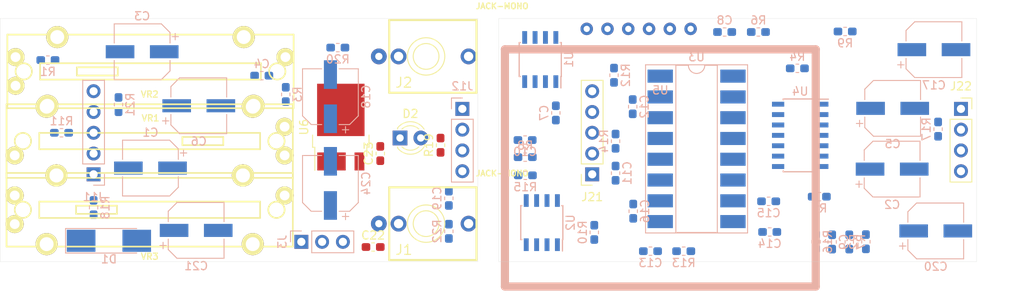
<source format=kicad_pcb>
(kicad_pcb (version 20171130) (host pcbnew "(5.0.1-3-g963ef8bb5)")

  (general
    (thickness 1.6)
    (drawings 8)
    (tracks 0)
    (zones 0)
    (modules 64)
    (nets 60)
  )

  (page A4)
  (layers
    (0 F.Cu signal)
    (31 B.Cu signal)
    (32 B.Adhes user)
    (33 F.Adhes user)
    (34 B.Paste user)
    (35 F.Paste user)
    (36 B.SilkS user)
    (37 F.SilkS user)
    (38 B.Mask user)
    (39 F.Mask user)
    (40 Dwgs.User user)
    (41 Cmts.User user)
    (42 Eco1.User user)
    (43 Eco2.User user)
    (44 Edge.Cuts user)
    (45 Margin user)
    (46 B.CrtYd user)
    (47 F.CrtYd user)
    (48 B.Fab user)
    (49 F.Fab user)
  )

  (setup
    (last_trace_width 0.254)
    (trace_clearance 0.254)
    (zone_clearance 0.508)
    (zone_45_only no)
    (trace_min 0.1524)
    (segment_width 0.2)
    (edge_width 0.15)
    (via_size 0.762)
    (via_drill 0.381)
    (via_min_size 0.6858)
    (via_min_drill 0.3302)
    (uvia_size 0.762)
    (uvia_drill 0.381)
    (uvias_allowed no)
    (uvia_min_size 0.2)
    (uvia_min_drill 0.1)
    (pcb_text_width 0.3)
    (pcb_text_size 1.5 1.5)
    (mod_edge_width 0.15)
    (mod_text_size 1 1)
    (mod_text_width 0.15)
    (pad_size 1.7 1.7)
    (pad_drill 1)
    (pad_to_mask_clearance 0.0508)
    (solder_mask_min_width 0.25)
    (aux_axis_origin 0 0)
    (visible_elements FFFFFF7F)
    (pcbplotparams
      (layerselection 0x010fc_ffffffff)
      (usegerberextensions false)
      (usegerberattributes false)
      (usegerberadvancedattributes false)
      (creategerberjobfile false)
      (excludeedgelayer true)
      (linewidth 0.100000)
      (plotframeref false)
      (viasonmask false)
      (mode 1)
      (useauxorigin false)
      (hpglpennumber 1)
      (hpglpenspeed 20)
      (hpglpendiameter 15.000000)
      (psnegative false)
      (psa4output false)
      (plotreference true)
      (plotvalue true)
      (plotinvisibletext false)
      (padsonsilk false)
      (subtractmaskfromsilk false)
      (outputformat 1)
      (mirror false)
      (drillshape 1)
      (scaleselection 1)
      (outputdirectory ""))
  )

  (net 0 "")
  (net 1 GND)
  (net 2 +9V)
  (net 3 "Net-(C2-Pad1)")
  (net 4 "Net-(C3-Pad2)")
  (net 5 "Net-(C4-Pad1)")
  (net 6 "Net-(C4-Pad2)")
  (net 7 "Net-(C5-Pad1)")
  (net 8 "Net-(C6-Pad2)")
  (net 9 "Net-(C6-Pad1)")
  (net 10 "Net-(C20-Pad1)")
  (net 11 "Net-(C8-Pad2)")
  (net 12 "Net-(C8-Pad1)")
  (net 13 "Net-(C9-Pad1)")
  (net 14 "Net-(C9-Pad2)")
  (net 15 "Net-(C10-Pad2)")
  (net 16 "Net-(C10-Pad1)")
  (net 17 "Net-(C11-Pad2)")
  (net 18 "Net-(C11-Pad1)")
  (net 19 "Net-(C12-Pad1)")
  (net 20 "Net-(C13-Pad2)")
  (net 21 "Net-(C14-Pad1)")
  (net 22 "Net-(C15-Pad1)")
  (net 23 "Net-(C16-Pad1)")
  (net 24 "Net-(C16-Pad2)")
  (net 25 "Net-(C17-Pad1)")
  (net 26 "Net-(C17-Pad2)")
  (net 27 "Net-(C18-Pad2)")
  (net 28 "Net-(C18-Pad1)")
  (net 29 "Net-(C19-Pad1)")
  (net 30 "Net-(C19-Pad2)")
  (net 31 "Net-(D2-Pad2)")
  (net 32 "Net-(R1-Pad1)")
  (net 33 "Net-(R3-Pad1)")
  (net 34 "Net-(R9-Pad1)")
  (net 35 "Net-(R15-Pad1)")
  (net 36 "Net-(R10-Pad2)")
  (net 37 Vb)
  (net 38 "Net-(R11-Pad2)")
  (net 39 "Net-(U1-Pad5)")
  (net 40 "Net-(U1-Pad4)")
  (net 41 "Net-(U2-Pad4)")
  (net 42 "Net-(U2-Pad5)")
  (net 43 "Net-(U3-Pad5)")
  (net 44 "Net-(U5-Pad6)")
  (net 45 "Net-(C23-Pad1)")
  (net 46 +12V)
  (net 47 "Net-(J1-Pad3)")
  (net 48 "Net-(J2-Pad3)")
  (net 49 "Net-(J3-Pad1)")
  (net 50 5k)
  (net 51 "Net-(J11-Pad3)")
  (net 52 OUT)
  (net 53 U4C)
  (net 54 "Net-(J11-Pad1)")
  (net 55 vco)
  (net 56 In)
  (net 57 Tank)
  (net 58 "Net-(J11-Pad4)")
  (net 59 "Net-(J11-Pad2)")

  (net_class Default "This is the default net class."
    (clearance 0.254)
    (trace_width 0.254)
    (via_dia 0.762)
    (via_drill 0.381)
    (uvia_dia 0.762)
    (uvia_drill 0.381)
    (add_net +12V)
    (add_net +9V)
    (add_net 5k)
    (add_net GND)
    (add_net In)
    (add_net "Net-(C10-Pad1)")
    (add_net "Net-(C10-Pad2)")
    (add_net "Net-(C11-Pad1)")
    (add_net "Net-(C11-Pad2)")
    (add_net "Net-(C12-Pad1)")
    (add_net "Net-(C13-Pad2)")
    (add_net "Net-(C14-Pad1)")
    (add_net "Net-(C15-Pad1)")
    (add_net "Net-(C16-Pad1)")
    (add_net "Net-(C16-Pad2)")
    (add_net "Net-(C17-Pad1)")
    (add_net "Net-(C17-Pad2)")
    (add_net "Net-(C18-Pad1)")
    (add_net "Net-(C18-Pad2)")
    (add_net "Net-(C19-Pad1)")
    (add_net "Net-(C19-Pad2)")
    (add_net "Net-(C2-Pad1)")
    (add_net "Net-(C20-Pad1)")
    (add_net "Net-(C23-Pad1)")
    (add_net "Net-(C3-Pad2)")
    (add_net "Net-(C4-Pad1)")
    (add_net "Net-(C4-Pad2)")
    (add_net "Net-(C5-Pad1)")
    (add_net "Net-(C6-Pad1)")
    (add_net "Net-(C6-Pad2)")
    (add_net "Net-(C8-Pad1)")
    (add_net "Net-(C8-Pad2)")
    (add_net "Net-(C9-Pad1)")
    (add_net "Net-(C9-Pad2)")
    (add_net "Net-(D2-Pad2)")
    (add_net "Net-(J1-Pad3)")
    (add_net "Net-(J11-Pad1)")
    (add_net "Net-(J11-Pad2)")
    (add_net "Net-(J11-Pad3)")
    (add_net "Net-(J11-Pad4)")
    (add_net "Net-(J2-Pad3)")
    (add_net "Net-(J3-Pad1)")
    (add_net "Net-(R1-Pad1)")
    (add_net "Net-(R10-Pad2)")
    (add_net "Net-(R11-Pad2)")
    (add_net "Net-(R15-Pad1)")
    (add_net "Net-(R3-Pad1)")
    (add_net "Net-(R9-Pad1)")
    (add_net "Net-(U1-Pad4)")
    (add_net "Net-(U1-Pad5)")
    (add_net "Net-(U2-Pad4)")
    (add_net "Net-(U2-Pad5)")
    (add_net "Net-(U3-Pad5)")
    (add_net "Net-(U5-Pad6)")
    (add_net OUT)
    (add_net Tank)
    (add_net U4C)
    (add_net Vb)
    (add_net vco)
  )

  (module Capacitor_SMD:CP_Elec_6.3x7.7 (layer B.Cu) (tedit 5A841F9D) (tstamp 5BE3BBD8)
    (at 119.982 119.888 180)
    (descr "SMT capacitor, aluminium electrolytic, 6.3x7.7, Nichicon ")
    (tags "Capacitor Electrolytic")
    (path /5BCF3FD4)
    (attr smd)
    (fp_text reference C1 (at 0 4.35 180) (layer B.SilkS)
      (effects (font (size 1 1) (thickness 0.15)) (justify mirror))
    )
    (fp_text value 100u (at 0 -4.35 180) (layer B.Fab)
      (effects (font (size 1 1) (thickness 0.15)) (justify mirror))
    )
    (fp_text user %R (at 0 0 180) (layer B.Fab)
      (effects (font (size 1 1) (thickness 0.15)) (justify mirror))
    )
    (fp_line (start -4.7 -1.05) (end -3.55 -1.05) (layer B.CrtYd) (width 0.05))
    (fp_line (start -4.7 1.05) (end -4.7 -1.05) (layer B.CrtYd) (width 0.05))
    (fp_line (start -3.55 1.05) (end -4.7 1.05) (layer B.CrtYd) (width 0.05))
    (fp_line (start -3.55 -1.05) (end -3.55 -2.4) (layer B.CrtYd) (width 0.05))
    (fp_line (start -3.55 2.4) (end -3.55 1.05) (layer B.CrtYd) (width 0.05))
    (fp_line (start -3.55 2.4) (end -2.4 3.55) (layer B.CrtYd) (width 0.05))
    (fp_line (start -3.55 -2.4) (end -2.4 -3.55) (layer B.CrtYd) (width 0.05))
    (fp_line (start -2.4 3.55) (end 3.55 3.55) (layer B.CrtYd) (width 0.05))
    (fp_line (start -2.4 -3.55) (end 3.55 -3.55) (layer B.CrtYd) (width 0.05))
    (fp_line (start 3.55 -1.05) (end 3.55 -3.55) (layer B.CrtYd) (width 0.05))
    (fp_line (start 4.7 -1.05) (end 3.55 -1.05) (layer B.CrtYd) (width 0.05))
    (fp_line (start 4.7 1.05) (end 4.7 -1.05) (layer B.CrtYd) (width 0.05))
    (fp_line (start 3.55 1.05) (end 4.7 1.05) (layer B.CrtYd) (width 0.05))
    (fp_line (start 3.55 3.55) (end 3.55 1.05) (layer B.CrtYd) (width 0.05))
    (fp_line (start -4.04375 2.24125) (end -4.04375 1.45375) (layer B.SilkS) (width 0.12))
    (fp_line (start -4.4375 1.8475) (end -3.65 1.8475) (layer B.SilkS) (width 0.12))
    (fp_line (start -3.41 -2.345563) (end -2.345563 -3.41) (layer B.SilkS) (width 0.12))
    (fp_line (start -3.41 2.345563) (end -2.345563 3.41) (layer B.SilkS) (width 0.12))
    (fp_line (start -3.41 2.345563) (end -3.41 1.06) (layer B.SilkS) (width 0.12))
    (fp_line (start -3.41 -2.345563) (end -3.41 -1.06) (layer B.SilkS) (width 0.12))
    (fp_line (start -2.345563 -3.41) (end 3.41 -3.41) (layer B.SilkS) (width 0.12))
    (fp_line (start -2.345563 3.41) (end 3.41 3.41) (layer B.SilkS) (width 0.12))
    (fp_line (start 3.41 3.41) (end 3.41 1.06) (layer B.SilkS) (width 0.12))
    (fp_line (start 3.41 -3.41) (end 3.41 -1.06) (layer B.SilkS) (width 0.12))
    (fp_line (start -2.389838 1.645) (end -2.389838 1.015) (layer B.Fab) (width 0.1))
    (fp_line (start -2.704838 1.33) (end -2.074838 1.33) (layer B.Fab) (width 0.1))
    (fp_line (start -3.3 -2.3) (end -2.3 -3.3) (layer B.Fab) (width 0.1))
    (fp_line (start -3.3 2.3) (end -2.3 3.3) (layer B.Fab) (width 0.1))
    (fp_line (start -3.3 2.3) (end -3.3 -2.3) (layer B.Fab) (width 0.1))
    (fp_line (start -2.3 -3.3) (end 3.3 -3.3) (layer B.Fab) (width 0.1))
    (fp_line (start -2.3 3.3) (end 3.3 3.3) (layer B.Fab) (width 0.1))
    (fp_line (start 3.3 3.3) (end 3.3 -3.3) (layer B.Fab) (width 0.1))
    (fp_circle (center 0 0) (end 3.15 0) (layer B.Fab) (width 0.1))
    (pad 2 smd rect (at 2.7 0 180) (size 3.5 1.6) (layers B.Cu B.Paste B.Mask)
      (net 1 GND))
    (pad 1 smd rect (at -2.7 0 180) (size 3.5 1.6) (layers B.Cu B.Paste B.Mask)
      (net 2 +9V))
    (model ${KISYS3DMOD}/Capacitor_SMD.3dshapes/CP_Elec_6.3x7.7.wrl
      (at (xyz 0 0 0))
      (scale (xyz 1 1 1))
      (rotate (xyz 0 0 0))
    )
  )

  (module Capacitor_SMD:CP_Elec_6.3x7.7 (layer B.Cu) (tedit 5A841F9D) (tstamp 5BE3BC00)
    (at 210.6625 120.015)
    (descr "SMT capacitor, aluminium electrolytic, 6.3x7.7, Nichicon ")
    (tags "Capacitor Electrolytic")
    (path /5BCF6600)
    (attr smd)
    (fp_text reference C2 (at 0 4.35) (layer B.SilkS)
      (effects (font (size 1 1) (thickness 0.15)) (justify mirror))
    )
    (fp_text value 10u (at 0 -4.35) (layer B.Fab)
      (effects (font (size 1 1) (thickness 0.15)) (justify mirror))
    )
    (fp_circle (center 0 0) (end 3.15 0) (layer B.Fab) (width 0.1))
    (fp_line (start 3.3 3.3) (end 3.3 -3.3) (layer B.Fab) (width 0.1))
    (fp_line (start -2.3 3.3) (end 3.3 3.3) (layer B.Fab) (width 0.1))
    (fp_line (start -2.3 -3.3) (end 3.3 -3.3) (layer B.Fab) (width 0.1))
    (fp_line (start -3.3 2.3) (end -3.3 -2.3) (layer B.Fab) (width 0.1))
    (fp_line (start -3.3 2.3) (end -2.3 3.3) (layer B.Fab) (width 0.1))
    (fp_line (start -3.3 -2.3) (end -2.3 -3.3) (layer B.Fab) (width 0.1))
    (fp_line (start -2.704838 1.33) (end -2.074838 1.33) (layer B.Fab) (width 0.1))
    (fp_line (start -2.389838 1.645) (end -2.389838 1.015) (layer B.Fab) (width 0.1))
    (fp_line (start 3.41 -3.41) (end 3.41 -1.06) (layer B.SilkS) (width 0.12))
    (fp_line (start 3.41 3.41) (end 3.41 1.06) (layer B.SilkS) (width 0.12))
    (fp_line (start -2.345563 3.41) (end 3.41 3.41) (layer B.SilkS) (width 0.12))
    (fp_line (start -2.345563 -3.41) (end 3.41 -3.41) (layer B.SilkS) (width 0.12))
    (fp_line (start -3.41 -2.345563) (end -3.41 -1.06) (layer B.SilkS) (width 0.12))
    (fp_line (start -3.41 2.345563) (end -3.41 1.06) (layer B.SilkS) (width 0.12))
    (fp_line (start -3.41 2.345563) (end -2.345563 3.41) (layer B.SilkS) (width 0.12))
    (fp_line (start -3.41 -2.345563) (end -2.345563 -3.41) (layer B.SilkS) (width 0.12))
    (fp_line (start -4.4375 1.8475) (end -3.65 1.8475) (layer B.SilkS) (width 0.12))
    (fp_line (start -4.04375 2.24125) (end -4.04375 1.45375) (layer B.SilkS) (width 0.12))
    (fp_line (start 3.55 3.55) (end 3.55 1.05) (layer B.CrtYd) (width 0.05))
    (fp_line (start 3.55 1.05) (end 4.7 1.05) (layer B.CrtYd) (width 0.05))
    (fp_line (start 4.7 1.05) (end 4.7 -1.05) (layer B.CrtYd) (width 0.05))
    (fp_line (start 4.7 -1.05) (end 3.55 -1.05) (layer B.CrtYd) (width 0.05))
    (fp_line (start 3.55 -1.05) (end 3.55 -3.55) (layer B.CrtYd) (width 0.05))
    (fp_line (start -2.4 -3.55) (end 3.55 -3.55) (layer B.CrtYd) (width 0.05))
    (fp_line (start -2.4 3.55) (end 3.55 3.55) (layer B.CrtYd) (width 0.05))
    (fp_line (start -3.55 -2.4) (end -2.4 -3.55) (layer B.CrtYd) (width 0.05))
    (fp_line (start -3.55 2.4) (end -2.4 3.55) (layer B.CrtYd) (width 0.05))
    (fp_line (start -3.55 2.4) (end -3.55 1.05) (layer B.CrtYd) (width 0.05))
    (fp_line (start -3.55 -1.05) (end -3.55 -2.4) (layer B.CrtYd) (width 0.05))
    (fp_line (start -3.55 1.05) (end -4.7 1.05) (layer B.CrtYd) (width 0.05))
    (fp_line (start -4.7 1.05) (end -4.7 -1.05) (layer B.CrtYd) (width 0.05))
    (fp_line (start -4.7 -1.05) (end -3.55 -1.05) (layer B.CrtYd) (width 0.05))
    (fp_text user %R (at 0 0) (layer B.Fab)
      (effects (font (size 1 1) (thickness 0.15)) (justify mirror))
    )
    (pad 1 smd rect (at -2.7 0) (size 3.5 1.6) (layers B.Cu B.Paste B.Mask)
      (net 3 "Net-(C2-Pad1)"))
    (pad 2 smd rect (at 2.7 0) (size 3.5 1.6) (layers B.Cu B.Paste B.Mask)
      (net 1 GND))
    (model ${KISYS3DMOD}/Capacitor_SMD.3dshapes/CP_Elec_6.3x7.7.wrl
      (at (xyz 0 0 0))
      (scale (xyz 1 1 1))
      (rotate (xyz 0 0 0))
    )
  )

  (module Capacitor_SMD:CP_Elec_6.3x7.7 (layer B.Cu) (tedit 5A841F9D) (tstamp 5BE3BC28)
    (at 118.966 105.664 180)
    (descr "SMT capacitor, aluminium electrolytic, 6.3x7.7, Nichicon ")
    (tags "Capacitor Electrolytic")
    (path /5BCFB1C7)
    (attr smd)
    (fp_text reference C3 (at 0 4.35 180) (layer B.SilkS)
      (effects (font (size 1 1) (thickness 0.15)) (justify mirror))
    )
    (fp_text value 100u (at 0 -4.35 180) (layer B.Fab)
      (effects (font (size 1 1) (thickness 0.15)) (justify mirror))
    )
    (fp_circle (center 0 0) (end 3.15 0) (layer B.Fab) (width 0.1))
    (fp_line (start 3.3 3.3) (end 3.3 -3.3) (layer B.Fab) (width 0.1))
    (fp_line (start -2.3 3.3) (end 3.3 3.3) (layer B.Fab) (width 0.1))
    (fp_line (start -2.3 -3.3) (end 3.3 -3.3) (layer B.Fab) (width 0.1))
    (fp_line (start -3.3 2.3) (end -3.3 -2.3) (layer B.Fab) (width 0.1))
    (fp_line (start -3.3 2.3) (end -2.3 3.3) (layer B.Fab) (width 0.1))
    (fp_line (start -3.3 -2.3) (end -2.3 -3.3) (layer B.Fab) (width 0.1))
    (fp_line (start -2.704838 1.33) (end -2.074838 1.33) (layer B.Fab) (width 0.1))
    (fp_line (start -2.389838 1.645) (end -2.389838 1.015) (layer B.Fab) (width 0.1))
    (fp_line (start 3.41 -3.41) (end 3.41 -1.06) (layer B.SilkS) (width 0.12))
    (fp_line (start 3.41 3.41) (end 3.41 1.06) (layer B.SilkS) (width 0.12))
    (fp_line (start -2.345563 3.41) (end 3.41 3.41) (layer B.SilkS) (width 0.12))
    (fp_line (start -2.345563 -3.41) (end 3.41 -3.41) (layer B.SilkS) (width 0.12))
    (fp_line (start -3.41 -2.345563) (end -3.41 -1.06) (layer B.SilkS) (width 0.12))
    (fp_line (start -3.41 2.345563) (end -3.41 1.06) (layer B.SilkS) (width 0.12))
    (fp_line (start -3.41 2.345563) (end -2.345563 3.41) (layer B.SilkS) (width 0.12))
    (fp_line (start -3.41 -2.345563) (end -2.345563 -3.41) (layer B.SilkS) (width 0.12))
    (fp_line (start -4.4375 1.8475) (end -3.65 1.8475) (layer B.SilkS) (width 0.12))
    (fp_line (start -4.04375 2.24125) (end -4.04375 1.45375) (layer B.SilkS) (width 0.12))
    (fp_line (start 3.55 3.55) (end 3.55 1.05) (layer B.CrtYd) (width 0.05))
    (fp_line (start 3.55 1.05) (end 4.7 1.05) (layer B.CrtYd) (width 0.05))
    (fp_line (start 4.7 1.05) (end 4.7 -1.05) (layer B.CrtYd) (width 0.05))
    (fp_line (start 4.7 -1.05) (end 3.55 -1.05) (layer B.CrtYd) (width 0.05))
    (fp_line (start 3.55 -1.05) (end 3.55 -3.55) (layer B.CrtYd) (width 0.05))
    (fp_line (start -2.4 -3.55) (end 3.55 -3.55) (layer B.CrtYd) (width 0.05))
    (fp_line (start -2.4 3.55) (end 3.55 3.55) (layer B.CrtYd) (width 0.05))
    (fp_line (start -3.55 -2.4) (end -2.4 -3.55) (layer B.CrtYd) (width 0.05))
    (fp_line (start -3.55 2.4) (end -2.4 3.55) (layer B.CrtYd) (width 0.05))
    (fp_line (start -3.55 2.4) (end -3.55 1.05) (layer B.CrtYd) (width 0.05))
    (fp_line (start -3.55 -1.05) (end -3.55 -2.4) (layer B.CrtYd) (width 0.05))
    (fp_line (start -3.55 1.05) (end -4.7 1.05) (layer B.CrtYd) (width 0.05))
    (fp_line (start -4.7 1.05) (end -4.7 -1.05) (layer B.CrtYd) (width 0.05))
    (fp_line (start -4.7 -1.05) (end -3.55 -1.05) (layer B.CrtYd) (width 0.05))
    (fp_text user %R (at 0 0 180) (layer B.Fab)
      (effects (font (size 1 1) (thickness 0.15)) (justify mirror))
    )
    (pad 1 smd rect (at -2.7 0 180) (size 3.5 1.6) (layers B.Cu B.Paste B.Mask)
      (net 45 "Net-(C23-Pad1)"))
    (pad 2 smd rect (at 2.7 0 180) (size 3.5 1.6) (layers B.Cu B.Paste B.Mask)
      (net 4 "Net-(C3-Pad2)"))
    (model ${KISYS3DMOD}/Capacitor_SMD.3dshapes/CP_Elec_6.3x7.7.wrl
      (at (xyz 0 0 0))
      (scale (xyz 1 1 1))
      (rotate (xyz 0 0 0))
    )
  )

  (module Capacitor_SMD:C_0603_1608Metric_Pad1.05x0.95mm_HandSolder (layer B.Cu) (tedit 5B301BBE) (tstamp 5BE3BC39)
    (at 133.59 108.585 180)
    (descr "Capacitor SMD 0603 (1608 Metric), square (rectangular) end terminal, IPC_7351 nominal with elongated pad for handsoldering. (Body size source: http://www.tortai-tech.com/upload/download/2011102023233369053.pdf), generated with kicad-footprint-generator")
    (tags "capacitor handsolder")
    (path /5BD1B7A5)
    (attr smd)
    (fp_text reference C4 (at 0 1.43 180) (layer B.SilkS)
      (effects (font (size 1 1) (thickness 0.15)) (justify mirror))
    )
    (fp_text value 470n (at 0 -1.43 180) (layer B.Fab)
      (effects (font (size 1 1) (thickness 0.15)) (justify mirror))
    )
    (fp_line (start -0.8 -0.4) (end -0.8 0.4) (layer B.Fab) (width 0.1))
    (fp_line (start -0.8 0.4) (end 0.8 0.4) (layer B.Fab) (width 0.1))
    (fp_line (start 0.8 0.4) (end 0.8 -0.4) (layer B.Fab) (width 0.1))
    (fp_line (start 0.8 -0.4) (end -0.8 -0.4) (layer B.Fab) (width 0.1))
    (fp_line (start -0.171267 0.51) (end 0.171267 0.51) (layer B.SilkS) (width 0.12))
    (fp_line (start -0.171267 -0.51) (end 0.171267 -0.51) (layer B.SilkS) (width 0.12))
    (fp_line (start -1.65 -0.73) (end -1.65 0.73) (layer B.CrtYd) (width 0.05))
    (fp_line (start -1.65 0.73) (end 1.65 0.73) (layer B.CrtYd) (width 0.05))
    (fp_line (start 1.65 0.73) (end 1.65 -0.73) (layer B.CrtYd) (width 0.05))
    (fp_line (start 1.65 -0.73) (end -1.65 -0.73) (layer B.CrtYd) (width 0.05))
    (fp_text user %R (at 0 0 180) (layer B.Fab)
      (effects (font (size 0.4 0.4) (thickness 0.06)) (justify mirror))
    )
    (pad 1 smd roundrect (at -0.875 0 180) (size 1.05 0.95) (layers B.Cu B.Paste B.Mask) (roundrect_rratio 0.25)
      (net 5 "Net-(C4-Pad1)"))
    (pad 2 smd roundrect (at 0.875 0 180) (size 1.05 0.95) (layers B.Cu B.Paste B.Mask) (roundrect_rratio 0.25)
      (net 6 "Net-(C4-Pad2)"))
    (model ${KISYS3DMOD}/Capacitor_SMD.3dshapes/C_0603_1608Metric.wrl
      (at (xyz 0 0 0))
      (scale (xyz 1 1 1))
      (rotate (xyz 0 0 0))
    )
  )

  (module Capacitor_SMD:CP_Elec_6.3x7.7 (layer B.Cu) (tedit 5A841F9D) (tstamp 5BE3BC61)
    (at 210.726 112.5855)
    (descr "SMT capacitor, aluminium electrolytic, 6.3x7.7, Nichicon ")
    (tags "Capacitor Electrolytic")
    (path /5BCF529B)
    (attr smd)
    (fp_text reference C5 (at 0 4.35) (layer B.SilkS)
      (effects (font (size 1 1) (thickness 0.15)) (justify mirror))
    )
    (fp_text value 10u (at 0 -4.35) (layer B.Fab)
      (effects (font (size 1 1) (thickness 0.15)) (justify mirror))
    )
    (fp_circle (center 0 0) (end 3.15 0) (layer B.Fab) (width 0.1))
    (fp_line (start 3.3 3.3) (end 3.3 -3.3) (layer B.Fab) (width 0.1))
    (fp_line (start -2.3 3.3) (end 3.3 3.3) (layer B.Fab) (width 0.1))
    (fp_line (start -2.3 -3.3) (end 3.3 -3.3) (layer B.Fab) (width 0.1))
    (fp_line (start -3.3 2.3) (end -3.3 -2.3) (layer B.Fab) (width 0.1))
    (fp_line (start -3.3 2.3) (end -2.3 3.3) (layer B.Fab) (width 0.1))
    (fp_line (start -3.3 -2.3) (end -2.3 -3.3) (layer B.Fab) (width 0.1))
    (fp_line (start -2.704838 1.33) (end -2.074838 1.33) (layer B.Fab) (width 0.1))
    (fp_line (start -2.389838 1.645) (end -2.389838 1.015) (layer B.Fab) (width 0.1))
    (fp_line (start 3.41 -3.41) (end 3.41 -1.06) (layer B.SilkS) (width 0.12))
    (fp_line (start 3.41 3.41) (end 3.41 1.06) (layer B.SilkS) (width 0.12))
    (fp_line (start -2.345563 3.41) (end 3.41 3.41) (layer B.SilkS) (width 0.12))
    (fp_line (start -2.345563 -3.41) (end 3.41 -3.41) (layer B.SilkS) (width 0.12))
    (fp_line (start -3.41 -2.345563) (end -3.41 -1.06) (layer B.SilkS) (width 0.12))
    (fp_line (start -3.41 2.345563) (end -3.41 1.06) (layer B.SilkS) (width 0.12))
    (fp_line (start -3.41 2.345563) (end -2.345563 3.41) (layer B.SilkS) (width 0.12))
    (fp_line (start -3.41 -2.345563) (end -2.345563 -3.41) (layer B.SilkS) (width 0.12))
    (fp_line (start -4.4375 1.8475) (end -3.65 1.8475) (layer B.SilkS) (width 0.12))
    (fp_line (start -4.04375 2.24125) (end -4.04375 1.45375) (layer B.SilkS) (width 0.12))
    (fp_line (start 3.55 3.55) (end 3.55 1.05) (layer B.CrtYd) (width 0.05))
    (fp_line (start 3.55 1.05) (end 4.7 1.05) (layer B.CrtYd) (width 0.05))
    (fp_line (start 4.7 1.05) (end 4.7 -1.05) (layer B.CrtYd) (width 0.05))
    (fp_line (start 4.7 -1.05) (end 3.55 -1.05) (layer B.CrtYd) (width 0.05))
    (fp_line (start 3.55 -1.05) (end 3.55 -3.55) (layer B.CrtYd) (width 0.05))
    (fp_line (start -2.4 -3.55) (end 3.55 -3.55) (layer B.CrtYd) (width 0.05))
    (fp_line (start -2.4 3.55) (end 3.55 3.55) (layer B.CrtYd) (width 0.05))
    (fp_line (start -3.55 -2.4) (end -2.4 -3.55) (layer B.CrtYd) (width 0.05))
    (fp_line (start -3.55 2.4) (end -2.4 3.55) (layer B.CrtYd) (width 0.05))
    (fp_line (start -3.55 2.4) (end -3.55 1.05) (layer B.CrtYd) (width 0.05))
    (fp_line (start -3.55 -1.05) (end -3.55 -2.4) (layer B.CrtYd) (width 0.05))
    (fp_line (start -3.55 1.05) (end -4.7 1.05) (layer B.CrtYd) (width 0.05))
    (fp_line (start -4.7 1.05) (end -4.7 -1.05) (layer B.CrtYd) (width 0.05))
    (fp_line (start -4.7 -1.05) (end -3.55 -1.05) (layer B.CrtYd) (width 0.05))
    (fp_text user %R (at 0 0) (layer B.Fab)
      (effects (font (size 1 1) (thickness 0.15)) (justify mirror))
    )
    (pad 1 smd rect (at -2.7 0) (size 3.5 1.6) (layers B.Cu B.Paste B.Mask)
      (net 7 "Net-(C5-Pad1)"))
    (pad 2 smd rect (at 2.7 0) (size 3.5 1.6) (layers B.Cu B.Paste B.Mask)
      (net 1 GND))
    (model ${KISYS3DMOD}/Capacitor_SMD.3dshapes/CP_Elec_6.3x7.7.wrl
      (at (xyz 0 0 0))
      (scale (xyz 1 1 1))
      (rotate (xyz 0 0 0))
    )
  )

  (module Capacitor_SMD:CP_Elec_6.3x7.7 (layer B.Cu) (tedit 5A841F9D) (tstamp 5BE3BC89)
    (at 125.89 112.268)
    (descr "SMT capacitor, aluminium electrolytic, 6.3x7.7, Nichicon ")
    (tags "Capacitor Electrolytic")
    (path /5BD3AD2D)
    (attr smd)
    (fp_text reference C6 (at 0 4.35) (layer B.SilkS)
      (effects (font (size 1 1) (thickness 0.15)) (justify mirror))
    )
    (fp_text value 2u2 (at 0 -4.35) (layer B.Fab)
      (effects (font (size 1 1) (thickness 0.15)) (justify mirror))
    )
    (fp_text user %R (at 0 0) (layer B.Fab)
      (effects (font (size 1 1) (thickness 0.15)) (justify mirror))
    )
    (fp_line (start -4.7 -1.05) (end -3.55 -1.05) (layer B.CrtYd) (width 0.05))
    (fp_line (start -4.7 1.05) (end -4.7 -1.05) (layer B.CrtYd) (width 0.05))
    (fp_line (start -3.55 1.05) (end -4.7 1.05) (layer B.CrtYd) (width 0.05))
    (fp_line (start -3.55 -1.05) (end -3.55 -2.4) (layer B.CrtYd) (width 0.05))
    (fp_line (start -3.55 2.4) (end -3.55 1.05) (layer B.CrtYd) (width 0.05))
    (fp_line (start -3.55 2.4) (end -2.4 3.55) (layer B.CrtYd) (width 0.05))
    (fp_line (start -3.55 -2.4) (end -2.4 -3.55) (layer B.CrtYd) (width 0.05))
    (fp_line (start -2.4 3.55) (end 3.55 3.55) (layer B.CrtYd) (width 0.05))
    (fp_line (start -2.4 -3.55) (end 3.55 -3.55) (layer B.CrtYd) (width 0.05))
    (fp_line (start 3.55 -1.05) (end 3.55 -3.55) (layer B.CrtYd) (width 0.05))
    (fp_line (start 4.7 -1.05) (end 3.55 -1.05) (layer B.CrtYd) (width 0.05))
    (fp_line (start 4.7 1.05) (end 4.7 -1.05) (layer B.CrtYd) (width 0.05))
    (fp_line (start 3.55 1.05) (end 4.7 1.05) (layer B.CrtYd) (width 0.05))
    (fp_line (start 3.55 3.55) (end 3.55 1.05) (layer B.CrtYd) (width 0.05))
    (fp_line (start -4.04375 2.24125) (end -4.04375 1.45375) (layer B.SilkS) (width 0.12))
    (fp_line (start -4.4375 1.8475) (end -3.65 1.8475) (layer B.SilkS) (width 0.12))
    (fp_line (start -3.41 -2.345563) (end -2.345563 -3.41) (layer B.SilkS) (width 0.12))
    (fp_line (start -3.41 2.345563) (end -2.345563 3.41) (layer B.SilkS) (width 0.12))
    (fp_line (start -3.41 2.345563) (end -3.41 1.06) (layer B.SilkS) (width 0.12))
    (fp_line (start -3.41 -2.345563) (end -3.41 -1.06) (layer B.SilkS) (width 0.12))
    (fp_line (start -2.345563 -3.41) (end 3.41 -3.41) (layer B.SilkS) (width 0.12))
    (fp_line (start -2.345563 3.41) (end 3.41 3.41) (layer B.SilkS) (width 0.12))
    (fp_line (start 3.41 3.41) (end 3.41 1.06) (layer B.SilkS) (width 0.12))
    (fp_line (start 3.41 -3.41) (end 3.41 -1.06) (layer B.SilkS) (width 0.12))
    (fp_line (start -2.389838 1.645) (end -2.389838 1.015) (layer B.Fab) (width 0.1))
    (fp_line (start -2.704838 1.33) (end -2.074838 1.33) (layer B.Fab) (width 0.1))
    (fp_line (start -3.3 -2.3) (end -2.3 -3.3) (layer B.Fab) (width 0.1))
    (fp_line (start -3.3 2.3) (end -2.3 3.3) (layer B.Fab) (width 0.1))
    (fp_line (start -3.3 2.3) (end -3.3 -2.3) (layer B.Fab) (width 0.1))
    (fp_line (start -2.3 -3.3) (end 3.3 -3.3) (layer B.Fab) (width 0.1))
    (fp_line (start -2.3 3.3) (end 3.3 3.3) (layer B.Fab) (width 0.1))
    (fp_line (start 3.3 3.3) (end 3.3 -3.3) (layer B.Fab) (width 0.1))
    (fp_circle (center 0 0) (end 3.15 0) (layer B.Fab) (width 0.1))
    (pad 2 smd rect (at 2.7 0) (size 3.5 1.6) (layers B.Cu B.Paste B.Mask)
      (net 8 "Net-(C6-Pad2)"))
    (pad 1 smd rect (at -2.7 0) (size 3.5 1.6) (layers B.Cu B.Paste B.Mask)
      (net 9 "Net-(C6-Pad1)"))
    (model ${KISYS3DMOD}/Capacitor_SMD.3dshapes/CP_Elec_6.3x7.7.wrl
      (at (xyz 0 0 0))
      (scale (xyz 1 1 1))
      (rotate (xyz 0 0 0))
    )
  )

  (module Capacitor_SMD:C_0603_1608Metric_Pad1.05x0.95mm_HandSolder (layer B.Cu) (tedit 5B301BBE) (tstamp 5BE3BC9A)
    (at 169.545 113.143 270)
    (descr "Capacitor SMD 0603 (1608 Metric), square (rectangular) end terminal, IPC_7351 nominal with elongated pad for handsoldering. (Body size source: http://www.tortai-tech.com/upload/download/2011102023233369053.pdf), generated with kicad-footprint-generator")
    (tags "capacitor handsolder")
    (path /5BCF3AA9)
    (attr smd)
    (fp_text reference C7 (at 0 1.43 270) (layer B.SilkS)
      (effects (font (size 1 1) (thickness 0.15)) (justify mirror))
    )
    (fp_text value 100n (at 0 -1.43 270) (layer B.Fab)
      (effects (font (size 1 1) (thickness 0.15)) (justify mirror))
    )
    (fp_text user %R (at 0 0 270) (layer B.Fab)
      (effects (font (size 0.4 0.4) (thickness 0.06)) (justify mirror))
    )
    (fp_line (start 1.65 -0.73) (end -1.65 -0.73) (layer B.CrtYd) (width 0.05))
    (fp_line (start 1.65 0.73) (end 1.65 -0.73) (layer B.CrtYd) (width 0.05))
    (fp_line (start -1.65 0.73) (end 1.65 0.73) (layer B.CrtYd) (width 0.05))
    (fp_line (start -1.65 -0.73) (end -1.65 0.73) (layer B.CrtYd) (width 0.05))
    (fp_line (start -0.171267 -0.51) (end 0.171267 -0.51) (layer B.SilkS) (width 0.12))
    (fp_line (start -0.171267 0.51) (end 0.171267 0.51) (layer B.SilkS) (width 0.12))
    (fp_line (start 0.8 -0.4) (end -0.8 -0.4) (layer B.Fab) (width 0.1))
    (fp_line (start 0.8 0.4) (end 0.8 -0.4) (layer B.Fab) (width 0.1))
    (fp_line (start -0.8 0.4) (end 0.8 0.4) (layer B.Fab) (width 0.1))
    (fp_line (start -0.8 -0.4) (end -0.8 0.4) (layer B.Fab) (width 0.1))
    (pad 2 smd roundrect (at 0.875 0 270) (size 1.05 0.95) (layers B.Cu B.Paste B.Mask) (roundrect_rratio 0.25)
      (net 1 GND))
    (pad 1 smd roundrect (at -0.875 0 270) (size 1.05 0.95) (layers B.Cu B.Paste B.Mask) (roundrect_rratio 0.25)
      (net 10 "Net-(C20-Pad1)"))
    (model ${KISYS3DMOD}/Capacitor_SMD.3dshapes/C_0603_1608Metric.wrl
      (at (xyz 0 0 0))
      (scale (xyz 1 1 1))
      (rotate (xyz 0 0 0))
    )
  )

  (module Capacitor_SMD:C_0603_1608Metric_Pad1.05x0.95mm_HandSolder (layer B.Cu) (tedit 5B301BBE) (tstamp 5BE3BCAB)
    (at 190.1825 103.251 180)
    (descr "Capacitor SMD 0603 (1608 Metric), square (rectangular) end terminal, IPC_7351 nominal with elongated pad for handsoldering. (Body size source: http://www.tortai-tech.com/upload/download/2011102023233369053.pdf), generated with kicad-footprint-generator")
    (tags "capacitor handsolder")
    (path /5BCFF7DF)
    (attr smd)
    (fp_text reference C8 (at 0 1.43 180) (layer B.SilkS)
      (effects (font (size 1 1) (thickness 0.15)) (justify mirror))
    )
    (fp_text value 1n (at 0 -1.43 180) (layer B.Fab)
      (effects (font (size 1 1) (thickness 0.15)) (justify mirror))
    )
    (fp_text user %R (at 0 0 180) (layer B.Fab)
      (effects (font (size 0.4 0.4) (thickness 0.06)) (justify mirror))
    )
    (fp_line (start 1.65 -0.73) (end -1.65 -0.73) (layer B.CrtYd) (width 0.05))
    (fp_line (start 1.65 0.73) (end 1.65 -0.73) (layer B.CrtYd) (width 0.05))
    (fp_line (start -1.65 0.73) (end 1.65 0.73) (layer B.CrtYd) (width 0.05))
    (fp_line (start -1.65 -0.73) (end -1.65 0.73) (layer B.CrtYd) (width 0.05))
    (fp_line (start -0.171267 -0.51) (end 0.171267 -0.51) (layer B.SilkS) (width 0.12))
    (fp_line (start -0.171267 0.51) (end 0.171267 0.51) (layer B.SilkS) (width 0.12))
    (fp_line (start 0.8 -0.4) (end -0.8 -0.4) (layer B.Fab) (width 0.1))
    (fp_line (start 0.8 0.4) (end 0.8 -0.4) (layer B.Fab) (width 0.1))
    (fp_line (start -0.8 0.4) (end 0.8 0.4) (layer B.Fab) (width 0.1))
    (fp_line (start -0.8 -0.4) (end -0.8 0.4) (layer B.Fab) (width 0.1))
    (pad 2 smd roundrect (at 0.875 0 180) (size 1.05 0.95) (layers B.Cu B.Paste B.Mask) (roundrect_rratio 0.25)
      (net 11 "Net-(C8-Pad2)"))
    (pad 1 smd roundrect (at -0.875 0 180) (size 1.05 0.95) (layers B.Cu B.Paste B.Mask) (roundrect_rratio 0.25)
      (net 12 "Net-(C8-Pad1)"))
    (model ${KISYS3DMOD}/Capacitor_SMD.3dshapes/C_0603_1608Metric.wrl
      (at (xyz 0 0 0))
      (scale (xyz 1 1 1))
      (rotate (xyz 0 0 0))
    )
  )

  (module Capacitor_SMD:C_0603_1608Metric_Pad1.05x0.95mm_HandSolder (layer B.Cu) (tedit 5B301BBE) (tstamp 5BE3BCBC)
    (at 203.327 128.919 90)
    (descr "Capacitor SMD 0603 (1608 Metric), square (rectangular) end terminal, IPC_7351 nominal with elongated pad for handsoldering. (Body size source: http://www.tortai-tech.com/upload/download/2011102023233369053.pdf), generated with kicad-footprint-generator")
    (tags "capacitor handsolder")
    (path /5BD28A6D)
    (attr smd)
    (fp_text reference C9 (at 0 1.43 90) (layer B.SilkS)
      (effects (font (size 1 1) (thickness 0.15)) (justify mirror))
    )
    (fp_text value 470n (at 0 -1.43 90) (layer B.Fab)
      (effects (font (size 1 1) (thickness 0.15)) (justify mirror))
    )
    (fp_line (start -0.8 -0.4) (end -0.8 0.4) (layer B.Fab) (width 0.1))
    (fp_line (start -0.8 0.4) (end 0.8 0.4) (layer B.Fab) (width 0.1))
    (fp_line (start 0.8 0.4) (end 0.8 -0.4) (layer B.Fab) (width 0.1))
    (fp_line (start 0.8 -0.4) (end -0.8 -0.4) (layer B.Fab) (width 0.1))
    (fp_line (start -0.171267 0.51) (end 0.171267 0.51) (layer B.SilkS) (width 0.12))
    (fp_line (start -0.171267 -0.51) (end 0.171267 -0.51) (layer B.SilkS) (width 0.12))
    (fp_line (start -1.65 -0.73) (end -1.65 0.73) (layer B.CrtYd) (width 0.05))
    (fp_line (start -1.65 0.73) (end 1.65 0.73) (layer B.CrtYd) (width 0.05))
    (fp_line (start 1.65 0.73) (end 1.65 -0.73) (layer B.CrtYd) (width 0.05))
    (fp_line (start 1.65 -0.73) (end -1.65 -0.73) (layer B.CrtYd) (width 0.05))
    (fp_text user %R (at 0 0 90) (layer B.Fab)
      (effects (font (size 0.4 0.4) (thickness 0.06)) (justify mirror))
    )
    (pad 1 smd roundrect (at -0.875 0 90) (size 1.05 0.95) (layers B.Cu B.Paste B.Mask) (roundrect_rratio 0.25)
      (net 13 "Net-(C9-Pad1)"))
    (pad 2 smd roundrect (at 0.875 0 90) (size 1.05 0.95) (layers B.Cu B.Paste B.Mask) (roundrect_rratio 0.25)
      (net 14 "Net-(C9-Pad2)"))
    (model ${KISYS3DMOD}/Capacitor_SMD.3dshapes/C_0603_1608Metric.wrl
      (at (xyz 0 0 0))
      (scale (xyz 1 1 1))
      (rotate (xyz 0 0 0))
    )
  )

  (module Capacitor_SMD:C_0603_1608Metric_Pad1.05x0.95mm_HandSolder (layer B.Cu) (tedit 5B301BBE) (tstamp 5BE3BCCD)
    (at 165.7845 116.459)
    (descr "Capacitor SMD 0603 (1608 Metric), square (rectangular) end terminal, IPC_7351 nominal with elongated pad for handsoldering. (Body size source: http://www.tortai-tech.com/upload/download/2011102023233369053.pdf), generated with kicad-footprint-generator")
    (tags "capacitor handsolder")
    (path /5BD3DC68)
    (attr smd)
    (fp_text reference C10 (at 0 1.43) (layer B.SilkS)
      (effects (font (size 1 1) (thickness 0.15)) (justify mirror))
    )
    (fp_text value 470n (at 0 -1.43) (layer B.Fab)
      (effects (font (size 1 1) (thickness 0.15)) (justify mirror))
    )
    (fp_text user %R (at 0 0) (layer B.Fab)
      (effects (font (size 0.4 0.4) (thickness 0.06)) (justify mirror))
    )
    (fp_line (start 1.65 -0.73) (end -1.65 -0.73) (layer B.CrtYd) (width 0.05))
    (fp_line (start 1.65 0.73) (end 1.65 -0.73) (layer B.CrtYd) (width 0.05))
    (fp_line (start -1.65 0.73) (end 1.65 0.73) (layer B.CrtYd) (width 0.05))
    (fp_line (start -1.65 -0.73) (end -1.65 0.73) (layer B.CrtYd) (width 0.05))
    (fp_line (start -0.171267 -0.51) (end 0.171267 -0.51) (layer B.SilkS) (width 0.12))
    (fp_line (start -0.171267 0.51) (end 0.171267 0.51) (layer B.SilkS) (width 0.12))
    (fp_line (start 0.8 -0.4) (end -0.8 -0.4) (layer B.Fab) (width 0.1))
    (fp_line (start 0.8 0.4) (end 0.8 -0.4) (layer B.Fab) (width 0.1))
    (fp_line (start -0.8 0.4) (end 0.8 0.4) (layer B.Fab) (width 0.1))
    (fp_line (start -0.8 -0.4) (end -0.8 0.4) (layer B.Fab) (width 0.1))
    (pad 2 smd roundrect (at 0.875 0) (size 1.05 0.95) (layers B.Cu B.Paste B.Mask) (roundrect_rratio 0.25)
      (net 15 "Net-(C10-Pad2)"))
    (pad 1 smd roundrect (at -0.875 0) (size 1.05 0.95) (layers B.Cu B.Paste B.Mask) (roundrect_rratio 0.25)
      (net 16 "Net-(C10-Pad1)"))
    (model ${KISYS3DMOD}/Capacitor_SMD.3dshapes/C_0603_1608Metric.wrl
      (at (xyz 0 0 0))
      (scale (xyz 1 1 1))
      (rotate (xyz 0 0 0))
    )
  )

  (module Capacitor_SMD:C_0603_1608Metric_Pad1.05x0.95mm_HandSolder (layer B.Cu) (tedit 5B301BBE) (tstamp 5BE3BCDE)
    (at 176.8475 120.509 90)
    (descr "Capacitor SMD 0603 (1608 Metric), square (rectangular) end terminal, IPC_7351 nominal with elongated pad for handsoldering. (Body size source: http://www.tortai-tech.com/upload/download/2011102023233369053.pdf), generated with kicad-footprint-generator")
    (tags "capacitor handsolder")
    (path /5BCFF842)
    (attr smd)
    (fp_text reference C11 (at 0 1.43 90) (layer B.SilkS)
      (effects (font (size 1 1) (thickness 0.15)) (justify mirror))
    )
    (fp_text value 100n (at 0 -1.43 90) (layer B.Fab)
      (effects (font (size 1 1) (thickness 0.15)) (justify mirror))
    )
    (fp_text user %R (at 0 0 90) (layer B.Fab)
      (effects (font (size 0.4 0.4) (thickness 0.06)) (justify mirror))
    )
    (fp_line (start 1.65 -0.73) (end -1.65 -0.73) (layer B.CrtYd) (width 0.05))
    (fp_line (start 1.65 0.73) (end 1.65 -0.73) (layer B.CrtYd) (width 0.05))
    (fp_line (start -1.65 0.73) (end 1.65 0.73) (layer B.CrtYd) (width 0.05))
    (fp_line (start -1.65 -0.73) (end -1.65 0.73) (layer B.CrtYd) (width 0.05))
    (fp_line (start -0.171267 -0.51) (end 0.171267 -0.51) (layer B.SilkS) (width 0.12))
    (fp_line (start -0.171267 0.51) (end 0.171267 0.51) (layer B.SilkS) (width 0.12))
    (fp_line (start 0.8 -0.4) (end -0.8 -0.4) (layer B.Fab) (width 0.1))
    (fp_line (start 0.8 0.4) (end 0.8 -0.4) (layer B.Fab) (width 0.1))
    (fp_line (start -0.8 0.4) (end 0.8 0.4) (layer B.Fab) (width 0.1))
    (fp_line (start -0.8 -0.4) (end -0.8 0.4) (layer B.Fab) (width 0.1))
    (pad 2 smd roundrect (at 0.875 0 90) (size 1.05 0.95) (layers B.Cu B.Paste B.Mask) (roundrect_rratio 0.25)
      (net 17 "Net-(C11-Pad2)"))
    (pad 1 smd roundrect (at -0.875 0 90) (size 1.05 0.95) (layers B.Cu B.Paste B.Mask) (roundrect_rratio 0.25)
      (net 18 "Net-(C11-Pad1)"))
    (model ${KISYS3DMOD}/Capacitor_SMD.3dshapes/C_0603_1608Metric.wrl
      (at (xyz 0 0 0))
      (scale (xyz 1 1 1))
      (rotate (xyz 0 0 0))
    )
  )

  (module Capacitor_SMD:C_0603_1608Metric_Pad1.05x0.95mm_HandSolder (layer B.Cu) (tedit 5B301BBE) (tstamp 5BE3BCEF)
    (at 178.943 112.381 90)
    (descr "Capacitor SMD 0603 (1608 Metric), square (rectangular) end terminal, IPC_7351 nominal with elongated pad for handsoldering. (Body size source: http://www.tortai-tech.com/upload/download/2011102023233369053.pdf), generated with kicad-footprint-generator")
    (tags "capacitor handsolder")
    (path /5BCFFE54)
    (attr smd)
    (fp_text reference C12 (at 0 1.43 90) (layer B.SilkS)
      (effects (font (size 1 1) (thickness 0.15)) (justify mirror))
    )
    (fp_text value 2n2 (at 0 -1.43 90) (layer B.Fab)
      (effects (font (size 1 1) (thickness 0.15)) (justify mirror))
    )
    (fp_text user %R (at 0 0 90) (layer B.Fab)
      (effects (font (size 0.4 0.4) (thickness 0.06)) (justify mirror))
    )
    (fp_line (start 1.65 -0.73) (end -1.65 -0.73) (layer B.CrtYd) (width 0.05))
    (fp_line (start 1.65 0.73) (end 1.65 -0.73) (layer B.CrtYd) (width 0.05))
    (fp_line (start -1.65 0.73) (end 1.65 0.73) (layer B.CrtYd) (width 0.05))
    (fp_line (start -1.65 -0.73) (end -1.65 0.73) (layer B.CrtYd) (width 0.05))
    (fp_line (start -0.171267 -0.51) (end 0.171267 -0.51) (layer B.SilkS) (width 0.12))
    (fp_line (start -0.171267 0.51) (end 0.171267 0.51) (layer B.SilkS) (width 0.12))
    (fp_line (start 0.8 -0.4) (end -0.8 -0.4) (layer B.Fab) (width 0.1))
    (fp_line (start 0.8 0.4) (end 0.8 -0.4) (layer B.Fab) (width 0.1))
    (fp_line (start -0.8 0.4) (end 0.8 0.4) (layer B.Fab) (width 0.1))
    (fp_line (start -0.8 -0.4) (end -0.8 0.4) (layer B.Fab) (width 0.1))
    (pad 2 smd roundrect (at 0.875 0 90) (size 1.05 0.95) (layers B.Cu B.Paste B.Mask) (roundrect_rratio 0.25)
      (net 16 "Net-(C10-Pad1)"))
    (pad 1 smd roundrect (at -0.875 0 90) (size 1.05 0.95) (layers B.Cu B.Paste B.Mask) (roundrect_rratio 0.25)
      (net 19 "Net-(C12-Pad1)"))
    (model ${KISYS3DMOD}/Capacitor_SMD.3dshapes/C_0603_1608Metric.wrl
      (at (xyz 0 0 0))
      (scale (xyz 1 1 1))
      (rotate (xyz 0 0 0))
    )
  )

  (module Capacitor_SMD:C_0603_1608Metric_Pad1.05x0.95mm_HandSolder (layer B.Cu) (tedit 5B301BBE) (tstamp 5BE3BD00)
    (at 181.116 130.048)
    (descr "Capacitor SMD 0603 (1608 Metric), square (rectangular) end terminal, IPC_7351 nominal with elongated pad for handsoldering. (Body size source: http://www.tortai-tech.com/upload/download/2011102023233369053.pdf), generated with kicad-footprint-generator")
    (tags "capacitor handsolder")
    (path /5BD075C1)
    (attr smd)
    (fp_text reference C13 (at 0 1.43) (layer B.SilkS)
      (effects (font (size 1 1) (thickness 0.15)) (justify mirror))
    )
    (fp_text value 10n (at 0 -1.43) (layer B.Fab)
      (effects (font (size 1 1) (thickness 0.15)) (justify mirror))
    )
    (fp_line (start -0.8 -0.4) (end -0.8 0.4) (layer B.Fab) (width 0.1))
    (fp_line (start -0.8 0.4) (end 0.8 0.4) (layer B.Fab) (width 0.1))
    (fp_line (start 0.8 0.4) (end 0.8 -0.4) (layer B.Fab) (width 0.1))
    (fp_line (start 0.8 -0.4) (end -0.8 -0.4) (layer B.Fab) (width 0.1))
    (fp_line (start -0.171267 0.51) (end 0.171267 0.51) (layer B.SilkS) (width 0.12))
    (fp_line (start -0.171267 -0.51) (end 0.171267 -0.51) (layer B.SilkS) (width 0.12))
    (fp_line (start -1.65 -0.73) (end -1.65 0.73) (layer B.CrtYd) (width 0.05))
    (fp_line (start -1.65 0.73) (end 1.65 0.73) (layer B.CrtYd) (width 0.05))
    (fp_line (start 1.65 0.73) (end 1.65 -0.73) (layer B.CrtYd) (width 0.05))
    (fp_line (start 1.65 -0.73) (end -1.65 -0.73) (layer B.CrtYd) (width 0.05))
    (fp_text user %R (at 0 0) (layer B.Fab)
      (effects (font (size 0.4 0.4) (thickness 0.06)) (justify mirror))
    )
    (pad 1 smd roundrect (at -0.875 0) (size 1.05 0.95) (layers B.Cu B.Paste B.Mask) (roundrect_rratio 0.25)
      (net 1 GND))
    (pad 2 smd roundrect (at 0.875 0) (size 1.05 0.95) (layers B.Cu B.Paste B.Mask) (roundrect_rratio 0.25)
      (net 20 "Net-(C13-Pad2)"))
    (model ${KISYS3DMOD}/Capacitor_SMD.3dshapes/C_0603_1608Metric.wrl
      (at (xyz 0 0 0))
      (scale (xyz 1 1 1))
      (rotate (xyz 0 0 0))
    )
  )

  (module Capacitor_SMD:C_0603_1608Metric_Pad1.05x0.95mm_HandSolder (layer B.Cu) (tedit 5B301BBE) (tstamp 5BE3BD11)
    (at 195.693 127.6985)
    (descr "Capacitor SMD 0603 (1608 Metric), square (rectangular) end terminal, IPC_7351 nominal with elongated pad for handsoldering. (Body size source: http://www.tortai-tech.com/upload/download/2011102023233369053.pdf), generated with kicad-footprint-generator")
    (tags "capacitor handsolder")
    (path /5BCF91D0)
    (attr smd)
    (fp_text reference C14 (at 0 1.43) (layer B.SilkS)
      (effects (font (size 1 1) (thickness 0.15)) (justify mirror))
    )
    (fp_text value 100n (at 0 -1.43) (layer B.Fab)
      (effects (font (size 1 1) (thickness 0.15)) (justify mirror))
    )
    (fp_line (start -0.8 -0.4) (end -0.8 0.4) (layer B.Fab) (width 0.1))
    (fp_line (start -0.8 0.4) (end 0.8 0.4) (layer B.Fab) (width 0.1))
    (fp_line (start 0.8 0.4) (end 0.8 -0.4) (layer B.Fab) (width 0.1))
    (fp_line (start 0.8 -0.4) (end -0.8 -0.4) (layer B.Fab) (width 0.1))
    (fp_line (start -0.171267 0.51) (end 0.171267 0.51) (layer B.SilkS) (width 0.12))
    (fp_line (start -0.171267 -0.51) (end 0.171267 -0.51) (layer B.SilkS) (width 0.12))
    (fp_line (start -1.65 -0.73) (end -1.65 0.73) (layer B.CrtYd) (width 0.05))
    (fp_line (start -1.65 0.73) (end 1.65 0.73) (layer B.CrtYd) (width 0.05))
    (fp_line (start 1.65 0.73) (end 1.65 -0.73) (layer B.CrtYd) (width 0.05))
    (fp_line (start 1.65 -0.73) (end -1.65 -0.73) (layer B.CrtYd) (width 0.05))
    (fp_text user %R (at 0 0) (layer B.Fab)
      (effects (font (size 0.4 0.4) (thickness 0.06)) (justify mirror))
    )
    (pad 1 smd roundrect (at -0.875 0) (size 1.05 0.95) (layers B.Cu B.Paste B.Mask) (roundrect_rratio 0.25)
      (net 21 "Net-(C14-Pad1)"))
    (pad 2 smd roundrect (at 0.875 0) (size 1.05 0.95) (layers B.Cu B.Paste B.Mask) (roundrect_rratio 0.25)
      (net 1 GND))
    (model ${KISYS3DMOD}/Capacitor_SMD.3dshapes/C_0603_1608Metric.wrl
      (at (xyz 0 0 0))
      (scale (xyz 1 1 1))
      (rotate (xyz 0 0 0))
    )
  )

  (module Capacitor_SMD:C_0603_1608Metric_Pad1.05x0.95mm_HandSolder (layer B.Cu) (tedit 5B301BBE) (tstamp 5BE3BD22)
    (at 195.566 123.952)
    (descr "Capacitor SMD 0603 (1608 Metric), square (rectangular) end terminal, IPC_7351 nominal with elongated pad for handsoldering. (Body size source: http://www.tortai-tech.com/upload/download/2011102023233369053.pdf), generated with kicad-footprint-generator")
    (tags "capacitor handsolder")
    (path /5BCF8B76)
    (attr smd)
    (fp_text reference C15 (at 0 1.43) (layer B.SilkS)
      (effects (font (size 1 1) (thickness 0.15)) (justify mirror))
    )
    (fp_text value 100n (at 0 -1.43) (layer B.Fab)
      (effects (font (size 1 1) (thickness 0.15)) (justify mirror))
    )
    (fp_text user %R (at 0 0) (layer B.Fab)
      (effects (font (size 0.4 0.4) (thickness 0.06)) (justify mirror))
    )
    (fp_line (start 1.65 -0.73) (end -1.65 -0.73) (layer B.CrtYd) (width 0.05))
    (fp_line (start 1.65 0.73) (end 1.65 -0.73) (layer B.CrtYd) (width 0.05))
    (fp_line (start -1.65 0.73) (end 1.65 0.73) (layer B.CrtYd) (width 0.05))
    (fp_line (start -1.65 -0.73) (end -1.65 0.73) (layer B.CrtYd) (width 0.05))
    (fp_line (start -0.171267 -0.51) (end 0.171267 -0.51) (layer B.SilkS) (width 0.12))
    (fp_line (start -0.171267 0.51) (end 0.171267 0.51) (layer B.SilkS) (width 0.12))
    (fp_line (start 0.8 -0.4) (end -0.8 -0.4) (layer B.Fab) (width 0.1))
    (fp_line (start 0.8 0.4) (end 0.8 -0.4) (layer B.Fab) (width 0.1))
    (fp_line (start -0.8 0.4) (end 0.8 0.4) (layer B.Fab) (width 0.1))
    (fp_line (start -0.8 -0.4) (end -0.8 0.4) (layer B.Fab) (width 0.1))
    (pad 2 smd roundrect (at 0.875 0) (size 1.05 0.95) (layers B.Cu B.Paste B.Mask) (roundrect_rratio 0.25)
      (net 1 GND))
    (pad 1 smd roundrect (at -0.875 0) (size 1.05 0.95) (layers B.Cu B.Paste B.Mask) (roundrect_rratio 0.25)
      (net 22 "Net-(C15-Pad1)"))
    (model ${KISYS3DMOD}/Capacitor_SMD.3dshapes/C_0603_1608Metric.wrl
      (at (xyz 0 0 0))
      (scale (xyz 1 1 1))
      (rotate (xyz 0 0 0))
    )
  )

  (module Capacitor_SMD:C_0603_1608Metric_Pad1.05x0.95mm_HandSolder (layer B.Cu) (tedit 5B301BBE) (tstamp 5BE3BD33)
    (at 179.0065 125.1585 90)
    (descr "Capacitor SMD 0603 (1608 Metric), square (rectangular) end terminal, IPC_7351 nominal with elongated pad for handsoldering. (Body size source: http://www.tortai-tech.com/upload/download/2011102023233369053.pdf), generated with kicad-footprint-generator")
    (tags "capacitor handsolder")
    (path /5BCFE9CD)
    (attr smd)
    (fp_text reference C16 (at 0 1.43 90) (layer B.SilkS)
      (effects (font (size 1 1) (thickness 0.15)) (justify mirror))
    )
    (fp_text value 100n (at 0 -1.43 90) (layer B.Fab)
      (effects (font (size 1 1) (thickness 0.15)) (justify mirror))
    )
    (fp_line (start -0.8 -0.4) (end -0.8 0.4) (layer B.Fab) (width 0.1))
    (fp_line (start -0.8 0.4) (end 0.8 0.4) (layer B.Fab) (width 0.1))
    (fp_line (start 0.8 0.4) (end 0.8 -0.4) (layer B.Fab) (width 0.1))
    (fp_line (start 0.8 -0.4) (end -0.8 -0.4) (layer B.Fab) (width 0.1))
    (fp_line (start -0.171267 0.51) (end 0.171267 0.51) (layer B.SilkS) (width 0.12))
    (fp_line (start -0.171267 -0.51) (end 0.171267 -0.51) (layer B.SilkS) (width 0.12))
    (fp_line (start -1.65 -0.73) (end -1.65 0.73) (layer B.CrtYd) (width 0.05))
    (fp_line (start -1.65 0.73) (end 1.65 0.73) (layer B.CrtYd) (width 0.05))
    (fp_line (start 1.65 0.73) (end 1.65 -0.73) (layer B.CrtYd) (width 0.05))
    (fp_line (start 1.65 -0.73) (end -1.65 -0.73) (layer B.CrtYd) (width 0.05))
    (fp_text user %R (at 0 0 90) (layer B.Fab)
      (effects (font (size 0.4 0.4) (thickness 0.06)) (justify mirror))
    )
    (pad 1 smd roundrect (at -0.875 0 90) (size 1.05 0.95) (layers B.Cu B.Paste B.Mask) (roundrect_rratio 0.25)
      (net 23 "Net-(C16-Pad1)"))
    (pad 2 smd roundrect (at 0.875 0 90) (size 1.05 0.95) (layers B.Cu B.Paste B.Mask) (roundrect_rratio 0.25)
      (net 24 "Net-(C16-Pad2)"))
    (model ${KISYS3DMOD}/Capacitor_SMD.3dshapes/C_0603_1608Metric.wrl
      (at (xyz 0 0 0))
      (scale (xyz 1 1 1))
      (rotate (xyz 0 0 0))
    )
  )

  (module Capacitor_SMD:CP_Elec_6.3x7.7 (layer B.Cu) (tedit 5A841F9D) (tstamp 5BE3BD5B)
    (at 215.773 105.41)
    (descr "SMT capacitor, aluminium electrolytic, 6.3x7.7, Nichicon ")
    (tags "Capacitor Electrolytic")
    (path /5BD1B9C9)
    (attr smd)
    (fp_text reference C17 (at 0 4.35) (layer B.SilkS)
      (effects (font (size 1 1) (thickness 0.15)) (justify mirror))
    )
    (fp_text value 10u (at 0 -4.35) (layer B.Fab)
      (effects (font (size 1 1) (thickness 0.15)) (justify mirror))
    )
    (fp_circle (center 0 0) (end 3.15 0) (layer B.Fab) (width 0.1))
    (fp_line (start 3.3 3.3) (end 3.3 -3.3) (layer B.Fab) (width 0.1))
    (fp_line (start -2.3 3.3) (end 3.3 3.3) (layer B.Fab) (width 0.1))
    (fp_line (start -2.3 -3.3) (end 3.3 -3.3) (layer B.Fab) (width 0.1))
    (fp_line (start -3.3 2.3) (end -3.3 -2.3) (layer B.Fab) (width 0.1))
    (fp_line (start -3.3 2.3) (end -2.3 3.3) (layer B.Fab) (width 0.1))
    (fp_line (start -3.3 -2.3) (end -2.3 -3.3) (layer B.Fab) (width 0.1))
    (fp_line (start -2.704838 1.33) (end -2.074838 1.33) (layer B.Fab) (width 0.1))
    (fp_line (start -2.389838 1.645) (end -2.389838 1.015) (layer B.Fab) (width 0.1))
    (fp_line (start 3.41 -3.41) (end 3.41 -1.06) (layer B.SilkS) (width 0.12))
    (fp_line (start 3.41 3.41) (end 3.41 1.06) (layer B.SilkS) (width 0.12))
    (fp_line (start -2.345563 3.41) (end 3.41 3.41) (layer B.SilkS) (width 0.12))
    (fp_line (start -2.345563 -3.41) (end 3.41 -3.41) (layer B.SilkS) (width 0.12))
    (fp_line (start -3.41 -2.345563) (end -3.41 -1.06) (layer B.SilkS) (width 0.12))
    (fp_line (start -3.41 2.345563) (end -3.41 1.06) (layer B.SilkS) (width 0.12))
    (fp_line (start -3.41 2.345563) (end -2.345563 3.41) (layer B.SilkS) (width 0.12))
    (fp_line (start -3.41 -2.345563) (end -2.345563 -3.41) (layer B.SilkS) (width 0.12))
    (fp_line (start -4.4375 1.8475) (end -3.65 1.8475) (layer B.SilkS) (width 0.12))
    (fp_line (start -4.04375 2.24125) (end -4.04375 1.45375) (layer B.SilkS) (width 0.12))
    (fp_line (start 3.55 3.55) (end 3.55 1.05) (layer B.CrtYd) (width 0.05))
    (fp_line (start 3.55 1.05) (end 4.7 1.05) (layer B.CrtYd) (width 0.05))
    (fp_line (start 4.7 1.05) (end 4.7 -1.05) (layer B.CrtYd) (width 0.05))
    (fp_line (start 4.7 -1.05) (end 3.55 -1.05) (layer B.CrtYd) (width 0.05))
    (fp_line (start 3.55 -1.05) (end 3.55 -3.55) (layer B.CrtYd) (width 0.05))
    (fp_line (start -2.4 -3.55) (end 3.55 -3.55) (layer B.CrtYd) (width 0.05))
    (fp_line (start -2.4 3.55) (end 3.55 3.55) (layer B.CrtYd) (width 0.05))
    (fp_line (start -3.55 -2.4) (end -2.4 -3.55) (layer B.CrtYd) (width 0.05))
    (fp_line (start -3.55 2.4) (end -2.4 3.55) (layer B.CrtYd) (width 0.05))
    (fp_line (start -3.55 2.4) (end -3.55 1.05) (layer B.CrtYd) (width 0.05))
    (fp_line (start -3.55 -1.05) (end -3.55 -2.4) (layer B.CrtYd) (width 0.05))
    (fp_line (start -3.55 1.05) (end -4.7 1.05) (layer B.CrtYd) (width 0.05))
    (fp_line (start -4.7 1.05) (end -4.7 -1.05) (layer B.CrtYd) (width 0.05))
    (fp_line (start -4.7 -1.05) (end -3.55 -1.05) (layer B.CrtYd) (width 0.05))
    (fp_text user %R (at 0 0) (layer B.Fab)
      (effects (font (size 1 1) (thickness 0.15)) (justify mirror))
    )
    (pad 1 smd rect (at -2.7 0) (size 3.5 1.6) (layers B.Cu B.Paste B.Mask)
      (net 25 "Net-(C17-Pad1)"))
    (pad 2 smd rect (at 2.7 0) (size 3.5 1.6) (layers B.Cu B.Paste B.Mask)
      (net 26 "Net-(C17-Pad2)"))
    (model ${KISYS3DMOD}/Capacitor_SMD.3dshapes/CP_Elec_6.3x7.7.wrl
      (at (xyz 0 0 0))
      (scale (xyz 1 1 1))
      (rotate (xyz 0 0 0))
    )
  )

  (module Capacitor_SMD:CP_Elec_6.3x7.7 (layer B.Cu) (tedit 5A841F9D) (tstamp 5BE3BD83)
    (at 141.986 111.158 90)
    (descr "SMT capacitor, aluminium electrolytic, 6.3x7.7, Nichicon ")
    (tags "Capacitor Electrolytic")
    (path /5BDB41BD)
    (attr smd)
    (fp_text reference C18 (at 0 4.35 90) (layer B.SilkS)
      (effects (font (size 1 1) (thickness 0.15)) (justify mirror))
    )
    (fp_text value 1u (at 0 -4.35 90) (layer B.Fab)
      (effects (font (size 1 1) (thickness 0.15)) (justify mirror))
    )
    (fp_text user %R (at 0 0 90) (layer B.Fab)
      (effects (font (size 1 1) (thickness 0.15)) (justify mirror))
    )
    (fp_line (start -4.7 -1.05) (end -3.55 -1.05) (layer B.CrtYd) (width 0.05))
    (fp_line (start -4.7 1.05) (end -4.7 -1.05) (layer B.CrtYd) (width 0.05))
    (fp_line (start -3.55 1.05) (end -4.7 1.05) (layer B.CrtYd) (width 0.05))
    (fp_line (start -3.55 -1.05) (end -3.55 -2.4) (layer B.CrtYd) (width 0.05))
    (fp_line (start -3.55 2.4) (end -3.55 1.05) (layer B.CrtYd) (width 0.05))
    (fp_line (start -3.55 2.4) (end -2.4 3.55) (layer B.CrtYd) (width 0.05))
    (fp_line (start -3.55 -2.4) (end -2.4 -3.55) (layer B.CrtYd) (width 0.05))
    (fp_line (start -2.4 3.55) (end 3.55 3.55) (layer B.CrtYd) (width 0.05))
    (fp_line (start -2.4 -3.55) (end 3.55 -3.55) (layer B.CrtYd) (width 0.05))
    (fp_line (start 3.55 -1.05) (end 3.55 -3.55) (layer B.CrtYd) (width 0.05))
    (fp_line (start 4.7 -1.05) (end 3.55 -1.05) (layer B.CrtYd) (width 0.05))
    (fp_line (start 4.7 1.05) (end 4.7 -1.05) (layer B.CrtYd) (width 0.05))
    (fp_line (start 3.55 1.05) (end 4.7 1.05) (layer B.CrtYd) (width 0.05))
    (fp_line (start 3.55 3.55) (end 3.55 1.05) (layer B.CrtYd) (width 0.05))
    (fp_line (start -4.04375 2.24125) (end -4.04375 1.45375) (layer B.SilkS) (width 0.12))
    (fp_line (start -4.4375 1.8475) (end -3.65 1.8475) (layer B.SilkS) (width 0.12))
    (fp_line (start -3.41 -2.345563) (end -2.345563 -3.41) (layer B.SilkS) (width 0.12))
    (fp_line (start -3.41 2.345563) (end -2.345563 3.41) (layer B.SilkS) (width 0.12))
    (fp_line (start -3.41 2.345563) (end -3.41 1.06) (layer B.SilkS) (width 0.12))
    (fp_line (start -3.41 -2.345563) (end -3.41 -1.06) (layer B.SilkS) (width 0.12))
    (fp_line (start -2.345563 -3.41) (end 3.41 -3.41) (layer B.SilkS) (width 0.12))
    (fp_line (start -2.345563 3.41) (end 3.41 3.41) (layer B.SilkS) (width 0.12))
    (fp_line (start 3.41 3.41) (end 3.41 1.06) (layer B.SilkS) (width 0.12))
    (fp_line (start 3.41 -3.41) (end 3.41 -1.06) (layer B.SilkS) (width 0.12))
    (fp_line (start -2.389838 1.645) (end -2.389838 1.015) (layer B.Fab) (width 0.1))
    (fp_line (start -2.704838 1.33) (end -2.074838 1.33) (layer B.Fab) (width 0.1))
    (fp_line (start -3.3 -2.3) (end -2.3 -3.3) (layer B.Fab) (width 0.1))
    (fp_line (start -3.3 2.3) (end -2.3 3.3) (layer B.Fab) (width 0.1))
    (fp_line (start -3.3 2.3) (end -3.3 -2.3) (layer B.Fab) (width 0.1))
    (fp_line (start -2.3 -3.3) (end 3.3 -3.3) (layer B.Fab) (width 0.1))
    (fp_line (start -2.3 3.3) (end 3.3 3.3) (layer B.Fab) (width 0.1))
    (fp_line (start 3.3 3.3) (end 3.3 -3.3) (layer B.Fab) (width 0.1))
    (fp_circle (center 0 0) (end 3.15 0) (layer B.Fab) (width 0.1))
    (pad 2 smd rect (at 2.7 0 90) (size 3.5 1.6) (layers B.Cu B.Paste B.Mask)
      (net 27 "Net-(C18-Pad2)"))
    (pad 1 smd rect (at -2.7 0 90) (size 3.5 1.6) (layers B.Cu B.Paste B.Mask)
      (net 28 "Net-(C18-Pad1)"))
    (model ${KISYS3DMOD}/Capacitor_SMD.3dshapes/CP_Elec_6.3x7.7.wrl
      (at (xyz 0 0 0))
      (scale (xyz 1 1 1))
      (rotate (xyz 0 0 0))
    )
  )

  (module Capacitor_SMD:C_0603_1608Metric_Pad1.05x0.95mm_HandSolder (layer B.Cu) (tedit 5B301BBE) (tstamp 5BE3BD94)
    (at 156.464 123.585 270)
    (descr "Capacitor SMD 0603 (1608 Metric), square (rectangular) end terminal, IPC_7351 nominal with elongated pad for handsoldering. (Body size source: http://www.tortai-tech.com/upload/download/2011102023233369053.pdf), generated with kicad-footprint-generator")
    (tags "capacitor handsolder")
    (path /5BDCA6AC)
    (attr smd)
    (fp_text reference C19 (at 0 1.43 270) (layer B.SilkS)
      (effects (font (size 1 1) (thickness 0.15)) (justify mirror))
    )
    (fp_text value 100n (at 0 -1.43 270) (layer B.Fab)
      (effects (font (size 1 1) (thickness 0.15)) (justify mirror))
    )
    (fp_line (start -0.8 -0.4) (end -0.8 0.4) (layer B.Fab) (width 0.1))
    (fp_line (start -0.8 0.4) (end 0.8 0.4) (layer B.Fab) (width 0.1))
    (fp_line (start 0.8 0.4) (end 0.8 -0.4) (layer B.Fab) (width 0.1))
    (fp_line (start 0.8 -0.4) (end -0.8 -0.4) (layer B.Fab) (width 0.1))
    (fp_line (start -0.171267 0.51) (end 0.171267 0.51) (layer B.SilkS) (width 0.12))
    (fp_line (start -0.171267 -0.51) (end 0.171267 -0.51) (layer B.SilkS) (width 0.12))
    (fp_line (start -1.65 -0.73) (end -1.65 0.73) (layer B.CrtYd) (width 0.05))
    (fp_line (start -1.65 0.73) (end 1.65 0.73) (layer B.CrtYd) (width 0.05))
    (fp_line (start 1.65 0.73) (end 1.65 -0.73) (layer B.CrtYd) (width 0.05))
    (fp_line (start 1.65 -0.73) (end -1.65 -0.73) (layer B.CrtYd) (width 0.05))
    (fp_text user %R (at 0 0 270) (layer B.Fab)
      (effects (font (size 0.4 0.4) (thickness 0.06)) (justify mirror))
    )
    (pad 1 smd roundrect (at -0.875 0 270) (size 1.05 0.95) (layers B.Cu B.Paste B.Mask) (roundrect_rratio 0.25)
      (net 29 "Net-(C19-Pad1)"))
    (pad 2 smd roundrect (at 0.875 0 270) (size 1.05 0.95) (layers B.Cu B.Paste B.Mask) (roundrect_rratio 0.25)
      (net 30 "Net-(C19-Pad2)"))
    (model ${KISYS3DMOD}/Capacitor_SMD.3dshapes/C_0603_1608Metric.wrl
      (at (xyz 0 0 0))
      (scale (xyz 1 1 1))
      (rotate (xyz 0 0 0))
    )
  )

  (module Capacitor_SMD:CP_Elec_6.3x7.7 (layer B.Cu) (tedit 5A841F9D) (tstamp 5BE3BDBC)
    (at 215.994 127.5715)
    (descr "SMT capacitor, aluminium electrolytic, 6.3x7.7, Nichicon ")
    (tags "Capacitor Electrolytic")
    (path /5BCF683B)
    (attr smd)
    (fp_text reference C20 (at 0 4.35) (layer B.SilkS)
      (effects (font (size 1 1) (thickness 0.15)) (justify mirror))
    )
    (fp_text value 100u (at 0 -4.35) (layer B.Fab)
      (effects (font (size 1 1) (thickness 0.15)) (justify mirror))
    )
    (fp_text user %R (at 0 0) (layer B.Fab)
      (effects (font (size 1 1) (thickness 0.15)) (justify mirror))
    )
    (fp_line (start -4.7 -1.05) (end -3.55 -1.05) (layer B.CrtYd) (width 0.05))
    (fp_line (start -4.7 1.05) (end -4.7 -1.05) (layer B.CrtYd) (width 0.05))
    (fp_line (start -3.55 1.05) (end -4.7 1.05) (layer B.CrtYd) (width 0.05))
    (fp_line (start -3.55 -1.05) (end -3.55 -2.4) (layer B.CrtYd) (width 0.05))
    (fp_line (start -3.55 2.4) (end -3.55 1.05) (layer B.CrtYd) (width 0.05))
    (fp_line (start -3.55 2.4) (end -2.4 3.55) (layer B.CrtYd) (width 0.05))
    (fp_line (start -3.55 -2.4) (end -2.4 -3.55) (layer B.CrtYd) (width 0.05))
    (fp_line (start -2.4 3.55) (end 3.55 3.55) (layer B.CrtYd) (width 0.05))
    (fp_line (start -2.4 -3.55) (end 3.55 -3.55) (layer B.CrtYd) (width 0.05))
    (fp_line (start 3.55 -1.05) (end 3.55 -3.55) (layer B.CrtYd) (width 0.05))
    (fp_line (start 4.7 -1.05) (end 3.55 -1.05) (layer B.CrtYd) (width 0.05))
    (fp_line (start 4.7 1.05) (end 4.7 -1.05) (layer B.CrtYd) (width 0.05))
    (fp_line (start 3.55 1.05) (end 4.7 1.05) (layer B.CrtYd) (width 0.05))
    (fp_line (start 3.55 3.55) (end 3.55 1.05) (layer B.CrtYd) (width 0.05))
    (fp_line (start -4.04375 2.24125) (end -4.04375 1.45375) (layer B.SilkS) (width 0.12))
    (fp_line (start -4.4375 1.8475) (end -3.65 1.8475) (layer B.SilkS) (width 0.12))
    (fp_line (start -3.41 -2.345563) (end -2.345563 -3.41) (layer B.SilkS) (width 0.12))
    (fp_line (start -3.41 2.345563) (end -2.345563 3.41) (layer B.SilkS) (width 0.12))
    (fp_line (start -3.41 2.345563) (end -3.41 1.06) (layer B.SilkS) (width 0.12))
    (fp_line (start -3.41 -2.345563) (end -3.41 -1.06) (layer B.SilkS) (width 0.12))
    (fp_line (start -2.345563 -3.41) (end 3.41 -3.41) (layer B.SilkS) (width 0.12))
    (fp_line (start -2.345563 3.41) (end 3.41 3.41) (layer B.SilkS) (width 0.12))
    (fp_line (start 3.41 3.41) (end 3.41 1.06) (layer B.SilkS) (width 0.12))
    (fp_line (start 3.41 -3.41) (end 3.41 -1.06) (layer B.SilkS) (width 0.12))
    (fp_line (start -2.389838 1.645) (end -2.389838 1.015) (layer B.Fab) (width 0.1))
    (fp_line (start -2.704838 1.33) (end -2.074838 1.33) (layer B.Fab) (width 0.1))
    (fp_line (start -3.3 -2.3) (end -2.3 -3.3) (layer B.Fab) (width 0.1))
    (fp_line (start -3.3 2.3) (end -2.3 3.3) (layer B.Fab) (width 0.1))
    (fp_line (start -3.3 2.3) (end -3.3 -2.3) (layer B.Fab) (width 0.1))
    (fp_line (start -2.3 -3.3) (end 3.3 -3.3) (layer B.Fab) (width 0.1))
    (fp_line (start -2.3 3.3) (end 3.3 3.3) (layer B.Fab) (width 0.1))
    (fp_line (start 3.3 3.3) (end 3.3 -3.3) (layer B.Fab) (width 0.1))
    (fp_circle (center 0 0) (end 3.15 0) (layer B.Fab) (width 0.1))
    (pad 2 smd rect (at 2.7 0) (size 3.5 1.6) (layers B.Cu B.Paste B.Mask)
      (net 1 GND))
    (pad 1 smd rect (at -2.7 0) (size 3.5 1.6) (layers B.Cu B.Paste B.Mask)
      (net 10 "Net-(C20-Pad1)"))
    (model ${KISYS3DMOD}/Capacitor_SMD.3dshapes/CP_Elec_6.3x7.7.wrl
      (at (xyz 0 0 0))
      (scale (xyz 1 1 1))
      (rotate (xyz 0 0 0))
    )
  )

  (module Diode_SMD:D_MELF_Handsoldering (layer B.Cu) (tedit 5905D89D) (tstamp 5BE3BDD4)
    (at 114.906 128.778)
    (descr "Diode MELF Handsoldering")
    (tags "Diode MELF Handsoldering")
    (path /5BCF407F)
    (attr smd)
    (fp_text reference D1 (at 0 2.25) (layer B.SilkS)
      (effects (font (size 1 1) (thickness 0.15)) (justify mirror))
    )
    (fp_text value 1N4001 (at 0 -2.25) (layer B.Fab)
      (effects (font (size 1 1) (thickness 0.15)) (justify mirror))
    )
    (fp_text user %R (at 0 2.25) (layer B.Fab)
      (effects (font (size 1 1) (thickness 0.15)) (justify mirror))
    )
    (fp_line (start 3.4 1.5) (end -5.3 1.5) (layer B.SilkS) (width 0.12))
    (fp_line (start -5.3 1.5) (end -5.3 -1.5) (layer B.SilkS) (width 0.12))
    (fp_line (start -5.3 -1.5) (end 3.4 -1.5) (layer B.SilkS) (width 0.12))
    (fp_line (start 2.6 1.3) (end -2.6 1.3) (layer B.Fab) (width 0.1))
    (fp_line (start -2.6 1.3) (end -2.6 -1.3) (layer B.Fab) (width 0.1))
    (fp_line (start -2.6 -1.3) (end 2.6 -1.3) (layer B.Fab) (width 0.1))
    (fp_line (start 2.6 -1.3) (end 2.6 1.3) (layer B.Fab) (width 0.1))
    (fp_line (start -0.64944 -0.00102) (end -1.55114 -0.00102) (layer B.Fab) (width 0.1))
    (fp_line (start 0.50118 -0.00102) (end 1.4994 -0.00102) (layer B.Fab) (width 0.1))
    (fp_line (start -0.64944 0.79908) (end -0.64944 -0.80112) (layer B.Fab) (width 0.1))
    (fp_line (start 0.50118 -0.75032) (end 0.50118 0.79908) (layer B.Fab) (width 0.1))
    (fp_line (start -0.64944 -0.00102) (end 0.50118 -0.75032) (layer B.Fab) (width 0.1))
    (fp_line (start -0.64944 -0.00102) (end 0.50118 0.79908) (layer B.Fab) (width 0.1))
    (fp_line (start -5.4 1.6) (end 5.4 1.6) (layer B.CrtYd) (width 0.05))
    (fp_line (start 5.4 1.6) (end 5.4 -1.6) (layer B.CrtYd) (width 0.05))
    (fp_line (start 5.4 -1.6) (end -5.4 -1.6) (layer B.CrtYd) (width 0.05))
    (fp_line (start -5.4 -1.6) (end -5.4 1.6) (layer B.CrtYd) (width 0.05))
    (pad 1 smd rect (at -3.4 0) (size 3.5 2.7) (layers B.Cu B.Paste B.Mask)
      (net 1 GND))
    (pad 2 smd rect (at 3.4 0) (size 3.5 2.7) (layers B.Cu B.Paste B.Mask)
      (net 2 +9V))
    (model ${KISYS3DMOD}/Diode_SMD.3dshapes/D_MELF.wrl
      (at (xyz 0 0 0))
      (scale (xyz 1 1 1))
      (rotate (xyz 0 0 0))
    )
  )

  (module LED_THT:LED_D3.0mm (layer F.Cu) (tedit 587A3A7B) (tstamp 5BE3BDE7)
    (at 150.495 116.205)
    (descr "LED, diameter 3.0mm, 2 pins")
    (tags "LED diameter 3.0mm 2 pins")
    (path /5BCF42E7)
    (fp_text reference D2 (at 1.27 -2.96) (layer F.SilkS)
      (effects (font (size 1 1) (thickness 0.15)))
    )
    (fp_text value LED (at 1.27 2.96) (layer F.Fab)
      (effects (font (size 1 1) (thickness 0.15)))
    )
    (fp_arc (start 1.27 0) (end -0.23 -1.16619) (angle 284.3) (layer F.Fab) (width 0.1))
    (fp_arc (start 1.27 0) (end -0.29 -1.235516) (angle 108.8) (layer F.SilkS) (width 0.12))
    (fp_arc (start 1.27 0) (end -0.29 1.235516) (angle -108.8) (layer F.SilkS) (width 0.12))
    (fp_arc (start 1.27 0) (end 0.229039 -1.08) (angle 87.9) (layer F.SilkS) (width 0.12))
    (fp_arc (start 1.27 0) (end 0.229039 1.08) (angle -87.9) (layer F.SilkS) (width 0.12))
    (fp_circle (center 1.27 0) (end 2.77 0) (layer F.Fab) (width 0.1))
    (fp_line (start -0.23 -1.16619) (end -0.23 1.16619) (layer F.Fab) (width 0.1))
    (fp_line (start -0.29 -1.236) (end -0.29 -1.08) (layer F.SilkS) (width 0.12))
    (fp_line (start -0.29 1.08) (end -0.29 1.236) (layer F.SilkS) (width 0.12))
    (fp_line (start -1.15 -2.25) (end -1.15 2.25) (layer F.CrtYd) (width 0.05))
    (fp_line (start -1.15 2.25) (end 3.7 2.25) (layer F.CrtYd) (width 0.05))
    (fp_line (start 3.7 2.25) (end 3.7 -2.25) (layer F.CrtYd) (width 0.05))
    (fp_line (start 3.7 -2.25) (end -1.15 -2.25) (layer F.CrtYd) (width 0.05))
    (pad 1 thru_hole rect (at 0 0) (size 1.8 1.8) (drill 0.9) (layers *.Cu *.Mask)
      (net 1 GND))
    (pad 2 thru_hole circle (at 2.54 0) (size 1.8 1.8) (drill 0.9) (layers *.Cu *.Mask)
      (net 31 "Net-(D2-Pad2)"))
    (model ${KISYS3DMOD}/LED_THT.3dshapes/LED_D3.0mm.wrl
      (at (xyz 0 0 0))
      (scale (xyz 1 1 1))
      (rotate (xyz 0 0 0))
    )
  )

  (module Resistor_SMD:R_0603_1608Metric_Pad1.05x0.95mm_HandSolder (layer B.Cu) (tedit 5B301BBD) (tstamp 5BE3BE44)
    (at 107.442 106.68)
    (descr "Resistor SMD 0603 (1608 Metric), square (rectangular) end terminal, IPC_7351 nominal with elongated pad for handsoldering. (Body size source: http://www.tortai-tech.com/upload/download/2011102023233369053.pdf), generated with kicad-footprint-generator")
    (tags "resistor handsolder")
    (path /5BCFAF16)
    (attr smd)
    (fp_text reference R1 (at 0 1.43) (layer B.SilkS)
      (effects (font (size 1 1) (thickness 0.15)) (justify mirror))
    )
    (fp_text value 1k (at 0 -1.43) (layer B.Fab)
      (effects (font (size 1 1) (thickness 0.15)) (justify mirror))
    )
    (fp_text user %R (at 0 0) (layer B.Fab)
      (effects (font (size 0.4 0.4) (thickness 0.06)) (justify mirror))
    )
    (fp_line (start 1.65 -0.73) (end -1.65 -0.73) (layer B.CrtYd) (width 0.05))
    (fp_line (start 1.65 0.73) (end 1.65 -0.73) (layer B.CrtYd) (width 0.05))
    (fp_line (start -1.65 0.73) (end 1.65 0.73) (layer B.CrtYd) (width 0.05))
    (fp_line (start -1.65 -0.73) (end -1.65 0.73) (layer B.CrtYd) (width 0.05))
    (fp_line (start -0.171267 -0.51) (end 0.171267 -0.51) (layer B.SilkS) (width 0.12))
    (fp_line (start -0.171267 0.51) (end 0.171267 0.51) (layer B.SilkS) (width 0.12))
    (fp_line (start 0.8 -0.4) (end -0.8 -0.4) (layer B.Fab) (width 0.1))
    (fp_line (start 0.8 0.4) (end 0.8 -0.4) (layer B.Fab) (width 0.1))
    (fp_line (start -0.8 0.4) (end 0.8 0.4) (layer B.Fab) (width 0.1))
    (fp_line (start -0.8 -0.4) (end -0.8 0.4) (layer B.Fab) (width 0.1))
    (pad 2 smd roundrect (at 0.875 0) (size 1.05 0.95) (layers B.Cu B.Paste B.Mask) (roundrect_rratio 0.25)
      (net 4 "Net-(C3-Pad2)"))
    (pad 1 smd roundrect (at -0.875 0) (size 1.05 0.95) (layers B.Cu B.Paste B.Mask) (roundrect_rratio 0.25)
      (net 32 "Net-(R1-Pad1)"))
    (model ${KISYS3DMOD}/Resistor_SMD.3dshapes/R_0603_1608Metric.wrl
      (at (xyz 0 0 0))
      (scale (xyz 1 1 1))
      (rotate (xyz 0 0 0))
    )
  )

  (module Resistor_SMD:R_0603_1608Metric_Pad1.05x0.95mm_HandSolder (layer B.Cu) (tedit 5B301BBD) (tstamp 5BE3BE55)
    (at 207.4545 128.891 270)
    (descr "Resistor SMD 0603 (1608 Metric), square (rectangular) end terminal, IPC_7351 nominal with elongated pad for handsoldering. (Body size source: http://www.tortai-tech.com/upload/download/2011102023233369053.pdf), generated with kicad-footprint-generator")
    (tags "resistor handsolder")
    (path /5BD07677)
    (attr smd)
    (fp_text reference R2 (at 0 1.43 270) (layer B.SilkS)
      (effects (font (size 1 1) (thickness 0.15)) (justify mirror))
    )
    (fp_text value 10k (at 0 -1.43 270) (layer B.Fab)
      (effects (font (size 1 1) (thickness 0.15)) (justify mirror))
    )
    (fp_line (start -0.8 -0.4) (end -0.8 0.4) (layer B.Fab) (width 0.1))
    (fp_line (start -0.8 0.4) (end 0.8 0.4) (layer B.Fab) (width 0.1))
    (fp_line (start 0.8 0.4) (end 0.8 -0.4) (layer B.Fab) (width 0.1))
    (fp_line (start 0.8 -0.4) (end -0.8 -0.4) (layer B.Fab) (width 0.1))
    (fp_line (start -0.171267 0.51) (end 0.171267 0.51) (layer B.SilkS) (width 0.12))
    (fp_line (start -0.171267 -0.51) (end 0.171267 -0.51) (layer B.SilkS) (width 0.12))
    (fp_line (start -1.65 -0.73) (end -1.65 0.73) (layer B.CrtYd) (width 0.05))
    (fp_line (start -1.65 0.73) (end 1.65 0.73) (layer B.CrtYd) (width 0.05))
    (fp_line (start 1.65 0.73) (end 1.65 -0.73) (layer B.CrtYd) (width 0.05))
    (fp_line (start 1.65 -0.73) (end -1.65 -0.73) (layer B.CrtYd) (width 0.05))
    (fp_text user %R (at 0 0 270) (layer B.Fab)
      (effects (font (size 0.4 0.4) (thickness 0.06)) (justify mirror))
    )
    (pad 1 smd roundrect (at -0.875 0 270) (size 1.05 0.95) (layers B.Cu B.Paste B.Mask) (roundrect_rratio 0.25)
      (net 50 5k))
    (pad 2 smd roundrect (at 0.875 0 270) (size 1.05 0.95) (layers B.Cu B.Paste B.Mask) (roundrect_rratio 0.25)
      (net 11 "Net-(C8-Pad2)"))
    (model ${KISYS3DMOD}/Resistor_SMD.3dshapes/R_0603_1608Metric.wrl
      (at (xyz 0 0 0))
      (scale (xyz 1 1 1))
      (rotate (xyz 0 0 0))
    )
  )

  (module Resistor_SMD:R_0603_1608Metric_Pad1.05x0.95mm_HandSolder (layer B.Cu) (tedit 5B301BBD) (tstamp 5BE3BE66)
    (at 136.525 110.885 90)
    (descr "Resistor SMD 0603 (1608 Metric), square (rectangular) end terminal, IPC_7351 nominal with elongated pad for handsoldering. (Body size source: http://www.tortai-tech.com/upload/download/2011102023233369053.pdf), generated with kicad-footprint-generator")
    (tags "resistor handsolder")
    (path /5BD1D2A6)
    (attr smd)
    (fp_text reference R3 (at 0 1.43 90) (layer B.SilkS)
      (effects (font (size 1 1) (thickness 0.15)) (justify mirror))
    )
    (fp_text value 22k (at 0 -1.43 90) (layer B.Fab)
      (effects (font (size 1 1) (thickness 0.15)) (justify mirror))
    )
    (fp_line (start -0.8 -0.4) (end -0.8 0.4) (layer B.Fab) (width 0.1))
    (fp_line (start -0.8 0.4) (end 0.8 0.4) (layer B.Fab) (width 0.1))
    (fp_line (start 0.8 0.4) (end 0.8 -0.4) (layer B.Fab) (width 0.1))
    (fp_line (start 0.8 -0.4) (end -0.8 -0.4) (layer B.Fab) (width 0.1))
    (fp_line (start -0.171267 0.51) (end 0.171267 0.51) (layer B.SilkS) (width 0.12))
    (fp_line (start -0.171267 -0.51) (end 0.171267 -0.51) (layer B.SilkS) (width 0.12))
    (fp_line (start -1.65 -0.73) (end -1.65 0.73) (layer B.CrtYd) (width 0.05))
    (fp_line (start -1.65 0.73) (end 1.65 0.73) (layer B.CrtYd) (width 0.05))
    (fp_line (start 1.65 0.73) (end 1.65 -0.73) (layer B.CrtYd) (width 0.05))
    (fp_line (start 1.65 -0.73) (end -1.65 -0.73) (layer B.CrtYd) (width 0.05))
    (fp_text user %R (at 0 0 90) (layer B.Fab)
      (effects (font (size 0.4 0.4) (thickness 0.06)) (justify mirror))
    )
    (pad 1 smd roundrect (at -0.875 0 90) (size 1.05 0.95) (layers B.Cu B.Paste B.Mask) (roundrect_rratio 0.25)
      (net 33 "Net-(R3-Pad1)"))
    (pad 2 smd roundrect (at 0.875 0 90) (size 1.05 0.95) (layers B.Cu B.Paste B.Mask) (roundrect_rratio 0.25)
      (net 5 "Net-(C4-Pad1)"))
    (model ${KISYS3DMOD}/Resistor_SMD.3dshapes/R_0603_1608Metric.wrl
      (at (xyz 0 0 0))
      (scale (xyz 1 1 1))
      (rotate (xyz 0 0 0))
    )
  )

  (module Resistor_SMD:R_0603_1608Metric_Pad1.05x0.95mm_HandSolder (layer B.Cu) (tedit 5B301BBD) (tstamp 5BE3BE77)
    (at 199.0725 107.696 180)
    (descr "Resistor SMD 0603 (1608 Metric), square (rectangular) end terminal, IPC_7351 nominal with elongated pad for handsoldering. (Body size source: http://www.tortai-tech.com/upload/download/2011102023233369053.pdf), generated with kicad-footprint-generator")
    (tags "resistor handsolder")
    (path /5BCF4F4A)
    (attr smd)
    (fp_text reference R4 (at 0 1.43 180) (layer B.SilkS)
      (effects (font (size 1 1) (thickness 0.15)) (justify mirror))
    )
    (fp_text value 10k (at 0 -1.43 180) (layer B.Fab)
      (effects (font (size 1 1) (thickness 0.15)) (justify mirror))
    )
    (fp_line (start -0.8 -0.4) (end -0.8 0.4) (layer B.Fab) (width 0.1))
    (fp_line (start -0.8 0.4) (end 0.8 0.4) (layer B.Fab) (width 0.1))
    (fp_line (start 0.8 0.4) (end 0.8 -0.4) (layer B.Fab) (width 0.1))
    (fp_line (start 0.8 -0.4) (end -0.8 -0.4) (layer B.Fab) (width 0.1))
    (fp_line (start -0.171267 0.51) (end 0.171267 0.51) (layer B.SilkS) (width 0.12))
    (fp_line (start -0.171267 -0.51) (end 0.171267 -0.51) (layer B.SilkS) (width 0.12))
    (fp_line (start -1.65 -0.73) (end -1.65 0.73) (layer B.CrtYd) (width 0.05))
    (fp_line (start -1.65 0.73) (end 1.65 0.73) (layer B.CrtYd) (width 0.05))
    (fp_line (start 1.65 0.73) (end 1.65 -0.73) (layer B.CrtYd) (width 0.05))
    (fp_line (start 1.65 -0.73) (end -1.65 -0.73) (layer B.CrtYd) (width 0.05))
    (fp_text user %R (at 0 0 180) (layer B.Fab)
      (effects (font (size 0.4 0.4) (thickness 0.06)) (justify mirror))
    )
    (pad 1 smd roundrect (at -0.875 0 180) (size 1.05 0.95) (layers B.Cu B.Paste B.Mask) (roundrect_rratio 0.25)
      (net 2 +9V))
    (pad 2 smd roundrect (at 0.875 0 180) (size 1.05 0.95) (layers B.Cu B.Paste B.Mask) (roundrect_rratio 0.25)
      (net 7 "Net-(C5-Pad1)"))
    (model ${KISYS3DMOD}/Resistor_SMD.3dshapes/R_0603_1608Metric.wrl
      (at (xyz 0 0 0))
      (scale (xyz 1 1 1))
      (rotate (xyz 0 0 0))
    )
  )

  (module Resistor_SMD:R_0603_1608Metric_Pad1.05x0.95mm_HandSolder (layer B.Cu) (tedit 5B301BBD) (tstamp 5BE3BE88)
    (at 201.7535 123.3805)
    (descr "Resistor SMD 0603 (1608 Metric), square (rectangular) end terminal, IPC_7351 nominal with elongated pad for handsoldering. (Body size source: http://www.tortai-tech.com/upload/download/2011102023233369053.pdf), generated with kicad-footprint-generator")
    (tags "resistor handsolder")
    (path /5BCF4F83)
    (attr smd)
    (fp_text reference R5 (at 0 1.43) (layer B.SilkS)
      (effects (font (size 1 1) (thickness 0.15)) (justify mirror))
    )
    (fp_text value 10k (at 0 -1.43) (layer B.Fab)
      (effects (font (size 1 1) (thickness 0.15)) (justify mirror))
    )
    (fp_text user %R (at 0 0) (layer B.Fab)
      (effects (font (size 0.4 0.4) (thickness 0.06)) (justify mirror))
    )
    (fp_line (start 1.65 -0.73) (end -1.65 -0.73) (layer B.CrtYd) (width 0.05))
    (fp_line (start 1.65 0.73) (end 1.65 -0.73) (layer B.CrtYd) (width 0.05))
    (fp_line (start -1.65 0.73) (end 1.65 0.73) (layer B.CrtYd) (width 0.05))
    (fp_line (start -1.65 -0.73) (end -1.65 0.73) (layer B.CrtYd) (width 0.05))
    (fp_line (start -0.171267 -0.51) (end 0.171267 -0.51) (layer B.SilkS) (width 0.12))
    (fp_line (start -0.171267 0.51) (end 0.171267 0.51) (layer B.SilkS) (width 0.12))
    (fp_line (start 0.8 -0.4) (end -0.8 -0.4) (layer B.Fab) (width 0.1))
    (fp_line (start 0.8 0.4) (end 0.8 -0.4) (layer B.Fab) (width 0.1))
    (fp_line (start -0.8 0.4) (end 0.8 0.4) (layer B.Fab) (width 0.1))
    (fp_line (start -0.8 -0.4) (end -0.8 0.4) (layer B.Fab) (width 0.1))
    (pad 2 smd roundrect (at 0.875 0) (size 1.05 0.95) (layers B.Cu B.Paste B.Mask) (roundrect_rratio 0.25)
      (net 1 GND))
    (pad 1 smd roundrect (at -0.875 0) (size 1.05 0.95) (layers B.Cu B.Paste B.Mask) (roundrect_rratio 0.25)
      (net 7 "Net-(C5-Pad1)"))
    (model ${KISYS3DMOD}/Resistor_SMD.3dshapes/R_0603_1608Metric.wrl
      (at (xyz 0 0 0))
      (scale (xyz 1 1 1))
      (rotate (xyz 0 0 0))
    )
  )

  (module Resistor_SMD:R_0603_1608Metric_Pad1.05x0.95mm_HandSolder (layer B.Cu) (tedit 5B301BBD) (tstamp 5BE3BE99)
    (at 194.31 103.251 180)
    (descr "Resistor SMD 0603 (1608 Metric), square (rectangular) end terminal, IPC_7351 nominal with elongated pad for handsoldering. (Body size source: http://www.tortai-tech.com/upload/download/2011102023233369053.pdf), generated with kicad-footprint-generator")
    (tags "resistor handsolder")
    (path /5BD07610)
    (attr smd)
    (fp_text reference R6 (at 0 1.43 180) (layer B.SilkS)
      (effects (font (size 1 1) (thickness 0.15)) (justify mirror))
    )
    (fp_text value 15k (at 0 -1.43 180) (layer B.Fab)
      (effects (font (size 1 1) (thickness 0.15)) (justify mirror))
    )
    (fp_text user %R (at 0 0 180) (layer B.Fab)
      (effects (font (size 0.4 0.4) (thickness 0.06)) (justify mirror))
    )
    (fp_line (start 1.65 -0.73) (end -1.65 -0.73) (layer B.CrtYd) (width 0.05))
    (fp_line (start 1.65 0.73) (end 1.65 -0.73) (layer B.CrtYd) (width 0.05))
    (fp_line (start -1.65 0.73) (end 1.65 0.73) (layer B.CrtYd) (width 0.05))
    (fp_line (start -1.65 -0.73) (end -1.65 0.73) (layer B.CrtYd) (width 0.05))
    (fp_line (start -0.171267 -0.51) (end 0.171267 -0.51) (layer B.SilkS) (width 0.12))
    (fp_line (start -0.171267 0.51) (end 0.171267 0.51) (layer B.SilkS) (width 0.12))
    (fp_line (start 0.8 -0.4) (end -0.8 -0.4) (layer B.Fab) (width 0.1))
    (fp_line (start 0.8 0.4) (end 0.8 -0.4) (layer B.Fab) (width 0.1))
    (fp_line (start -0.8 0.4) (end 0.8 0.4) (layer B.Fab) (width 0.1))
    (fp_line (start -0.8 -0.4) (end -0.8 0.4) (layer B.Fab) (width 0.1))
    (pad 2 smd roundrect (at 0.875 0 180) (size 1.05 0.95) (layers B.Cu B.Paste B.Mask) (roundrect_rratio 0.25)
      (net 12 "Net-(C8-Pad1)"))
    (pad 1 smd roundrect (at -0.875 0 180) (size 1.05 0.95) (layers B.Cu B.Paste B.Mask) (roundrect_rratio 0.25)
      (net 50 5k))
    (model ${KISYS3DMOD}/Resistor_SMD.3dshapes/R_0603_1608Metric.wrl
      (at (xyz 0 0 0))
      (scale (xyz 1 1 1))
      (rotate (xyz 0 0 0))
    )
  )

  (module Resistor_SMD:R_0603_1608Metric_Pad1.05x0.95mm_HandSolder (layer B.Cu) (tedit 5B301BBD) (tstamp 5BE3BEAA)
    (at 205.4225 128.919 90)
    (descr "Resistor SMD 0603 (1608 Metric), square (rectangular) end terminal, IPC_7351 nominal with elongated pad for handsoldering. (Body size source: http://www.tortai-tech.com/upload/download/2011102023233369053.pdf), generated with kicad-footprint-generator")
    (tags "resistor handsolder")
    (path /5BD19396)
    (attr smd)
    (fp_text reference R7 (at 0 1.43 90) (layer B.SilkS)
      (effects (font (size 1 1) (thickness 0.15)) (justify mirror))
    )
    (fp_text value 10k (at 0 -1.43 90) (layer B.Fab)
      (effects (font (size 1 1) (thickness 0.15)) (justify mirror))
    )
    (fp_text user %R (at 0 0 90) (layer B.Fab)
      (effects (font (size 0.4 0.4) (thickness 0.06)) (justify mirror))
    )
    (fp_line (start 1.65 -0.73) (end -1.65 -0.73) (layer B.CrtYd) (width 0.05))
    (fp_line (start 1.65 0.73) (end 1.65 -0.73) (layer B.CrtYd) (width 0.05))
    (fp_line (start -1.65 0.73) (end 1.65 0.73) (layer B.CrtYd) (width 0.05))
    (fp_line (start -1.65 -0.73) (end -1.65 0.73) (layer B.CrtYd) (width 0.05))
    (fp_line (start -0.171267 -0.51) (end 0.171267 -0.51) (layer B.SilkS) (width 0.12))
    (fp_line (start -0.171267 0.51) (end 0.171267 0.51) (layer B.SilkS) (width 0.12))
    (fp_line (start 0.8 -0.4) (end -0.8 -0.4) (layer B.Fab) (width 0.1))
    (fp_line (start 0.8 0.4) (end 0.8 -0.4) (layer B.Fab) (width 0.1))
    (fp_line (start -0.8 0.4) (end 0.8 0.4) (layer B.Fab) (width 0.1))
    (fp_line (start -0.8 -0.4) (end -0.8 0.4) (layer B.Fab) (width 0.1))
    (pad 2 smd roundrect (at 0.875 0 90) (size 1.05 0.95) (layers B.Cu B.Paste B.Mask) (roundrect_rratio 0.25)
      (net 50 5k))
    (pad 1 smd roundrect (at -0.875 0 90) (size 1.05 0.95) (layers B.Cu B.Paste B.Mask) (roundrect_rratio 0.25)
      (net 13 "Net-(C9-Pad1)"))
    (model ${KISYS3DMOD}/Resistor_SMD.3dshapes/R_0603_1608Metric.wrl
      (at (xyz 0 0 0))
      (scale (xyz 1 1 1))
      (rotate (xyz 0 0 0))
    )
  )

  (module Resistor_SMD:R_0603_1608Metric_Pad1.05x0.95mm_HandSolder (layer B.Cu) (tedit 5B301BBD) (tstamp 5BE3BEBB)
    (at 165.7985 118.5545 180)
    (descr "Resistor SMD 0603 (1608 Metric), square (rectangular) end terminal, IPC_7351 nominal with elongated pad for handsoldering. (Body size source: http://www.tortai-tech.com/upload/download/2011102023233369053.pdf), generated with kicad-footprint-generator")
    (tags "resistor handsolder")
    (path /5BD3DBF3)
    (attr smd)
    (fp_text reference R8 (at 0 1.43 180) (layer B.SilkS)
      (effects (font (size 1 1) (thickness 0.15)) (justify mirror))
    )
    (fp_text value 33k (at 0 -1.43 180) (layer B.Fab)
      (effects (font (size 1 1) (thickness 0.15)) (justify mirror))
    )
    (fp_text user %R (at 0 0 180) (layer B.Fab)
      (effects (font (size 0.4 0.4) (thickness 0.06)) (justify mirror))
    )
    (fp_line (start 1.65 -0.73) (end -1.65 -0.73) (layer B.CrtYd) (width 0.05))
    (fp_line (start 1.65 0.73) (end 1.65 -0.73) (layer B.CrtYd) (width 0.05))
    (fp_line (start -1.65 0.73) (end 1.65 0.73) (layer B.CrtYd) (width 0.05))
    (fp_line (start -1.65 -0.73) (end -1.65 0.73) (layer B.CrtYd) (width 0.05))
    (fp_line (start -0.171267 -0.51) (end 0.171267 -0.51) (layer B.SilkS) (width 0.12))
    (fp_line (start -0.171267 0.51) (end 0.171267 0.51) (layer B.SilkS) (width 0.12))
    (fp_line (start 0.8 -0.4) (end -0.8 -0.4) (layer B.Fab) (width 0.1))
    (fp_line (start 0.8 0.4) (end 0.8 -0.4) (layer B.Fab) (width 0.1))
    (fp_line (start -0.8 0.4) (end 0.8 0.4) (layer B.Fab) (width 0.1))
    (fp_line (start -0.8 -0.4) (end -0.8 0.4) (layer B.Fab) (width 0.1))
    (pad 2 smd roundrect (at 0.875 0 180) (size 1.05 0.95) (layers B.Cu B.Paste B.Mask) (roundrect_rratio 0.25)
      (net 16 "Net-(C10-Pad1)"))
    (pad 1 smd roundrect (at -0.875 0 180) (size 1.05 0.95) (layers B.Cu B.Paste B.Mask) (roundrect_rratio 0.25)
      (net 15 "Net-(C10-Pad2)"))
    (model ${KISYS3DMOD}/Resistor_SMD.3dshapes/R_0603_1608Metric.wrl
      (at (xyz 0 0 0))
      (scale (xyz 1 1 1))
      (rotate (xyz 0 0 0))
    )
  )

  (module Resistor_SMD:R_0603_1608Metric_Pad1.05x0.95mm_HandSolder (layer B.Cu) (tedit 5B301BBD) (tstamp 5BE3BECC)
    (at 204.9145 103.1875)
    (descr "Resistor SMD 0603 (1608 Metric), square (rectangular) end terminal, IPC_7351 nominal with elongated pad for handsoldering. (Body size source: http://www.tortai-tech.com/upload/download/2011102023233369053.pdf), generated with kicad-footprint-generator")
    (tags "resistor handsolder")
    (path /5BD46748)
    (attr smd)
    (fp_text reference R9 (at 0 1.43) (layer B.SilkS)
      (effects (font (size 1 1) (thickness 0.15)) (justify mirror))
    )
    (fp_text value 10k (at 0 -1.43) (layer B.Fab)
      (effects (font (size 1 1) (thickness 0.15)) (justify mirror))
    )
    (fp_line (start -0.8 -0.4) (end -0.8 0.4) (layer B.Fab) (width 0.1))
    (fp_line (start -0.8 0.4) (end 0.8 0.4) (layer B.Fab) (width 0.1))
    (fp_line (start 0.8 0.4) (end 0.8 -0.4) (layer B.Fab) (width 0.1))
    (fp_line (start 0.8 -0.4) (end -0.8 -0.4) (layer B.Fab) (width 0.1))
    (fp_line (start -0.171267 0.51) (end 0.171267 0.51) (layer B.SilkS) (width 0.12))
    (fp_line (start -0.171267 -0.51) (end 0.171267 -0.51) (layer B.SilkS) (width 0.12))
    (fp_line (start -1.65 -0.73) (end -1.65 0.73) (layer B.CrtYd) (width 0.05))
    (fp_line (start -1.65 0.73) (end 1.65 0.73) (layer B.CrtYd) (width 0.05))
    (fp_line (start 1.65 0.73) (end 1.65 -0.73) (layer B.CrtYd) (width 0.05))
    (fp_line (start 1.65 -0.73) (end -1.65 -0.73) (layer B.CrtYd) (width 0.05))
    (fp_text user %R (at 0 0) (layer B.Fab)
      (effects (font (size 0.4 0.4) (thickness 0.06)) (justify mirror))
    )
    (pad 1 smd roundrect (at -0.875 0) (size 1.05 0.95) (layers B.Cu B.Paste B.Mask) (roundrect_rratio 0.25)
      (net 34 "Net-(R9-Pad1)"))
    (pad 2 smd roundrect (at 0.875 0) (size 1.05 0.95) (layers B.Cu B.Paste B.Mask) (roundrect_rratio 0.25)
      (net 35 "Net-(R15-Pad1)"))
    (model ${KISYS3DMOD}/Resistor_SMD.3dshapes/R_0603_1608Metric.wrl
      (at (xyz 0 0 0))
      (scale (xyz 1 1 1))
      (rotate (xyz 0 0 0))
    )
  )

  (module Resistor_SMD:R_0603_1608Metric_Pad1.05x0.95mm_HandSolder (layer B.Cu) (tedit 5B301BBD) (tstamp 5BE3BEDD)
    (at 174.244 127.748 270)
    (descr "Resistor SMD 0603 (1608 Metric), square (rectangular) end terminal, IPC_7351 nominal with elongated pad for handsoldering. (Body size source: http://www.tortai-tech.com/upload/download/2011102023233369053.pdf), generated with kicad-footprint-generator")
    (tags "resistor handsolder")
    (path /5BDF23BA)
    (attr smd)
    (fp_text reference R10 (at 0 1.43 270) (layer B.SilkS)
      (effects (font (size 1 1) (thickness 0.15)) (justify mirror))
    )
    (fp_text value 12k (at 0 -1.43 270) (layer B.Fab)
      (effects (font (size 1 1) (thickness 0.15)) (justify mirror))
    )
    (fp_text user %R (at 0 0 270) (layer B.Fab)
      (effects (font (size 0.4 0.4) (thickness 0.06)) (justify mirror))
    )
    (fp_line (start 1.65 -0.73) (end -1.65 -0.73) (layer B.CrtYd) (width 0.05))
    (fp_line (start 1.65 0.73) (end 1.65 -0.73) (layer B.CrtYd) (width 0.05))
    (fp_line (start -1.65 0.73) (end 1.65 0.73) (layer B.CrtYd) (width 0.05))
    (fp_line (start -1.65 -0.73) (end -1.65 0.73) (layer B.CrtYd) (width 0.05))
    (fp_line (start -0.171267 -0.51) (end 0.171267 -0.51) (layer B.SilkS) (width 0.12))
    (fp_line (start -0.171267 0.51) (end 0.171267 0.51) (layer B.SilkS) (width 0.12))
    (fp_line (start 0.8 -0.4) (end -0.8 -0.4) (layer B.Fab) (width 0.1))
    (fp_line (start 0.8 0.4) (end 0.8 -0.4) (layer B.Fab) (width 0.1))
    (fp_line (start -0.8 0.4) (end 0.8 0.4) (layer B.Fab) (width 0.1))
    (fp_line (start -0.8 -0.4) (end -0.8 0.4) (layer B.Fab) (width 0.1))
    (pad 2 smd roundrect (at 0.875 0 270) (size 1.05 0.95) (layers B.Cu B.Paste B.Mask) (roundrect_rratio 0.25)
      (net 36 "Net-(R10-Pad2)"))
    (pad 1 smd roundrect (at -0.875 0 270) (size 1.05 0.95) (layers B.Cu B.Paste B.Mask) (roundrect_rratio 0.25)
      (net 37 Vb))
    (model ${KISYS3DMOD}/Resistor_SMD.3dshapes/R_0603_1608Metric.wrl
      (at (xyz 0 0 0))
      (scale (xyz 1 1 1))
      (rotate (xyz 0 0 0))
    )
  )

  (module Resistor_SMD:R_0603_1608Metric_Pad1.05x0.95mm_HandSolder (layer B.Cu) (tedit 5B301BBD) (tstamp 5BE3BEEE)
    (at 109.107 115.57 180)
    (descr "Resistor SMD 0603 (1608 Metric), square (rectangular) end terminal, IPC_7351 nominal with elongated pad for handsoldering. (Body size source: http://www.tortai-tech.com/upload/download/2011102023233369053.pdf), generated with kicad-footprint-generator")
    (tags "resistor handsolder")
    (path /5BD7DF72)
    (attr smd)
    (fp_text reference R11 (at 0 1.43 180) (layer B.SilkS)
      (effects (font (size 1 1) (thickness 0.15)) (justify mirror))
    )
    (fp_text value 10k (at 0 -1.43 180) (layer B.Fab)
      (effects (font (size 1 1) (thickness 0.15)) (justify mirror))
    )
    (fp_text user %R (at 0 0 180) (layer B.Fab)
      (effects (font (size 0.4 0.4) (thickness 0.06)) (justify mirror))
    )
    (fp_line (start 1.65 -0.73) (end -1.65 -0.73) (layer B.CrtYd) (width 0.05))
    (fp_line (start 1.65 0.73) (end 1.65 -0.73) (layer B.CrtYd) (width 0.05))
    (fp_line (start -1.65 0.73) (end 1.65 0.73) (layer B.CrtYd) (width 0.05))
    (fp_line (start -1.65 -0.73) (end -1.65 0.73) (layer B.CrtYd) (width 0.05))
    (fp_line (start -0.171267 -0.51) (end 0.171267 -0.51) (layer B.SilkS) (width 0.12))
    (fp_line (start -0.171267 0.51) (end 0.171267 0.51) (layer B.SilkS) (width 0.12))
    (fp_line (start 0.8 -0.4) (end -0.8 -0.4) (layer B.Fab) (width 0.1))
    (fp_line (start 0.8 0.4) (end 0.8 -0.4) (layer B.Fab) (width 0.1))
    (fp_line (start -0.8 0.4) (end 0.8 0.4) (layer B.Fab) (width 0.1))
    (fp_line (start -0.8 -0.4) (end -0.8 0.4) (layer B.Fab) (width 0.1))
    (pad 2 smd roundrect (at 0.875 0 180) (size 1.05 0.95) (layers B.Cu B.Paste B.Mask) (roundrect_rratio 0.25)
      (net 38 "Net-(R11-Pad2)"))
    (pad 1 smd roundrect (at -0.875 0 180) (size 1.05 0.95) (layers B.Cu B.Paste B.Mask) (roundrect_rratio 0.25)
      (net 51 "Net-(J11-Pad3)"))
    (model ${KISYS3DMOD}/Resistor_SMD.3dshapes/R_0603_1608Metric.wrl
      (at (xyz 0 0 0))
      (scale (xyz 1 1 1))
      (rotate (xyz 0 0 0))
    )
  )

  (module Resistor_SMD:R_0603_1608Metric_Pad1.05x0.95mm_HandSolder (layer B.Cu) (tedit 5B301BBD) (tstamp 5BE3BEFF)
    (at 176.657 108.5355 90)
    (descr "Resistor SMD 0603 (1608 Metric), square (rectangular) end terminal, IPC_7351 nominal with elongated pad for handsoldering. (Body size source: http://www.tortai-tech.com/upload/download/2011102023233369053.pdf), generated with kicad-footprint-generator")
    (tags "resistor handsolder")
    (path /5BD07775)
    (attr smd)
    (fp_text reference R12 (at 0 1.43 90) (layer B.SilkS)
      (effects (font (size 1 1) (thickness 0.15)) (justify mirror))
    )
    (fp_text value 15k (at 0 -1.43 90) (layer B.Fab)
      (effects (font (size 1 1) (thickness 0.15)) (justify mirror))
    )
    (fp_line (start -0.8 -0.4) (end -0.8 0.4) (layer B.Fab) (width 0.1))
    (fp_line (start -0.8 0.4) (end 0.8 0.4) (layer B.Fab) (width 0.1))
    (fp_line (start 0.8 0.4) (end 0.8 -0.4) (layer B.Fab) (width 0.1))
    (fp_line (start 0.8 -0.4) (end -0.8 -0.4) (layer B.Fab) (width 0.1))
    (fp_line (start -0.171267 0.51) (end 0.171267 0.51) (layer B.SilkS) (width 0.12))
    (fp_line (start -0.171267 -0.51) (end 0.171267 -0.51) (layer B.SilkS) (width 0.12))
    (fp_line (start -1.65 -0.73) (end -1.65 0.73) (layer B.CrtYd) (width 0.05))
    (fp_line (start -1.65 0.73) (end 1.65 0.73) (layer B.CrtYd) (width 0.05))
    (fp_line (start 1.65 0.73) (end 1.65 -0.73) (layer B.CrtYd) (width 0.05))
    (fp_line (start 1.65 -0.73) (end -1.65 -0.73) (layer B.CrtYd) (width 0.05))
    (fp_text user %R (at 0 0 90) (layer B.Fab)
      (effects (font (size 0.4 0.4) (thickness 0.06)) (justify mirror))
    )
    (pad 1 smd roundrect (at -0.875 0 90) (size 1.05 0.95) (layers B.Cu B.Paste B.Mask) (roundrect_rratio 0.25)
      (net 20 "Net-(C13-Pad2)"))
    (pad 2 smd roundrect (at 0.875 0 90) (size 1.05 0.95) (layers B.Cu B.Paste B.Mask) (roundrect_rratio 0.25)
      (net 16 "Net-(C10-Pad1)"))
    (model ${KISYS3DMOD}/Resistor_SMD.3dshapes/R_0603_1608Metric.wrl
      (at (xyz 0 0 0))
      (scale (xyz 1 1 1))
      (rotate (xyz 0 0 0))
    )
  )

  (module Resistor_SMD:R_0603_1608Metric_Pad1.05x0.95mm_HandSolder (layer B.Cu) (tedit 5B301BBD) (tstamp 5BE3BF10)
    (at 185.18 130.048)
    (descr "Resistor SMD 0603 (1608 Metric), square (rectangular) end terminal, IPC_7351 nominal with elongated pad for handsoldering. (Body size source: http://www.tortai-tech.com/upload/download/2011102023233369053.pdf), generated with kicad-footprint-generator")
    (tags "resistor handsolder")
    (path /5BD076C8)
    (attr smd)
    (fp_text reference R13 (at 0 1.43) (layer B.SilkS)
      (effects (font (size 1 1) (thickness 0.15)) (justify mirror))
    )
    (fp_text value 10k (at 0 -1.43) (layer B.Fab)
      (effects (font (size 1 1) (thickness 0.15)) (justify mirror))
    )
    (fp_text user %R (at 0 0) (layer B.Fab)
      (effects (font (size 0.4 0.4) (thickness 0.06)) (justify mirror))
    )
    (fp_line (start 1.65 -0.73) (end -1.65 -0.73) (layer B.CrtYd) (width 0.05))
    (fp_line (start 1.65 0.73) (end 1.65 -0.73) (layer B.CrtYd) (width 0.05))
    (fp_line (start -1.65 0.73) (end 1.65 0.73) (layer B.CrtYd) (width 0.05))
    (fp_line (start -1.65 -0.73) (end -1.65 0.73) (layer B.CrtYd) (width 0.05))
    (fp_line (start -0.171267 -0.51) (end 0.171267 -0.51) (layer B.SilkS) (width 0.12))
    (fp_line (start -0.171267 0.51) (end 0.171267 0.51) (layer B.SilkS) (width 0.12))
    (fp_line (start 0.8 -0.4) (end -0.8 -0.4) (layer B.Fab) (width 0.1))
    (fp_line (start 0.8 0.4) (end 0.8 -0.4) (layer B.Fab) (width 0.1))
    (fp_line (start -0.8 0.4) (end 0.8 0.4) (layer B.Fab) (width 0.1))
    (fp_line (start -0.8 -0.4) (end -0.8 0.4) (layer B.Fab) (width 0.1))
    (pad 2 smd roundrect (at 0.875 0) (size 1.05 0.95) (layers B.Cu B.Paste B.Mask) (roundrect_rratio 0.25)
      (net 19 "Net-(C12-Pad1)"))
    (pad 1 smd roundrect (at -0.875 0) (size 1.05 0.95) (layers B.Cu B.Paste B.Mask) (roundrect_rratio 0.25)
      (net 20 "Net-(C13-Pad2)"))
    (model ${KISYS3DMOD}/Resistor_SMD.3dshapes/R_0603_1608Metric.wrl
      (at (xyz 0 0 0))
      (scale (xyz 1 1 1))
      (rotate (xyz 0 0 0))
    )
  )

  (module Resistor_SMD:R_0603_1608Metric_Pad1.05x0.95mm_HandSolder (layer B.Cu) (tedit 5B301BBD) (tstamp 5BE3BF21)
    (at 176.8475 116.6 270)
    (descr "Resistor SMD 0603 (1608 Metric), square (rectangular) end terminal, IPC_7351 nominal with elongated pad for handsoldering. (Body size source: http://www.tortai-tech.com/upload/download/2011102023233369053.pdf), generated with kicad-footprint-generator")
    (tags "resistor handsolder")
    (path /5BD0771A)
    (attr smd)
    (fp_text reference R14 (at 0 1.43 270) (layer B.SilkS)
      (effects (font (size 1 1) (thickness 0.15)) (justify mirror))
    )
    (fp_text value 15k (at 0 -1.43 270) (layer B.Fab)
      (effects (font (size 1 1) (thickness 0.15)) (justify mirror))
    )
    (fp_line (start -0.8 -0.4) (end -0.8 0.4) (layer B.Fab) (width 0.1))
    (fp_line (start -0.8 0.4) (end 0.8 0.4) (layer B.Fab) (width 0.1))
    (fp_line (start 0.8 0.4) (end 0.8 -0.4) (layer B.Fab) (width 0.1))
    (fp_line (start 0.8 -0.4) (end -0.8 -0.4) (layer B.Fab) (width 0.1))
    (fp_line (start -0.171267 0.51) (end 0.171267 0.51) (layer B.SilkS) (width 0.12))
    (fp_line (start -0.171267 -0.51) (end 0.171267 -0.51) (layer B.SilkS) (width 0.12))
    (fp_line (start -1.65 -0.73) (end -1.65 0.73) (layer B.CrtYd) (width 0.05))
    (fp_line (start -1.65 0.73) (end 1.65 0.73) (layer B.CrtYd) (width 0.05))
    (fp_line (start 1.65 0.73) (end 1.65 -0.73) (layer B.CrtYd) (width 0.05))
    (fp_line (start 1.65 -0.73) (end -1.65 -0.73) (layer B.CrtYd) (width 0.05))
    (fp_text user %R (at 0 0 270) (layer B.Fab)
      (effects (font (size 0.4 0.4) (thickness 0.06)) (justify mirror))
    )
    (pad 1 smd roundrect (at -0.875 0 270) (size 1.05 0.95) (layers B.Cu B.Paste B.Mask) (roundrect_rratio 0.25)
      (net 20 "Net-(C13-Pad2)"))
    (pad 2 smd roundrect (at 0.875 0 270) (size 1.05 0.95) (layers B.Cu B.Paste B.Mask) (roundrect_rratio 0.25)
      (net 17 "Net-(C11-Pad2)"))
    (model ${KISYS3DMOD}/Resistor_SMD.3dshapes/R_0603_1608Metric.wrl
      (at (xyz 0 0 0))
      (scale (xyz 1 1 1))
      (rotate (xyz 0 0 0))
    )
  )

  (module Resistor_SMD:R_0603_1608Metric_Pad1.05x0.95mm_HandSolder (layer B.Cu) (tedit 5B301BBD) (tstamp 5BE3BF32)
    (at 165.8125 120.777)
    (descr "Resistor SMD 0603 (1608 Metric), square (rectangular) end terminal, IPC_7351 nominal with elongated pad for handsoldering. (Body size source: http://www.tortai-tech.com/upload/download/2011102023233369053.pdf), generated with kicad-footprint-generator")
    (tags "resistor handsolder")
    (path /5BD3F3C9)
    (attr smd)
    (fp_text reference R15 (at 0 1.43) (layer B.SilkS)
      (effects (font (size 1 1) (thickness 0.15)) (justify mirror))
    )
    (fp_text value 22k (at 0 -1.43) (layer B.Fab)
      (effects (font (size 1 1) (thickness 0.15)) (justify mirror))
    )
    (fp_line (start -0.8 -0.4) (end -0.8 0.4) (layer B.Fab) (width 0.1))
    (fp_line (start -0.8 0.4) (end 0.8 0.4) (layer B.Fab) (width 0.1))
    (fp_line (start 0.8 0.4) (end 0.8 -0.4) (layer B.Fab) (width 0.1))
    (fp_line (start 0.8 -0.4) (end -0.8 -0.4) (layer B.Fab) (width 0.1))
    (fp_line (start -0.171267 0.51) (end 0.171267 0.51) (layer B.SilkS) (width 0.12))
    (fp_line (start -0.171267 -0.51) (end 0.171267 -0.51) (layer B.SilkS) (width 0.12))
    (fp_line (start -1.65 -0.73) (end -1.65 0.73) (layer B.CrtYd) (width 0.05))
    (fp_line (start -1.65 0.73) (end 1.65 0.73) (layer B.CrtYd) (width 0.05))
    (fp_line (start 1.65 0.73) (end 1.65 -0.73) (layer B.CrtYd) (width 0.05))
    (fp_line (start 1.65 -0.73) (end -1.65 -0.73) (layer B.CrtYd) (width 0.05))
    (fp_text user %R (at 0 0) (layer B.Fab)
      (effects (font (size 0.4 0.4) (thickness 0.06)) (justify mirror))
    )
    (pad 1 smd roundrect (at -0.875 0) (size 1.05 0.95) (layers B.Cu B.Paste B.Mask) (roundrect_rratio 0.25)
      (net 35 "Net-(R15-Pad1)"))
    (pad 2 smd roundrect (at 0.875 0) (size 1.05 0.95) (layers B.Cu B.Paste B.Mask) (roundrect_rratio 0.25)
      (net 15 "Net-(C10-Pad2)"))
    (model ${KISYS3DMOD}/Resistor_SMD.3dshapes/R_0603_1608Metric.wrl
      (at (xyz 0 0 0))
      (scale (xyz 1 1 1))
      (rotate (xyz 0 0 0))
    )
  )

  (module Resistor_SMD:R_0603_1608Metric_Pad1.05x0.95mm_HandSolder (layer B.Cu) (tedit 5B301BBD) (tstamp 5BE3BF43)
    (at 201.3585 128.891 90)
    (descr "Resistor SMD 0603 (1608 Metric), square (rectangular) end terminal, IPC_7351 nominal with elongated pad for handsoldering. (Body size source: http://www.tortai-tech.com/upload/download/2011102023233369053.pdf), generated with kicad-footprint-generator")
    (tags "resistor handsolder")
    (path /5BDF231F)
    (attr smd)
    (fp_text reference R16 (at 0 1.43 90) (layer B.SilkS)
      (effects (font (size 1 1) (thickness 0.15)) (justify mirror))
    )
    (fp_text value 22k (at 0 -1.43 90) (layer B.Fab)
      (effects (font (size 1 1) (thickness 0.15)) (justify mirror))
    )
    (fp_line (start -0.8 -0.4) (end -0.8 0.4) (layer B.Fab) (width 0.1))
    (fp_line (start -0.8 0.4) (end 0.8 0.4) (layer B.Fab) (width 0.1))
    (fp_line (start 0.8 0.4) (end 0.8 -0.4) (layer B.Fab) (width 0.1))
    (fp_line (start 0.8 -0.4) (end -0.8 -0.4) (layer B.Fab) (width 0.1))
    (fp_line (start -0.171267 0.51) (end 0.171267 0.51) (layer B.SilkS) (width 0.12))
    (fp_line (start -0.171267 -0.51) (end 0.171267 -0.51) (layer B.SilkS) (width 0.12))
    (fp_line (start -1.65 -0.73) (end -1.65 0.73) (layer B.CrtYd) (width 0.05))
    (fp_line (start -1.65 0.73) (end 1.65 0.73) (layer B.CrtYd) (width 0.05))
    (fp_line (start 1.65 0.73) (end 1.65 -0.73) (layer B.CrtYd) (width 0.05))
    (fp_line (start 1.65 -0.73) (end -1.65 -0.73) (layer B.CrtYd) (width 0.05))
    (fp_text user %R (at 0 0 90) (layer B.Fab)
      (effects (font (size 0.4 0.4) (thickness 0.06)) (justify mirror))
    )
    (pad 1 smd roundrect (at -0.875 0 90) (size 1.05 0.95) (layers B.Cu B.Paste B.Mask) (roundrect_rratio 0.25)
      (net 36 "Net-(R10-Pad2)"))
    (pad 2 smd roundrect (at 0.875 0 90) (size 1.05 0.95) (layers B.Cu B.Paste B.Mask) (roundrect_rratio 0.25)
      (net 14 "Net-(C9-Pad2)"))
    (model ${KISYS3DMOD}/Resistor_SMD.3dshapes/R_0603_1608Metric.wrl
      (at (xyz 0 0 0))
      (scale (xyz 1 1 1))
      (rotate (xyz 0 0 0))
    )
  )

  (module Resistor_SMD:R_0603_1608Metric_Pad1.05x0.95mm_HandSolder (layer B.Cu) (tedit 5B301BBD) (tstamp 5BE3BF54)
    (at 216.281 115.1255 270)
    (descr "Resistor SMD 0603 (1608 Metric), square (rectangular) end terminal, IPC_7351 nominal with elongated pad for handsoldering. (Body size source: http://www.tortai-tech.com/upload/download/2011102023233369053.pdf), generated with kicad-footprint-generator")
    (tags "resistor handsolder")
    (path /5BD809D5)
    (attr smd)
    (fp_text reference R17 (at 0 1.43 270) (layer B.SilkS)
      (effects (font (size 1 1) (thickness 0.15)) (justify mirror))
    )
    (fp_text value 10k (at 0 -1.43 270) (layer B.Fab)
      (effects (font (size 1 1) (thickness 0.15)) (justify mirror))
    )
    (fp_line (start -0.8 -0.4) (end -0.8 0.4) (layer B.Fab) (width 0.1))
    (fp_line (start -0.8 0.4) (end 0.8 0.4) (layer B.Fab) (width 0.1))
    (fp_line (start 0.8 0.4) (end 0.8 -0.4) (layer B.Fab) (width 0.1))
    (fp_line (start 0.8 -0.4) (end -0.8 -0.4) (layer B.Fab) (width 0.1))
    (fp_line (start -0.171267 0.51) (end 0.171267 0.51) (layer B.SilkS) (width 0.12))
    (fp_line (start -0.171267 -0.51) (end 0.171267 -0.51) (layer B.SilkS) (width 0.12))
    (fp_line (start -1.65 -0.73) (end -1.65 0.73) (layer B.CrtYd) (width 0.05))
    (fp_line (start -1.65 0.73) (end 1.65 0.73) (layer B.CrtYd) (width 0.05))
    (fp_line (start 1.65 0.73) (end 1.65 -0.73) (layer B.CrtYd) (width 0.05))
    (fp_line (start 1.65 -0.73) (end -1.65 -0.73) (layer B.CrtYd) (width 0.05))
    (fp_text user %R (at 0 0 270) (layer B.Fab)
      (effects (font (size 0.4 0.4) (thickness 0.06)) (justify mirror))
    )
    (pad 1 smd roundrect (at -0.875 0 270) (size 1.05 0.95) (layers B.Cu B.Paste B.Mask) (roundrect_rratio 0.25)
      (net 52 OUT))
    (pad 2 smd roundrect (at 0.875 0 270) (size 1.05 0.95) (layers B.Cu B.Paste B.Mask) (roundrect_rratio 0.25)
      (net 53 U4C))
    (model ${KISYS3DMOD}/Resistor_SMD.3dshapes/R_0603_1608Metric.wrl
      (at (xyz 0 0 0))
      (scale (xyz 1 1 1))
      (rotate (xyz 0 0 0))
    )
  )

  (module Resistor_SMD:R_0603_1608Metric_Pad1.05x0.95mm_HandSolder (layer B.Cu) (tedit 5B301BBD) (tstamp 5BE3BF65)
    (at 113.03 124.714 90)
    (descr "Resistor SMD 0603 (1608 Metric), square (rectangular) end terminal, IPC_7351 nominal with elongated pad for handsoldering. (Body size source: http://www.tortai-tech.com/upload/download/2011102023233369053.pdf), generated with kicad-footprint-generator")
    (tags "resistor handsolder")
    (path /5BDC6D80)
    (attr smd)
    (fp_text reference R18 (at 0 1.43 90) (layer B.SilkS)
      (effects (font (size 1 1) (thickness 0.15)) (justify mirror))
    )
    (fp_text value 1M (at 0 -1.43 90) (layer B.Fab)
      (effects (font (size 1 1) (thickness 0.15)) (justify mirror))
    )
    (fp_text user %R (at 0 0 90) (layer B.Fab)
      (effects (font (size 0.4 0.4) (thickness 0.06)) (justify mirror))
    )
    (fp_line (start 1.65 -0.73) (end -1.65 -0.73) (layer B.CrtYd) (width 0.05))
    (fp_line (start 1.65 0.73) (end 1.65 -0.73) (layer B.CrtYd) (width 0.05))
    (fp_line (start -1.65 0.73) (end 1.65 0.73) (layer B.CrtYd) (width 0.05))
    (fp_line (start -1.65 -0.73) (end -1.65 0.73) (layer B.CrtYd) (width 0.05))
    (fp_line (start -0.171267 -0.51) (end 0.171267 -0.51) (layer B.SilkS) (width 0.12))
    (fp_line (start -0.171267 0.51) (end 0.171267 0.51) (layer B.SilkS) (width 0.12))
    (fp_line (start 0.8 -0.4) (end -0.8 -0.4) (layer B.Fab) (width 0.1))
    (fp_line (start 0.8 0.4) (end 0.8 -0.4) (layer B.Fab) (width 0.1))
    (fp_line (start -0.8 0.4) (end 0.8 0.4) (layer B.Fab) (width 0.1))
    (fp_line (start -0.8 -0.4) (end -0.8 0.4) (layer B.Fab) (width 0.1))
    (pad 2 smd roundrect (at 0.875 0 90) (size 1.05 0.95) (layers B.Cu B.Paste B.Mask) (roundrect_rratio 0.25)
      (net 54 "Net-(J11-Pad1)"))
    (pad 1 smd roundrect (at -0.875 0 90) (size 1.05 0.95) (layers B.Cu B.Paste B.Mask) (roundrect_rratio 0.25)
      (net 29 "Net-(C19-Pad1)"))
    (model ${KISYS3DMOD}/Resistor_SMD.3dshapes/R_0603_1608Metric.wrl
      (at (xyz 0 0 0))
      (scale (xyz 1 1 1))
      (rotate (xyz 0 0 0))
    )
  )

  (module Resistor_SMD:R_0603_1608Metric_Pad1.05x0.95mm_HandSolder (layer F.Cu) (tedit 5B301BBD) (tstamp 5BE3BF76)
    (at 155.448 117.094 90)
    (descr "Resistor SMD 0603 (1608 Metric), square (rectangular) end terminal, IPC_7351 nominal with elongated pad for handsoldering. (Body size source: http://www.tortai-tech.com/upload/download/2011102023233369053.pdf), generated with kicad-footprint-generator")
    (tags "resistor handsolder")
    (path /5BCF424B)
    (attr smd)
    (fp_text reference R19 (at 0 -1.43 90) (layer F.SilkS)
      (effects (font (size 1 1) (thickness 0.15)))
    )
    (fp_text value 10k (at 0 1.43 90) (layer F.Fab)
      (effects (font (size 1 1) (thickness 0.15)))
    )
    (fp_line (start -0.8 0.4) (end -0.8 -0.4) (layer F.Fab) (width 0.1))
    (fp_line (start -0.8 -0.4) (end 0.8 -0.4) (layer F.Fab) (width 0.1))
    (fp_line (start 0.8 -0.4) (end 0.8 0.4) (layer F.Fab) (width 0.1))
    (fp_line (start 0.8 0.4) (end -0.8 0.4) (layer F.Fab) (width 0.1))
    (fp_line (start -0.171267 -0.51) (end 0.171267 -0.51) (layer F.SilkS) (width 0.12))
    (fp_line (start -0.171267 0.51) (end 0.171267 0.51) (layer F.SilkS) (width 0.12))
    (fp_line (start -1.65 0.73) (end -1.65 -0.73) (layer F.CrtYd) (width 0.05))
    (fp_line (start -1.65 -0.73) (end 1.65 -0.73) (layer F.CrtYd) (width 0.05))
    (fp_line (start 1.65 -0.73) (end 1.65 0.73) (layer F.CrtYd) (width 0.05))
    (fp_line (start 1.65 0.73) (end -1.65 0.73) (layer F.CrtYd) (width 0.05))
    (fp_text user %R (at 0 0 90) (layer F.Fab)
      (effects (font (size 0.4 0.4) (thickness 0.06)))
    )
    (pad 1 smd roundrect (at -0.875 0 90) (size 1.05 0.95) (layers F.Cu F.Paste F.Mask) (roundrect_rratio 0.25)
      (net 2 +9V))
    (pad 2 smd roundrect (at 0.875 0 90) (size 1.05 0.95) (layers F.Cu F.Paste F.Mask) (roundrect_rratio 0.25)
      (net 31 "Net-(D2-Pad2)"))
    (model ${KISYS3DMOD}/Resistor_SMD.3dshapes/R_0603_1608Metric.wrl
      (at (xyz 0 0 0))
      (scale (xyz 1 1 1))
      (rotate (xyz 0 0 0))
    )
  )

  (module Resistor_SMD:R_0603_1608Metric_Pad1.05x0.95mm_HandSolder (layer B.Cu) (tedit 5B301BBD) (tstamp 5BE3BF87)
    (at 142.889 105.156)
    (descr "Resistor SMD 0603 (1608 Metric), square (rectangular) end terminal, IPC_7351 nominal with elongated pad for handsoldering. (Body size source: http://www.tortai-tech.com/upload/download/2011102023233369053.pdf), generated with kicad-footprint-generator")
    (tags "resistor handsolder")
    (path /5BDB794E)
    (attr smd)
    (fp_text reference R20 (at 0 1.43) (layer B.SilkS)
      (effects (font (size 1 1) (thickness 0.15)) (justify mirror))
    )
    (fp_text value 100k (at 0 -1.43) (layer B.Fab)
      (effects (font (size 1 1) (thickness 0.15)) (justify mirror))
    )
    (fp_line (start -0.8 -0.4) (end -0.8 0.4) (layer B.Fab) (width 0.1))
    (fp_line (start -0.8 0.4) (end 0.8 0.4) (layer B.Fab) (width 0.1))
    (fp_line (start 0.8 0.4) (end 0.8 -0.4) (layer B.Fab) (width 0.1))
    (fp_line (start 0.8 -0.4) (end -0.8 -0.4) (layer B.Fab) (width 0.1))
    (fp_line (start -0.171267 0.51) (end 0.171267 0.51) (layer B.SilkS) (width 0.12))
    (fp_line (start -0.171267 -0.51) (end 0.171267 -0.51) (layer B.SilkS) (width 0.12))
    (fp_line (start -1.65 -0.73) (end -1.65 0.73) (layer B.CrtYd) (width 0.05))
    (fp_line (start -1.65 0.73) (end 1.65 0.73) (layer B.CrtYd) (width 0.05))
    (fp_line (start 1.65 0.73) (end 1.65 -0.73) (layer B.CrtYd) (width 0.05))
    (fp_line (start 1.65 -0.73) (end -1.65 -0.73) (layer B.CrtYd) (width 0.05))
    (fp_text user %R (at 0 0) (layer B.Fab)
      (effects (font (size 0.4 0.4) (thickness 0.06)) (justify mirror))
    )
    (pad 1 smd roundrect (at -0.875 0) (size 1.05 0.95) (layers B.Cu B.Paste B.Mask) (roundrect_rratio 0.25)
      (net 27 "Net-(C18-Pad2)"))
    (pad 2 smd roundrect (at 0.875 0) (size 1.05 0.95) (layers B.Cu B.Paste B.Mask) (roundrect_rratio 0.25)
      (net 1 GND))
    (model ${KISYS3DMOD}/Resistor_SMD.3dshapes/R_0603_1608Metric.wrl
      (at (xyz 0 0 0))
      (scale (xyz 1 1 1))
      (rotate (xyz 0 0 0))
    )
  )

  (module Resistor_SMD:R_0603_1608Metric_Pad1.05x0.95mm_HandSolder (layer B.Cu) (tedit 5B301BBD) (tstamp 5BE3BF98)
    (at 116.078 112.127 90)
    (descr "Resistor SMD 0603 (1608 Metric), square (rectangular) end terminal, IPC_7351 nominal with elongated pad for handsoldering. (Body size source: http://www.tortai-tech.com/upload/download/2011102023233369053.pdf), generated with kicad-footprint-generator")
    (tags "resistor handsolder")
    (path /5BDB413A)
    (attr smd)
    (fp_text reference R21 (at 0 1.43 90) (layer B.SilkS)
      (effects (font (size 1 1) (thickness 0.15)) (justify mirror))
    )
    (fp_text value 1m (at 0 -1.43 90) (layer B.Fab)
      (effects (font (size 1 1) (thickness 0.15)) (justify mirror))
    )
    (fp_text user %R (at 0 0 90) (layer B.Fab)
      (effects (font (size 0.4 0.4) (thickness 0.06)) (justify mirror))
    )
    (fp_line (start 1.65 -0.73) (end -1.65 -0.73) (layer B.CrtYd) (width 0.05))
    (fp_line (start 1.65 0.73) (end 1.65 -0.73) (layer B.CrtYd) (width 0.05))
    (fp_line (start -1.65 0.73) (end 1.65 0.73) (layer B.CrtYd) (width 0.05))
    (fp_line (start -1.65 -0.73) (end -1.65 0.73) (layer B.CrtYd) (width 0.05))
    (fp_line (start -0.171267 -0.51) (end 0.171267 -0.51) (layer B.SilkS) (width 0.12))
    (fp_line (start -0.171267 0.51) (end 0.171267 0.51) (layer B.SilkS) (width 0.12))
    (fp_line (start 0.8 -0.4) (end -0.8 -0.4) (layer B.Fab) (width 0.1))
    (fp_line (start 0.8 0.4) (end 0.8 -0.4) (layer B.Fab) (width 0.1))
    (fp_line (start -0.8 0.4) (end 0.8 0.4) (layer B.Fab) (width 0.1))
    (fp_line (start -0.8 -0.4) (end -0.8 0.4) (layer B.Fab) (width 0.1))
    (pad 2 smd roundrect (at 0.875 0 90) (size 1.05 0.95) (layers B.Cu B.Paste B.Mask) (roundrect_rratio 0.25)
      (net 9 "Net-(C6-Pad1)"))
    (pad 1 smd roundrect (at -0.875 0 90) (size 1.05 0.95) (layers B.Cu B.Paste B.Mask) (roundrect_rratio 0.25)
      (net 28 "Net-(C18-Pad1)"))
    (model ${KISYS3DMOD}/Resistor_SMD.3dshapes/R_0603_1608Metric.wrl
      (at (xyz 0 0 0))
      (scale (xyz 1 1 1))
      (rotate (xyz 0 0 0))
    )
  )

  (module Resistor_SMD:R_0603_1608Metric_Pad1.05x0.95mm_HandSolder (layer B.Cu) (tedit 5B301BBD) (tstamp 5BE3BFA9)
    (at 156.464 127.621 270)
    (descr "Resistor SMD 0603 (1608 Metric), square (rectangular) end terminal, IPC_7351 nominal with elongated pad for handsoldering. (Body size source: http://www.tortai-tech.com/upload/download/2011102023233369053.pdf), generated with kicad-footprint-generator")
    (tags "resistor handsolder")
    (path /5BDD5119)
    (attr smd)
    (fp_text reference R22 (at 0 1.43 270) (layer B.SilkS)
      (effects (font (size 1 1) (thickness 0.15)) (justify mirror))
    )
    (fp_text value 1M (at 0 -1.43 270) (layer B.Fab)
      (effects (font (size 1 1) (thickness 0.15)) (justify mirror))
    )
    (fp_text user %R (at 0 0 270) (layer B.Fab)
      (effects (font (size 0.4 0.4) (thickness 0.06)) (justify mirror))
    )
    (fp_line (start 1.65 -0.73) (end -1.65 -0.73) (layer B.CrtYd) (width 0.05))
    (fp_line (start 1.65 0.73) (end 1.65 -0.73) (layer B.CrtYd) (width 0.05))
    (fp_line (start -1.65 0.73) (end 1.65 0.73) (layer B.CrtYd) (width 0.05))
    (fp_line (start -1.65 -0.73) (end -1.65 0.73) (layer B.CrtYd) (width 0.05))
    (fp_line (start -0.171267 -0.51) (end 0.171267 -0.51) (layer B.SilkS) (width 0.12))
    (fp_line (start -0.171267 0.51) (end 0.171267 0.51) (layer B.SilkS) (width 0.12))
    (fp_line (start 0.8 -0.4) (end -0.8 -0.4) (layer B.Fab) (width 0.1))
    (fp_line (start 0.8 0.4) (end 0.8 -0.4) (layer B.Fab) (width 0.1))
    (fp_line (start -0.8 0.4) (end 0.8 0.4) (layer B.Fab) (width 0.1))
    (fp_line (start -0.8 -0.4) (end -0.8 0.4) (layer B.Fab) (width 0.1))
    (pad 2 smd roundrect (at 0.875 0 270) (size 1.05 0.95) (layers B.Cu B.Paste B.Mask) (roundrect_rratio 0.25)
      (net 1 GND))
    (pad 1 smd roundrect (at -0.875 0 270) (size 1.05 0.95) (layers B.Cu B.Paste B.Mask) (roundrect_rratio 0.25)
      (net 30 "Net-(C19-Pad2)"))
    (model ${KISYS3DMOD}/Resistor_SMD.3dshapes/R_0603_1608Metric.wrl
      (at (xyz 0 0 0))
      (scale (xyz 1 1 1))
      (rotate (xyz 0 0 0))
    )
  )

  (module Package_SO:SOIC-8_3.9x4.9mm_P1.27mm (layer B.Cu) (tedit 5A02F2D3) (tstamp 5BE3BFC6)
    (at 167.64 106.6165 90)
    (descr "8-Lead Plastic Small Outline (SN) - Narrow, 3.90 mm Body [SOIC] (see Microchip Packaging Specification 00000049BS.pdf)")
    (tags "SOIC 1.27")
    (path /5BCF6882)
    (attr smd)
    (fp_text reference U1 (at 0 3.5 90) (layer B.SilkS)
      (effects (font (size 1 1) (thickness 0.15)) (justify mirror))
    )
    (fp_text value MC78L05_SO8 (at 0 -3.5 90) (layer B.Fab)
      (effects (font (size 1 1) (thickness 0.15)) (justify mirror))
    )
    (fp_line (start -2.075 2.525) (end -3.475 2.525) (layer B.SilkS) (width 0.15))
    (fp_line (start -2.075 -2.575) (end 2.075 -2.575) (layer B.SilkS) (width 0.15))
    (fp_line (start -2.075 2.575) (end 2.075 2.575) (layer B.SilkS) (width 0.15))
    (fp_line (start -2.075 -2.575) (end -2.075 -2.43) (layer B.SilkS) (width 0.15))
    (fp_line (start 2.075 -2.575) (end 2.075 -2.43) (layer B.SilkS) (width 0.15))
    (fp_line (start 2.075 2.575) (end 2.075 2.43) (layer B.SilkS) (width 0.15))
    (fp_line (start -2.075 2.575) (end -2.075 2.525) (layer B.SilkS) (width 0.15))
    (fp_line (start -3.73 -2.7) (end 3.73 -2.7) (layer B.CrtYd) (width 0.05))
    (fp_line (start -3.73 2.7) (end 3.73 2.7) (layer B.CrtYd) (width 0.05))
    (fp_line (start 3.73 2.7) (end 3.73 -2.7) (layer B.CrtYd) (width 0.05))
    (fp_line (start -3.73 2.7) (end -3.73 -2.7) (layer B.CrtYd) (width 0.05))
    (fp_line (start -1.95 1.45) (end -0.95 2.45) (layer B.Fab) (width 0.1))
    (fp_line (start -1.95 -2.45) (end -1.95 1.45) (layer B.Fab) (width 0.1))
    (fp_line (start 1.95 -2.45) (end -1.95 -2.45) (layer B.Fab) (width 0.1))
    (fp_line (start 1.95 2.45) (end 1.95 -2.45) (layer B.Fab) (width 0.1))
    (fp_line (start -0.95 2.45) (end 1.95 2.45) (layer B.Fab) (width 0.1))
    (fp_text user %R (at 0 0 90) (layer B.Fab)
      (effects (font (size 1 1) (thickness 0.15)) (justify mirror))
    )
    (pad 8 smd rect (at 2.7 1.905 90) (size 1.55 0.6) (layers B.Cu B.Paste B.Mask)
      (net 2 +9V))
    (pad 7 smd rect (at 2.7 0.635 90) (size 1.55 0.6) (layers B.Cu B.Paste B.Mask)
      (net 1 GND))
    (pad 6 smd rect (at 2.7 -0.635 90) (size 1.55 0.6) (layers B.Cu B.Paste B.Mask)
      (net 1 GND))
    (pad 5 smd rect (at 2.7 -1.905 90) (size 1.55 0.6) (layers B.Cu B.Paste B.Mask)
      (net 39 "Net-(U1-Pad5)"))
    (pad 4 smd rect (at -2.7 -1.905 90) (size 1.55 0.6) (layers B.Cu B.Paste B.Mask)
      (net 40 "Net-(U1-Pad4)"))
    (pad 3 smd rect (at -2.7 -0.635 90) (size 1.55 0.6) (layers B.Cu B.Paste B.Mask)
      (net 1 GND))
    (pad 2 smd rect (at -2.7 0.635 90) (size 1.55 0.6) (layers B.Cu B.Paste B.Mask)
      (net 1 GND))
    (pad 1 smd rect (at -2.7 1.905 90) (size 1.55 0.6) (layers B.Cu B.Paste B.Mask)
      (net 10 "Net-(C20-Pad1)"))
    (model ${KISYS3DMOD}/Package_SO.3dshapes/SOIC-8_3.9x4.9mm_P1.27mm.wrl
      (at (xyz 0 0 0))
      (scale (xyz 1 1 1))
      (rotate (xyz 0 0 0))
    )
  )

  (module Package_SO:SOIC-8_3.9x4.9mm_P1.27mm (layer B.Cu) (tedit 5A02F2D3) (tstamp 5BE3BFE3)
    (at 167.8305 126.5555 90)
    (descr "8-Lead Plastic Small Outline (SN) - Narrow, 3.90 mm Body [SOIC] (see Microchip Packaging Specification 00000049BS.pdf)")
    (tags "SOIC 1.27")
    (path /5BCF4426)
    (attr smd)
    (fp_text reference U2 (at 0 3.5 90) (layer B.SilkS)
      (effects (font (size 1 1) (thickness 0.15)) (justify mirror))
    )
    (fp_text value MC78L05_SO8 (at 0 -3.5 90) (layer B.Fab)
      (effects (font (size 1 1) (thickness 0.15)) (justify mirror))
    )
    (fp_text user %R (at 0 0 90) (layer B.Fab)
      (effects (font (size 1 1) (thickness 0.15)) (justify mirror))
    )
    (fp_line (start -0.95 2.45) (end 1.95 2.45) (layer B.Fab) (width 0.1))
    (fp_line (start 1.95 2.45) (end 1.95 -2.45) (layer B.Fab) (width 0.1))
    (fp_line (start 1.95 -2.45) (end -1.95 -2.45) (layer B.Fab) (width 0.1))
    (fp_line (start -1.95 -2.45) (end -1.95 1.45) (layer B.Fab) (width 0.1))
    (fp_line (start -1.95 1.45) (end -0.95 2.45) (layer B.Fab) (width 0.1))
    (fp_line (start -3.73 2.7) (end -3.73 -2.7) (layer B.CrtYd) (width 0.05))
    (fp_line (start 3.73 2.7) (end 3.73 -2.7) (layer B.CrtYd) (width 0.05))
    (fp_line (start -3.73 2.7) (end 3.73 2.7) (layer B.CrtYd) (width 0.05))
    (fp_line (start -3.73 -2.7) (end 3.73 -2.7) (layer B.CrtYd) (width 0.05))
    (fp_line (start -2.075 2.575) (end -2.075 2.525) (layer B.SilkS) (width 0.15))
    (fp_line (start 2.075 2.575) (end 2.075 2.43) (layer B.SilkS) (width 0.15))
    (fp_line (start 2.075 -2.575) (end 2.075 -2.43) (layer B.SilkS) (width 0.15))
    (fp_line (start -2.075 -2.575) (end -2.075 -2.43) (layer B.SilkS) (width 0.15))
    (fp_line (start -2.075 2.575) (end 2.075 2.575) (layer B.SilkS) (width 0.15))
    (fp_line (start -2.075 -2.575) (end 2.075 -2.575) (layer B.SilkS) (width 0.15))
    (fp_line (start -2.075 2.525) (end -3.475 2.525) (layer B.SilkS) (width 0.15))
    (pad 1 smd rect (at -2.7 1.905 90) (size 1.55 0.6) (layers B.Cu B.Paste B.Mask)
      (net 25 "Net-(C17-Pad1)"))
    (pad 2 smd rect (at -2.7 0.635 90) (size 1.55 0.6) (layers B.Cu B.Paste B.Mask)
      (net 26 "Net-(C17-Pad2)"))
    (pad 3 smd rect (at -2.7 -0.635 90) (size 1.55 0.6) (layers B.Cu B.Paste B.Mask)
      (net 26 "Net-(C17-Pad2)"))
    (pad 4 smd rect (at -2.7 -1.905 90) (size 1.55 0.6) (layers B.Cu B.Paste B.Mask)
      (net 41 "Net-(U2-Pad4)"))
    (pad 5 smd rect (at 2.7 -1.905 90) (size 1.55 0.6) (layers B.Cu B.Paste B.Mask)
      (net 42 "Net-(U2-Pad5)"))
    (pad 6 smd rect (at 2.7 -0.635 90) (size 1.55 0.6) (layers B.Cu B.Paste B.Mask)
      (net 26 "Net-(C17-Pad2)"))
    (pad 7 smd rect (at 2.7 0.635 90) (size 1.55 0.6) (layers B.Cu B.Paste B.Mask)
      (net 26 "Net-(C17-Pad2)"))
    (pad 8 smd rect (at 2.7 1.905 90) (size 1.55 0.6) (layers B.Cu B.Paste B.Mask)
      (net 2 +9V))
    (model ${KISYS3DMOD}/Package_SO.3dshapes/SOIC-8_3.9x4.9mm_P1.27mm.wrl
      (at (xyz 0 0 0))
      (scale (xyz 1 1 1))
      (rotate (xyz 0 0 0))
    )
  )

  (module Package_DIP:DIP-16_W8.89mm_SMDSocket_LongPads (layer B.Cu) (tedit 5A02E8C5) (tstamp 5BE3C00F)
    (at 186.7535 117.5385 180)
    (descr "16-lead though-hole mounted DIP package, row spacing 8.89 mm (350 mils), SMDSocket, LongPads")
    (tags "THT DIP DIL PDIP 2.54mm 8.89mm 350mil SMDSocket LongPads")
    (path /5BCF37D6)
    (attr smd)
    (fp_text reference U3 (at 0 11.22 180) (layer B.SilkS)
      (effects (font (size 1 1) (thickness 0.15)) (justify mirror))
    )
    (fp_text value PT2399 (at 0 -11.22 180) (layer B.Fab)
      (effects (font (size 1 1) (thickness 0.15)) (justify mirror))
    )
    (fp_arc (start 0 10.22) (end -1 10.22) (angle 180) (layer B.SilkS) (width 0.12))
    (fp_line (start -2.175 10.16) (end 3.175 10.16) (layer B.Fab) (width 0.1))
    (fp_line (start 3.175 10.16) (end 3.175 -10.16) (layer B.Fab) (width 0.1))
    (fp_line (start 3.175 -10.16) (end -3.175 -10.16) (layer B.Fab) (width 0.1))
    (fp_line (start -3.175 -10.16) (end -3.175 9.16) (layer B.Fab) (width 0.1))
    (fp_line (start -3.175 9.16) (end -2.175 10.16) (layer B.Fab) (width 0.1))
    (fp_line (start -5.08 10.22) (end -5.08 -10.22) (layer B.Fab) (width 0.1))
    (fp_line (start -5.08 -10.22) (end 5.08 -10.22) (layer B.Fab) (width 0.1))
    (fp_line (start 5.08 -10.22) (end 5.08 10.22) (layer B.Fab) (width 0.1))
    (fp_line (start 5.08 10.22) (end -5.08 10.22) (layer B.Fab) (width 0.1))
    (fp_line (start -1 10.22) (end -2.535 10.22) (layer B.SilkS) (width 0.12))
    (fp_line (start -2.535 10.22) (end -2.535 -10.22) (layer B.SilkS) (width 0.12))
    (fp_line (start -2.535 -10.22) (end 2.535 -10.22) (layer B.SilkS) (width 0.12))
    (fp_line (start 2.535 -10.22) (end 2.535 10.22) (layer B.SilkS) (width 0.12))
    (fp_line (start 2.535 10.22) (end 1 10.22) (layer B.SilkS) (width 0.12))
    (fp_line (start -6.235 10.28) (end -6.235 -10.28) (layer B.SilkS) (width 0.12))
    (fp_line (start -6.235 -10.28) (end 6.235 -10.28) (layer B.SilkS) (width 0.12))
    (fp_line (start 6.235 -10.28) (end 6.235 10.28) (layer B.SilkS) (width 0.12))
    (fp_line (start 6.235 10.28) (end -6.235 10.28) (layer B.SilkS) (width 0.12))
    (fp_line (start -6.25 10.5) (end -6.25 -10.5) (layer B.CrtYd) (width 0.05))
    (fp_line (start -6.25 -10.5) (end 6.25 -10.5) (layer B.CrtYd) (width 0.05))
    (fp_line (start 6.25 -10.5) (end 6.25 10.5) (layer B.CrtYd) (width 0.05))
    (fp_line (start 6.25 10.5) (end -6.25 10.5) (layer B.CrtYd) (width 0.05))
    (fp_text user %R (at 0 0 180) (layer B.Fab)
      (effects (font (size 1 1) (thickness 0.15)) (justify mirror))
    )
    (pad 1 smd rect (at -4.445 8.89 180) (size 3.1 1.6) (layers B.Cu B.Paste B.Mask)
      (net 10 "Net-(C20-Pad1)"))
    (pad 9 smd rect (at 4.445 -8.89 180) (size 3.1 1.6) (layers B.Cu B.Paste B.Mask)
      (net 23 "Net-(C16-Pad1)"))
    (pad 2 smd rect (at -4.445 6.35 180) (size 3.1 1.6) (layers B.Cu B.Paste B.Mask)
      (net 3 "Net-(C2-Pad1)"))
    (pad 10 smd rect (at 4.445 -6.35 180) (size 3.1 1.6) (layers B.Cu B.Paste B.Mask)
      (net 24 "Net-(C16-Pad2)"))
    (pad 3 smd rect (at -4.445 3.81 180) (size 3.1 1.6) (layers B.Cu B.Paste B.Mask)
      (net 1 GND))
    (pad 11 smd rect (at 4.445 -3.81 180) (size 3.1 1.6) (layers B.Cu B.Paste B.Mask)
      (net 18 "Net-(C11-Pad1)"))
    (pad 4 smd rect (at -4.445 1.27 180) (size 3.1 1.6) (layers B.Cu B.Paste B.Mask)
      (net 1 GND))
    (pad 12 smd rect (at 4.445 -1.27 180) (size 3.1 1.6) (layers B.Cu B.Paste B.Mask)
      (net 17 "Net-(C11-Pad2)"))
    (pad 5 smd rect (at -4.445 -1.27 180) (size 3.1 1.6) (layers B.Cu B.Paste B.Mask)
      (net 43 "Net-(U3-Pad5)"))
    (pad 13 smd rect (at 4.445 1.27 180) (size 3.1 1.6) (layers B.Cu B.Paste B.Mask)
      (net 19 "Net-(C12-Pad1)"))
    (pad 6 smd rect (at -4.445 -3.81 180) (size 3.1 1.6) (layers B.Cu B.Paste B.Mask)
      (net 55 vco))
    (pad 14 smd rect (at 4.445 3.81 180) (size 3.1 1.6) (layers B.Cu B.Paste B.Mask)
      (net 16 "Net-(C10-Pad1)"))
    (pad 7 smd rect (at -4.445 -6.35 180) (size 3.1 1.6) (layers B.Cu B.Paste B.Mask)
      (net 22 "Net-(C15-Pad1)"))
    (pad 15 smd rect (at 4.445 6.35 180) (size 3.1 1.6) (layers B.Cu B.Paste B.Mask)
      (net 12 "Net-(C8-Pad1)"))
    (pad 8 smd rect (at -4.445 -8.89 180) (size 3.1 1.6) (layers B.Cu B.Paste B.Mask)
      (net 21 "Net-(C14-Pad1)"))
    (pad 16 smd rect (at 4.445 8.89 180) (size 3.1 1.6) (layers B.Cu B.Paste B.Mask)
      (net 11 "Net-(C8-Pad2)"))
    (model ${KISYS3DMOD}/Package_DIP.3dshapes/DIP-16_W8.89mm_SMDSocket.wrl
      (at (xyz 0 0 0))
      (scale (xyz 1 1 1))
      (rotate (xyz 0 0 0))
    )
  )

  (module Package_SO:SOIC-14_3.9x8.7mm_P1.27mm (layer B.Cu) (tedit 5A02F2D3) (tstamp 5BE3C032)
    (at 199.4205 115.8875 180)
    (descr "14-Lead Plastic Small Outline (SL) - Narrow, 3.90 mm Body [SOIC] (see Microchip Packaging Specification 00000049BS.pdf)")
    (tags "SOIC 1.27")
    (path /5BCF38B0)
    (attr smd)
    (fp_text reference U4 (at 0 5.375 180) (layer B.SilkS)
      (effects (font (size 1 1) (thickness 0.15)) (justify mirror))
    )
    (fp_text value TL074 (at 0 -5.375 180) (layer B.Fab)
      (effects (font (size 1 1) (thickness 0.15)) (justify mirror))
    )
    (fp_text user %R (at 0 0 180) (layer B.Fab)
      (effects (font (size 0.9 0.9) (thickness 0.135)) (justify mirror))
    )
    (fp_line (start -0.95 4.35) (end 1.95 4.35) (layer B.Fab) (width 0.15))
    (fp_line (start 1.95 4.35) (end 1.95 -4.35) (layer B.Fab) (width 0.15))
    (fp_line (start 1.95 -4.35) (end -1.95 -4.35) (layer B.Fab) (width 0.15))
    (fp_line (start -1.95 -4.35) (end -1.95 3.35) (layer B.Fab) (width 0.15))
    (fp_line (start -1.95 3.35) (end -0.95 4.35) (layer B.Fab) (width 0.15))
    (fp_line (start -3.7 4.65) (end -3.7 -4.65) (layer B.CrtYd) (width 0.05))
    (fp_line (start 3.7 4.65) (end 3.7 -4.65) (layer B.CrtYd) (width 0.05))
    (fp_line (start -3.7 4.65) (end 3.7 4.65) (layer B.CrtYd) (width 0.05))
    (fp_line (start -3.7 -4.65) (end 3.7 -4.65) (layer B.CrtYd) (width 0.05))
    (fp_line (start -2.075 4.45) (end -2.075 4.425) (layer B.SilkS) (width 0.15))
    (fp_line (start 2.075 4.45) (end 2.075 4.335) (layer B.SilkS) (width 0.15))
    (fp_line (start 2.075 -4.45) (end 2.075 -4.335) (layer B.SilkS) (width 0.15))
    (fp_line (start -2.075 -4.45) (end -2.075 -4.335) (layer B.SilkS) (width 0.15))
    (fp_line (start -2.075 4.45) (end 2.075 4.45) (layer B.SilkS) (width 0.15))
    (fp_line (start -2.075 -4.45) (end 2.075 -4.45) (layer B.SilkS) (width 0.15))
    (fp_line (start -2.075 4.425) (end -3.45 4.425) (layer B.SilkS) (width 0.15))
    (pad 1 smd rect (at -2.7 3.81 180) (size 1.5 0.6) (layers B.Cu B.Paste B.Mask)
      (net 34 "Net-(R9-Pad1)"))
    (pad 2 smd rect (at -2.7 2.54 180) (size 1.5 0.6) (layers B.Cu B.Paste B.Mask)
      (net 35 "Net-(R15-Pad1)"))
    (pad 3 smd rect (at -2.7 1.27 180) (size 1.5 0.6) (layers B.Cu B.Paste B.Mask)
      (net 2 +9V))
    (pad 4 smd rect (at -2.7 0 180) (size 1.5 0.6) (layers B.Cu B.Paste B.Mask)
      (net 2 +9V))
    (pad 5 smd rect (at -2.7 -1.27 180) (size 1.5 0.6) (layers B.Cu B.Paste B.Mask)
      (net 14 "Net-(C9-Pad2)"))
    (pad 6 smd rect (at -2.7 -2.54 180) (size 1.5 0.6) (layers B.Cu B.Paste B.Mask)
      (net 56 In))
    (pad 7 smd rect (at -2.7 -3.81 180) (size 1.5 0.6) (layers B.Cu B.Paste B.Mask)
      (net 14 "Net-(C9-Pad2)"))
    (pad 8 smd rect (at 2.7 -3.81 180) (size 1.5 0.6) (layers B.Cu B.Paste B.Mask)
      (net 52 OUT))
    (pad 9 smd rect (at 2.7 -2.54 180) (size 1.5 0.6) (layers B.Cu B.Paste B.Mask)
      (net 53 U4C))
    (pad 10 smd rect (at 2.7 -1.27 180) (size 1.5 0.6) (layers B.Cu B.Paste B.Mask)
      (net 36 "Net-(R10-Pad2)"))
    (pad 11 smd rect (at 2.7 0 180) (size 1.5 0.6) (layers B.Cu B.Paste B.Mask)
      (net 1 GND))
    (pad 12 smd rect (at 2.7 1.27 180) (size 1.5 0.6) (layers B.Cu B.Paste B.Mask)
      (net 7 "Net-(C5-Pad1)"))
    (pad 13 smd rect (at 2.7 2.54 180) (size 1.5 0.6) (layers B.Cu B.Paste B.Mask)
      (net 37 Vb))
    (pad 14 smd rect (at 2.7 3.81 180) (size 1.5 0.6) (layers B.Cu B.Paste B.Mask)
      (net 37 Vb))
    (model ${KISYS3DMOD}/Package_SO.3dshapes/SOIC-14_3.9x8.7mm_P1.27mm.wrl
      (at (xyz 0 0 0))
      (scale (xyz 1 1 1))
      (rotate (xyz 0 0 0))
    )
  )

  (module Eurorack:BTDR-2H (layer B.Cu) (tedit 5BD741ED) (tstamp 5BE3C040)
    (at 163.322 102.87)
    (path /5BD7E25D)
    (fp_text reference U5 (at 19 7.5) (layer B.SilkS)
      (effects (font (size 1 1) (thickness 0.15)) (justify mirror))
    )
    (fp_text value BTDR-2H (at 19 5) (layer B.Fab)
      (effects (font (size 1 1) (thickness 0.15)) (justify mirror))
    )
    (fp_line (start 38 2.5) (end 0 2.5) (layer B.SilkS) (width 1))
    (fp_line (start 0 2.5) (end 0 31.5) (layer B.SilkS) (width 1))
    (fp_line (start 0 31.5) (end 38 31.5) (layer B.SilkS) (width 1))
    (fp_line (start 38 31.5) (end 38 2.5) (layer B.SilkS) (width 1))
    (pad 1 thru_hole circle (at 22.7 0) (size 1.524 1.524) (drill 0.762) (layers *.Cu *.Mask)
      (net 25 "Net-(C17-Pad1)"))
    (pad 2 thru_hole circle (at 20.16 0) (size 1.524 1.524) (drill 0.762) (layers *.Cu *.Mask)
      (net 26 "Net-(C17-Pad2)"))
    (pad 3 thru_hole circle (at 17.62 0) (size 1.524 1.524) (drill 0.762) (layers *.Cu *.Mask)
      (net 34 "Net-(R9-Pad1)"))
    (pad 4 thru_hole circle (at 15.08 0) (size 1.524 1.524) (drill 0.762) (layers *.Cu *.Mask)
      (net 1 GND))
    (pad 5 thru_hole circle (at 12.54 0) (size 1.524 1.524) (drill 0.762) (layers *.Cu *.Mask)
      (net 57 Tank))
    (pad 6 thru_hole circle (at 10 0) (size 1.524 1.524) (drill 0.762) (layers *.Cu *.Mask)
      (net 44 "Net-(U5-Pad6)"))
  )

  (module Capacitor_SMD:CP_Elec_6.3x7.7 (layer B.Cu) (tedit 5A841F9D) (tstamp 5C0BFC56)
    (at 125.57 127.508)
    (descr "SMT capacitor, aluminium electrolytic, 6.3x7.7, Nichicon ")
    (tags "Capacitor Electrolytic")
    (path /5BE441FD)
    (attr smd)
    (fp_text reference C21 (at 0 4.35) (layer B.SilkS)
      (effects (font (size 1 1) (thickness 0.15)) (justify mirror))
    )
    (fp_text value CP (at 0 -4.35) (layer B.Fab)
      (effects (font (size 1 1) (thickness 0.15)) (justify mirror))
    )
    (fp_circle (center 0 0) (end 3.15 0) (layer B.Fab) (width 0.1))
    (fp_line (start 3.3 3.3) (end 3.3 -3.3) (layer B.Fab) (width 0.1))
    (fp_line (start -2.3 3.3) (end 3.3 3.3) (layer B.Fab) (width 0.1))
    (fp_line (start -2.3 -3.3) (end 3.3 -3.3) (layer B.Fab) (width 0.1))
    (fp_line (start -3.3 2.3) (end -3.3 -2.3) (layer B.Fab) (width 0.1))
    (fp_line (start -3.3 2.3) (end -2.3 3.3) (layer B.Fab) (width 0.1))
    (fp_line (start -3.3 -2.3) (end -2.3 -3.3) (layer B.Fab) (width 0.1))
    (fp_line (start -2.704838 1.33) (end -2.074838 1.33) (layer B.Fab) (width 0.1))
    (fp_line (start -2.389838 1.645) (end -2.389838 1.015) (layer B.Fab) (width 0.1))
    (fp_line (start 3.41 -3.41) (end 3.41 -1.06) (layer B.SilkS) (width 0.12))
    (fp_line (start 3.41 3.41) (end 3.41 1.06) (layer B.SilkS) (width 0.12))
    (fp_line (start -2.345563 3.41) (end 3.41 3.41) (layer B.SilkS) (width 0.12))
    (fp_line (start -2.345563 -3.41) (end 3.41 -3.41) (layer B.SilkS) (width 0.12))
    (fp_line (start -3.41 -2.345563) (end -3.41 -1.06) (layer B.SilkS) (width 0.12))
    (fp_line (start -3.41 2.345563) (end -3.41 1.06) (layer B.SilkS) (width 0.12))
    (fp_line (start -3.41 2.345563) (end -2.345563 3.41) (layer B.SilkS) (width 0.12))
    (fp_line (start -3.41 -2.345563) (end -2.345563 -3.41) (layer B.SilkS) (width 0.12))
    (fp_line (start -4.4375 1.8475) (end -3.65 1.8475) (layer B.SilkS) (width 0.12))
    (fp_line (start -4.04375 2.24125) (end -4.04375 1.45375) (layer B.SilkS) (width 0.12))
    (fp_line (start 3.55 3.55) (end 3.55 1.05) (layer B.CrtYd) (width 0.05))
    (fp_line (start 3.55 1.05) (end 4.7 1.05) (layer B.CrtYd) (width 0.05))
    (fp_line (start 4.7 1.05) (end 4.7 -1.05) (layer B.CrtYd) (width 0.05))
    (fp_line (start 4.7 -1.05) (end 3.55 -1.05) (layer B.CrtYd) (width 0.05))
    (fp_line (start 3.55 -1.05) (end 3.55 -3.55) (layer B.CrtYd) (width 0.05))
    (fp_line (start -2.4 -3.55) (end 3.55 -3.55) (layer B.CrtYd) (width 0.05))
    (fp_line (start -2.4 3.55) (end 3.55 3.55) (layer B.CrtYd) (width 0.05))
    (fp_line (start -3.55 -2.4) (end -2.4 -3.55) (layer B.CrtYd) (width 0.05))
    (fp_line (start -3.55 2.4) (end -2.4 3.55) (layer B.CrtYd) (width 0.05))
    (fp_line (start -3.55 2.4) (end -3.55 1.05) (layer B.CrtYd) (width 0.05))
    (fp_line (start -3.55 -1.05) (end -3.55 -2.4) (layer B.CrtYd) (width 0.05))
    (fp_line (start -3.55 1.05) (end -4.7 1.05) (layer B.CrtYd) (width 0.05))
    (fp_line (start -4.7 1.05) (end -4.7 -1.05) (layer B.CrtYd) (width 0.05))
    (fp_line (start -4.7 -1.05) (end -3.55 -1.05) (layer B.CrtYd) (width 0.05))
    (fp_text user %R (at 0 0) (layer B.Fab)
      (effects (font (size 1 1) (thickness 0.15)) (justify mirror))
    )
    (pad 1 smd rect (at -2.7 0) (size 3.5 1.6) (layers B.Cu B.Paste B.Mask)
      (net 46 +12V))
    (pad 2 smd rect (at 2.7 0) (size 3.5 1.6) (layers B.Cu B.Paste B.Mask)
      (net 1 GND))
    (model ${KISYS3DMOD}/Capacitor_SMD.3dshapes/CP_Elec_6.3x7.7.wrl
      (at (xyz 0 0 0))
      (scale (xyz 1 1 1))
      (rotate (xyz 0 0 0))
    )
  )

  (module Capacitor_SMD:C_0603_1608Metric_Pad1.05x0.95mm_HandSolder (layer F.Cu) (tedit 5B301BBE) (tstamp 5C0BFC67)
    (at 147.207 129.54)
    (descr "Capacitor SMD 0603 (1608 Metric), square (rectangular) end terminal, IPC_7351 nominal with elongated pad for handsoldering. (Body size source: http://www.tortai-tech.com/upload/download/2011102023233369053.pdf), generated with kicad-footprint-generator")
    (tags "capacitor handsolder")
    (path /5BE43D19)
    (attr smd)
    (fp_text reference C22 (at 0 -1.43) (layer F.SilkS)
      (effects (font (size 1 1) (thickness 0.15)))
    )
    (fp_text value .1uf (at 0 1.43) (layer F.Fab)
      (effects (font (size 1 1) (thickness 0.15)))
    )
    (fp_line (start -0.8 0.4) (end -0.8 -0.4) (layer F.Fab) (width 0.1))
    (fp_line (start -0.8 -0.4) (end 0.8 -0.4) (layer F.Fab) (width 0.1))
    (fp_line (start 0.8 -0.4) (end 0.8 0.4) (layer F.Fab) (width 0.1))
    (fp_line (start 0.8 0.4) (end -0.8 0.4) (layer F.Fab) (width 0.1))
    (fp_line (start -0.171267 -0.51) (end 0.171267 -0.51) (layer F.SilkS) (width 0.12))
    (fp_line (start -0.171267 0.51) (end 0.171267 0.51) (layer F.SilkS) (width 0.12))
    (fp_line (start -1.65 0.73) (end -1.65 -0.73) (layer F.CrtYd) (width 0.05))
    (fp_line (start -1.65 -0.73) (end 1.65 -0.73) (layer F.CrtYd) (width 0.05))
    (fp_line (start 1.65 -0.73) (end 1.65 0.73) (layer F.CrtYd) (width 0.05))
    (fp_line (start 1.65 0.73) (end -1.65 0.73) (layer F.CrtYd) (width 0.05))
    (fp_text user %R (at 0 0) (layer F.Fab)
      (effects (font (size 0.4 0.4) (thickness 0.06)))
    )
    (pad 1 smd roundrect (at -0.875 0) (size 1.05 0.95) (layers F.Cu F.Paste F.Mask) (roundrect_rratio 0.25)
      (net 46 +12V))
    (pad 2 smd roundrect (at 0.875 0) (size 1.05 0.95) (layers F.Cu F.Paste F.Mask) (roundrect_rratio 0.25)
      (net 1 GND))
    (model ${KISYS3DMOD}/Capacitor_SMD.3dshapes/C_0603_1608Metric.wrl
      (at (xyz 0 0 0))
      (scale (xyz 1 1 1))
      (rotate (xyz 0 0 0))
    )
  )

  (module Capacitor_SMD:C_0603_1608Metric_Pad1.05x0.95mm_HandSolder (layer F.Cu) (tedit 5B301BBE) (tstamp 5C0BFC78)
    (at 148.082 118.11 90)
    (descr "Capacitor SMD 0603 (1608 Metric), square (rectangular) end terminal, IPC_7351 nominal with elongated pad for handsoldering. (Body size source: http://www.tortai-tech.com/upload/download/2011102023233369053.pdf), generated with kicad-footprint-generator")
    (tags "capacitor handsolder")
    (path /5BE440F3)
    (attr smd)
    (fp_text reference C23 (at 0 -1.43 90) (layer F.SilkS)
      (effects (font (size 1 1) (thickness 0.15)))
    )
    (fp_text value .1uf (at 0 1.43 90) (layer F.Fab)
      (effects (font (size 1 1) (thickness 0.15)))
    )
    (fp_text user %R (at 0 0 90) (layer F.Fab)
      (effects (font (size 0.4 0.4) (thickness 0.06)))
    )
    (fp_line (start 1.65 0.73) (end -1.65 0.73) (layer F.CrtYd) (width 0.05))
    (fp_line (start 1.65 -0.73) (end 1.65 0.73) (layer F.CrtYd) (width 0.05))
    (fp_line (start -1.65 -0.73) (end 1.65 -0.73) (layer F.CrtYd) (width 0.05))
    (fp_line (start -1.65 0.73) (end -1.65 -0.73) (layer F.CrtYd) (width 0.05))
    (fp_line (start -0.171267 0.51) (end 0.171267 0.51) (layer F.SilkS) (width 0.12))
    (fp_line (start -0.171267 -0.51) (end 0.171267 -0.51) (layer F.SilkS) (width 0.12))
    (fp_line (start 0.8 0.4) (end -0.8 0.4) (layer F.Fab) (width 0.1))
    (fp_line (start 0.8 -0.4) (end 0.8 0.4) (layer F.Fab) (width 0.1))
    (fp_line (start -0.8 -0.4) (end 0.8 -0.4) (layer F.Fab) (width 0.1))
    (fp_line (start -0.8 0.4) (end -0.8 -0.4) (layer F.Fab) (width 0.1))
    (pad 2 smd roundrect (at 0.875 0 90) (size 1.05 0.95) (layers F.Cu F.Paste F.Mask) (roundrect_rratio 0.25)
      (net 1 GND))
    (pad 1 smd roundrect (at -0.875 0 90) (size 1.05 0.95) (layers F.Cu F.Paste F.Mask) (roundrect_rratio 0.25)
      (net 45 "Net-(C23-Pad1)"))
    (model ${KISYS3DMOD}/Capacitor_SMD.3dshapes/C_0603_1608Metric.wrl
      (at (xyz 0 0 0))
      (scale (xyz 1 1 1))
      (rotate (xyz 0 0 0))
    )
  )

  (module Capacitor_SMD:CP_Elec_6.3x7.7 (layer B.Cu) (tedit 5A841F9D) (tstamp 5C0BFCA0)
    (at 141.986 121.76 90)
    (descr "SMT capacitor, aluminium electrolytic, 6.3x7.7, Nichicon ")
    (tags "Capacitor Electrolytic")
    (path /5BE44434)
    (attr smd)
    (fp_text reference C24 (at 0 4.35 90) (layer B.SilkS)
      (effects (font (size 1 1) (thickness 0.15)) (justify mirror))
    )
    (fp_text value CP (at 0 -4.35 90) (layer B.Fab)
      (effects (font (size 1 1) (thickness 0.15)) (justify mirror))
    )
    (fp_text user %R (at 0 0 90) (layer B.Fab)
      (effects (font (size 1 1) (thickness 0.15)) (justify mirror))
    )
    (fp_line (start -4.7 -1.05) (end -3.55 -1.05) (layer B.CrtYd) (width 0.05))
    (fp_line (start -4.7 1.05) (end -4.7 -1.05) (layer B.CrtYd) (width 0.05))
    (fp_line (start -3.55 1.05) (end -4.7 1.05) (layer B.CrtYd) (width 0.05))
    (fp_line (start -3.55 -1.05) (end -3.55 -2.4) (layer B.CrtYd) (width 0.05))
    (fp_line (start -3.55 2.4) (end -3.55 1.05) (layer B.CrtYd) (width 0.05))
    (fp_line (start -3.55 2.4) (end -2.4 3.55) (layer B.CrtYd) (width 0.05))
    (fp_line (start -3.55 -2.4) (end -2.4 -3.55) (layer B.CrtYd) (width 0.05))
    (fp_line (start -2.4 3.55) (end 3.55 3.55) (layer B.CrtYd) (width 0.05))
    (fp_line (start -2.4 -3.55) (end 3.55 -3.55) (layer B.CrtYd) (width 0.05))
    (fp_line (start 3.55 -1.05) (end 3.55 -3.55) (layer B.CrtYd) (width 0.05))
    (fp_line (start 4.7 -1.05) (end 3.55 -1.05) (layer B.CrtYd) (width 0.05))
    (fp_line (start 4.7 1.05) (end 4.7 -1.05) (layer B.CrtYd) (width 0.05))
    (fp_line (start 3.55 1.05) (end 4.7 1.05) (layer B.CrtYd) (width 0.05))
    (fp_line (start 3.55 3.55) (end 3.55 1.05) (layer B.CrtYd) (width 0.05))
    (fp_line (start -4.04375 2.24125) (end -4.04375 1.45375) (layer B.SilkS) (width 0.12))
    (fp_line (start -4.4375 1.8475) (end -3.65 1.8475) (layer B.SilkS) (width 0.12))
    (fp_line (start -3.41 -2.345563) (end -2.345563 -3.41) (layer B.SilkS) (width 0.12))
    (fp_line (start -3.41 2.345563) (end -2.345563 3.41) (layer B.SilkS) (width 0.12))
    (fp_line (start -3.41 2.345563) (end -3.41 1.06) (layer B.SilkS) (width 0.12))
    (fp_line (start -3.41 -2.345563) (end -3.41 -1.06) (layer B.SilkS) (width 0.12))
    (fp_line (start -2.345563 -3.41) (end 3.41 -3.41) (layer B.SilkS) (width 0.12))
    (fp_line (start -2.345563 3.41) (end 3.41 3.41) (layer B.SilkS) (width 0.12))
    (fp_line (start 3.41 3.41) (end 3.41 1.06) (layer B.SilkS) (width 0.12))
    (fp_line (start 3.41 -3.41) (end 3.41 -1.06) (layer B.SilkS) (width 0.12))
    (fp_line (start -2.389838 1.645) (end -2.389838 1.015) (layer B.Fab) (width 0.1))
    (fp_line (start -2.704838 1.33) (end -2.074838 1.33) (layer B.Fab) (width 0.1))
    (fp_line (start -3.3 -2.3) (end -2.3 -3.3) (layer B.Fab) (width 0.1))
    (fp_line (start -3.3 2.3) (end -2.3 3.3) (layer B.Fab) (width 0.1))
    (fp_line (start -3.3 2.3) (end -3.3 -2.3) (layer B.Fab) (width 0.1))
    (fp_line (start -2.3 -3.3) (end 3.3 -3.3) (layer B.Fab) (width 0.1))
    (fp_line (start -2.3 3.3) (end 3.3 3.3) (layer B.Fab) (width 0.1))
    (fp_line (start 3.3 3.3) (end 3.3 -3.3) (layer B.Fab) (width 0.1))
    (fp_circle (center 0 0) (end 3.15 0) (layer B.Fab) (width 0.1))
    (pad 2 smd rect (at 2.7 0 90) (size 3.5 1.6) (layers B.Cu B.Paste B.Mask)
      (net 1 GND))
    (pad 1 smd rect (at -2.7 0 90) (size 3.5 1.6) (layers B.Cu B.Paste B.Mask)
      (net 45 "Net-(C23-Pad1)"))
    (model ${KISYS3DMOD}/Capacitor_SMD.3dshapes/CP_Elec_6.3x7.7.wrl
      (at (xyz 0 0 0))
      (scale (xyz 1 1 1))
      (rotate (xyz 0 0 0))
    )
  )

  (module 4ms-footprints:PJ301M-12 (layer F.Cu) (tedit 5931A32F) (tstamp 5C0BFCA1)
    (at 153.67 126.6825 180)
    (path /5BE316A3)
    (fp_text reference J1 (at 3.8354 -3.9116 180) (layer F.SilkS)
      (effects (font (size 1.2065 1.2065) (thickness 0.1524)) (justify left bottom))
    )
    (fp_text value JACK-MONO (at -6.0198 5.7404 180) (layer F.SilkS)
      (effects (font (size 0.7 0.7) (thickness 0.1524)) (justify left bottom))
    )
    (fp_line (start 4.4958 -4.445) (end -6.1722 -4.445) (layer F.SilkS) (width 0.254))
    (fp_line (start -6.1722 -4.445) (end -6.1722 4.445) (layer F.SilkS) (width 0.254))
    (fp_line (start -6.1722 4.445) (end 4.4958 4.445) (layer F.SilkS) (width 0.254))
    (fp_line (start 4.4958 4.445) (end 4.4958 -4.445) (layer F.SilkS) (width 0.254))
    (fp_circle (center -0.0127 0) (end 1.5621 0) (layer F.SilkS) (width 0.127))
    (fp_circle (center -0.0127 0) (end 2.2733 0) (layer F.SilkS) (width 0.127))
    (fp_circle (center -0.0127 0) (end 1.5113 0) (layer Cmts.User) (width 0.1))
    (fp_circle (center 0 0) (end 3.175 0) (layer Cmts.User) (width 0.0254))
    (pad 1 thru_hole circle (at -5.207 0 180) (size 1.9304 1.9304) (drill 1.143) (layers *.Cu *.Mask)
      (net 30 "Net-(C19-Pad2)") (solder_mask_margin 0.127))
    (pad 2 thru_hole circle (at 5.7658 0 180) (size 1.9304 1.9304) (drill 0.889) (layers *.Cu *.Mask)
      (net 1 GND) (solder_mask_margin 0.127))
    (pad 3 thru_hole circle (at 3.3528 0 180) (size 1.9304 1.9304) (drill 1.143) (layers *.Cu *.Mask)
      (net 47 "Net-(J1-Pad3)") (solder_mask_margin 0.127))
    (model ${GDOC}/_lib/packages3d/PJ301M-12.WRL
      (offset (xyz -0.8889999866485596 0.4063999938964844 0))
      (scale (xyz 393 393 393))
      (rotate (xyz 0 0 -90))
    )
  )

  (module 4ms-footprints:PJ301M-12 (layer F.Cu) (tedit 5931A32F) (tstamp 5C0BFCAF)
    (at 153.67 106.2355 180)
    (path /5BE3176D)
    (fp_text reference J2 (at 3.8354 -3.9116 180) (layer F.SilkS)
      (effects (font (size 1.2065 1.2065) (thickness 0.1524)) (justify left bottom))
    )
    (fp_text value JACK-MONO (at -6.0198 5.7404 180) (layer F.SilkS)
      (effects (font (size 0.7 0.7) (thickness 0.1524)) (justify left bottom))
    )
    (fp_circle (center 0 0) (end 3.175 0) (layer Cmts.User) (width 0.0254))
    (fp_circle (center -0.0127 0) (end 1.5113 0) (layer Cmts.User) (width 0.1))
    (fp_circle (center -0.0127 0) (end 2.2733 0) (layer F.SilkS) (width 0.127))
    (fp_circle (center -0.0127 0) (end 1.5621 0) (layer F.SilkS) (width 0.127))
    (fp_line (start 4.4958 4.445) (end 4.4958 -4.445) (layer F.SilkS) (width 0.254))
    (fp_line (start -6.1722 4.445) (end 4.4958 4.445) (layer F.SilkS) (width 0.254))
    (fp_line (start -6.1722 -4.445) (end -6.1722 4.445) (layer F.SilkS) (width 0.254))
    (fp_line (start 4.4958 -4.445) (end -6.1722 -4.445) (layer F.SilkS) (width 0.254))
    (pad 3 thru_hole circle (at 3.3528 0 180) (size 1.9304 1.9304) (drill 1.143) (layers *.Cu *.Mask)
      (net 48 "Net-(J2-Pad3)") (solder_mask_margin 0.127))
    (pad 2 thru_hole circle (at 5.7658 0 180) (size 1.9304 1.9304) (drill 0.889) (layers *.Cu *.Mask)
      (net 1 GND) (solder_mask_margin 0.127))
    (pad 1 thru_hole circle (at -5.207 0 180) (size 1.9304 1.9304) (drill 1.143) (layers *.Cu *.Mask)
      (net 27 "Net-(C18-Pad2)") (solder_mask_margin 0.127))
    (model ${GDOC}/_lib/packages3d/PJ301M-12.WRL
      (offset (xyz -0.8889999866485596 0.4063999938964844 0))
      (scale (xyz 393 393 393))
      (rotate (xyz 0 0 -90))
    )
  )

  (module Connector_PinHeader_2.54mm:PinHeader_1x03_P2.54mm_Vertical (layer B.Cu) (tedit 59FED5CC) (tstamp 5C0BFCD3)
    (at 138.43 128.905 270)
    (descr "Through hole straight pin header, 1x03, 2.54mm pitch, single row")
    (tags "Through hole pin header THT 1x03 2.54mm single row")
    (path /5BE7CA99)
    (fp_text reference J3 (at 0 2.33 270) (layer B.SilkS)
      (effects (font (size 1 1) (thickness 0.15)) (justify mirror))
    )
    (fp_text value Conn_01x03_Female (at 0 -7.41 270) (layer B.Fab)
      (effects (font (size 1 1) (thickness 0.15)) (justify mirror))
    )
    (fp_line (start -0.635 1.27) (end 1.27 1.27) (layer B.Fab) (width 0.1))
    (fp_line (start 1.27 1.27) (end 1.27 -6.35) (layer B.Fab) (width 0.1))
    (fp_line (start 1.27 -6.35) (end -1.27 -6.35) (layer B.Fab) (width 0.1))
    (fp_line (start -1.27 -6.35) (end -1.27 0.635) (layer B.Fab) (width 0.1))
    (fp_line (start -1.27 0.635) (end -0.635 1.27) (layer B.Fab) (width 0.1))
    (fp_line (start -1.33 -6.41) (end 1.33 -6.41) (layer B.SilkS) (width 0.12))
    (fp_line (start -1.33 -1.27) (end -1.33 -6.41) (layer B.SilkS) (width 0.12))
    (fp_line (start 1.33 -1.27) (end 1.33 -6.41) (layer B.SilkS) (width 0.12))
    (fp_line (start -1.33 -1.27) (end 1.33 -1.27) (layer B.SilkS) (width 0.12))
    (fp_line (start -1.33 0) (end -1.33 1.33) (layer B.SilkS) (width 0.12))
    (fp_line (start -1.33 1.33) (end 0 1.33) (layer B.SilkS) (width 0.12))
    (fp_line (start -1.8 1.8) (end -1.8 -6.85) (layer B.CrtYd) (width 0.05))
    (fp_line (start -1.8 -6.85) (end 1.8 -6.85) (layer B.CrtYd) (width 0.05))
    (fp_line (start 1.8 -6.85) (end 1.8 1.8) (layer B.CrtYd) (width 0.05))
    (fp_line (start 1.8 1.8) (end -1.8 1.8) (layer B.CrtYd) (width 0.05))
    (fp_text user %R (at 0 -2.54 180) (layer B.Fab)
      (effects (font (size 1 1) (thickness 0.15)) (justify mirror))
    )
    (pad 1 thru_hole rect (at 0 0 270) (size 1.7 1.7) (drill 1) (layers *.Cu *.Mask)
      (net 49 "Net-(J3-Pad1)"))
    (pad 2 thru_hole oval (at 0 -2.54 270) (size 1.7 1.7) (drill 1) (layers *.Cu *.Mask)
      (net 46 +12V))
    (pad 3 thru_hole oval (at 0 -5.08 270) (size 1.7 1.7) (drill 1) (layers *.Cu *.Mask)
      (net 1 GND))
    (model ${KISYS3DMOD}/Connector_PinHeader_2.54mm.3dshapes/PinHeader_1x03_P2.54mm_Vertical.wrl
      (at (xyz 0 0 0))
      (scale (xyz 1 1 1))
      (rotate (xyz 0 0 0))
    )
  )

  (module Package_TO_SOT_SMD:TO-252-3_TabPin2 (layer F.Cu) (tedit 5A70F30B) (tstamp 5C0BFCFB)
    (at 143.256 114.876 90)
    (descr "TO-252 / DPAK SMD package, http://www.infineon.com/cms/en/product/packages/PG-TO252/PG-TO252-3-1/")
    (tags "DPAK TO-252 DPAK-3 TO-252-3 SOT-428")
    (path /5BE3903C)
    (attr smd)
    (fp_text reference U6 (at 0 -4.5 90) (layer F.SilkS)
      (effects (font (size 1 1) (thickness 0.15)))
    )
    (fp_text value L7809 (at 0 4.5 90) (layer F.Fab)
      (effects (font (size 1 1) (thickness 0.15)))
    )
    (fp_line (start 3.95 -2.7) (end 4.95 -2.7) (layer F.Fab) (width 0.1))
    (fp_line (start 4.95 -2.7) (end 4.95 2.7) (layer F.Fab) (width 0.1))
    (fp_line (start 4.95 2.7) (end 3.95 2.7) (layer F.Fab) (width 0.1))
    (fp_line (start 3.95 -3.25) (end 3.95 3.25) (layer F.Fab) (width 0.1))
    (fp_line (start 3.95 3.25) (end -2.27 3.25) (layer F.Fab) (width 0.1))
    (fp_line (start -2.27 3.25) (end -2.27 -2.25) (layer F.Fab) (width 0.1))
    (fp_line (start -2.27 -2.25) (end -1.27 -3.25) (layer F.Fab) (width 0.1))
    (fp_line (start -1.27 -3.25) (end 3.95 -3.25) (layer F.Fab) (width 0.1))
    (fp_line (start -1.865 -2.655) (end -4.97 -2.655) (layer F.Fab) (width 0.1))
    (fp_line (start -4.97 -2.655) (end -4.97 -1.905) (layer F.Fab) (width 0.1))
    (fp_line (start -4.97 -1.905) (end -2.27 -1.905) (layer F.Fab) (width 0.1))
    (fp_line (start -2.27 -0.375) (end -4.97 -0.375) (layer F.Fab) (width 0.1))
    (fp_line (start -4.97 -0.375) (end -4.97 0.375) (layer F.Fab) (width 0.1))
    (fp_line (start -4.97 0.375) (end -2.27 0.375) (layer F.Fab) (width 0.1))
    (fp_line (start -2.27 1.905) (end -4.97 1.905) (layer F.Fab) (width 0.1))
    (fp_line (start -4.97 1.905) (end -4.97 2.655) (layer F.Fab) (width 0.1))
    (fp_line (start -4.97 2.655) (end -2.27 2.655) (layer F.Fab) (width 0.1))
    (fp_line (start -0.97 -3.45) (end -2.47 -3.45) (layer F.SilkS) (width 0.12))
    (fp_line (start -2.47 -3.45) (end -2.47 -3.18) (layer F.SilkS) (width 0.12))
    (fp_line (start -2.47 -3.18) (end -5.3 -3.18) (layer F.SilkS) (width 0.12))
    (fp_line (start -0.97 3.45) (end -2.47 3.45) (layer F.SilkS) (width 0.12))
    (fp_line (start -2.47 3.45) (end -2.47 3.18) (layer F.SilkS) (width 0.12))
    (fp_line (start -2.47 3.18) (end -3.57 3.18) (layer F.SilkS) (width 0.12))
    (fp_line (start -5.55 -3.5) (end -5.55 3.5) (layer F.CrtYd) (width 0.05))
    (fp_line (start -5.55 3.5) (end 5.55 3.5) (layer F.CrtYd) (width 0.05))
    (fp_line (start 5.55 3.5) (end 5.55 -3.5) (layer F.CrtYd) (width 0.05))
    (fp_line (start 5.55 -3.5) (end -5.55 -3.5) (layer F.CrtYd) (width 0.05))
    (fp_text user %R (at 0 0 90) (layer F.Fab)
      (effects (font (size 1 1) (thickness 0.15)))
    )
    (pad 1 smd rect (at -4.2 -2.28 90) (size 2.2 1.2) (layers F.Cu F.Paste F.Mask)
      (net 46 +12V))
    (pad 2 smd rect (at -4.2 0 90) (size 2.2 1.2) (layers F.Cu F.Paste F.Mask)
      (net 1 GND))
    (pad 3 smd rect (at -4.2 2.28 90) (size 2.2 1.2) (layers F.Cu F.Paste F.Mask)
      (net 45 "Net-(C23-Pad1)"))
    (pad 2 smd rect (at 2.1 0 90) (size 6.4 5.8) (layers F.Cu F.Mask)
      (net 1 GND))
    (pad "" smd rect (at 3.775 1.525 90) (size 3.05 2.75) (layers F.Paste))
    (pad "" smd rect (at 0.425 -1.525 90) (size 3.05 2.75) (layers F.Paste))
    (pad "" smd rect (at 3.775 -1.525 90) (size 3.05 2.75) (layers F.Paste))
    (pad "" smd rect (at 0.425 1.525 90) (size 3.05 2.75) (layers F.Paste))
    (model ${KISYS3DMOD}/Package_TO_SOT_SMD.3dshapes/TO-252-3_TabPin2.wrl
      (at (xyz 0 0 0))
      (scale (xyz 1 1 1))
      (rotate (xyz 0 0 0))
    )
  )

  (module Connector_PinSocket_2.54mm:PinSocket_1x05_P2.54mm_Vertical (layer B.Cu) (tedit 5BE3210F) (tstamp 5C17DC12)
    (at 113.03 120.65)
    (descr "Through hole straight socket strip, 1x05, 2.54mm pitch, single row (from Kicad 4.0.7), script generated")
    (tags "Through hole socket strip THT 1x05 2.54mm single row")
    (path /5BF93971)
    (fp_text reference J11 (at 0 2.77) (layer B.SilkS)
      (effects (font (size 1 1) (thickness 0.15)) (justify mirror))
    )
    (fp_text value Conn_01x05_Female (at 0 -12.93) (layer B.Fab)
      (effects (font (size 1 1) (thickness 0.15)) (justify mirror))
    )
    (fp_text user %R (at 0 -5.08 -90) (layer B.Fab)
      (effects (font (size 1 1) (thickness 0.15)) (justify mirror))
    )
    (fp_line (start -1.8 -11.9) (end -1.8 1.8) (layer B.CrtYd) (width 0.05))
    (fp_line (start 1.75 -11.9) (end -1.8 -11.9) (layer B.CrtYd) (width 0.05))
    (fp_line (start 1.75 1.8) (end 1.75 -11.9) (layer B.CrtYd) (width 0.05))
    (fp_line (start -1.8 1.8) (end 1.75 1.8) (layer B.CrtYd) (width 0.05))
    (fp_line (start 0 1.33) (end 1.33 1.33) (layer B.SilkS) (width 0.12))
    (fp_line (start 1.33 1.33) (end 1.33 0) (layer B.SilkS) (width 0.12))
    (fp_line (start 1.33 -1.27) (end 1.33 -11.49) (layer B.SilkS) (width 0.12))
    (fp_line (start -1.33 -11.49) (end 1.33 -11.49) (layer B.SilkS) (width 0.12))
    (fp_line (start -1.33 -1.27) (end -1.33 -11.49) (layer B.SilkS) (width 0.12))
    (fp_line (start -1.33 -1.27) (end 1.33 -1.27) (layer B.SilkS) (width 0.12))
    (fp_line (start -1.27 -11.43) (end -1.27 1.27) (layer B.Fab) (width 0.1))
    (fp_line (start 1.27 -11.43) (end -1.27 -11.43) (layer B.Fab) (width 0.1))
    (fp_line (start 1.27 0.635) (end 1.27 -11.43) (layer B.Fab) (width 0.1))
    (fp_line (start 0.635 1.27) (end 1.27 0.635) (layer B.Fab) (width 0.1))
    (fp_line (start -1.27 1.27) (end 0.635 1.27) (layer B.Fab) (width 0.1))
    (pad 5 thru_hole oval (at 0 -10.16) (size 1.7 1.7) (drill 1) (layers *.Cu *.Mask)
      (net 45 "Net-(C23-Pad1)"))
    (pad 4 thru_hole oval (at 0 -7.62) (size 1.7 1.7) (drill 1) (layers *.Cu *.Mask)
      (net 58 "Net-(J11-Pad4)"))
    (pad 3 thru_hole oval (at 0 -5.08) (size 1.7 1.7) (drill 1) (layers *.Cu *.Mask)
      (net 51 "Net-(J11-Pad3)"))
    (pad 2 thru_hole oval (at 0 -2.54) (size 1.7 1.7) (drill 1) (layers *.Cu *.Mask)
      (net 59 "Net-(J11-Pad2)"))
    (pad 1 thru_hole rect (at 0 0) (size 1.7 1.7) (drill 1) (layers *.Cu *.Mask)
      (net 54 "Net-(J11-Pad1)"))
    (model ${KISYS3DMOD}/Connector_PinSocket_2.54mm.3dshapes/PinSocket_1x05_P2.54mm_Vertical.wrl
      (at (xyz 0 0 0))
      (scale (xyz 1 1 1))
      (rotate (xyz 0 0 0))
    )
  )

  (module Connector_PinSocket_2.54mm:PinSocket_1x04_P2.54mm_Vertical (layer B.Cu) (tedit 5A19A429) (tstamp 5C17DC2A)
    (at 158.115 112.649 180)
    (descr "Through hole straight socket strip, 1x04, 2.54mm pitch, single row (from Kicad 4.0.7), script generated")
    (tags "Through hole socket strip THT 1x04 2.54mm single row")
    (path /5BF097A4)
    (fp_text reference J12 (at 0 2.77 180) (layer B.SilkS)
      (effects (font (size 1 1) (thickness 0.15)) (justify mirror))
    )
    (fp_text value Conn_01x04_Female (at 0 -10.39 180) (layer B.Fab)
      (effects (font (size 1 1) (thickness 0.15)) (justify mirror))
    )
    (fp_text user %R (at 0 -3.81 90) (layer B.Fab)
      (effects (font (size 1 1) (thickness 0.15)) (justify mirror))
    )
    (fp_line (start -1.8 -9.4) (end -1.8 1.8) (layer B.CrtYd) (width 0.05))
    (fp_line (start 1.75 -9.4) (end -1.8 -9.4) (layer B.CrtYd) (width 0.05))
    (fp_line (start 1.75 1.8) (end 1.75 -9.4) (layer B.CrtYd) (width 0.05))
    (fp_line (start -1.8 1.8) (end 1.75 1.8) (layer B.CrtYd) (width 0.05))
    (fp_line (start 0 1.33) (end 1.33 1.33) (layer B.SilkS) (width 0.12))
    (fp_line (start 1.33 1.33) (end 1.33 0) (layer B.SilkS) (width 0.12))
    (fp_line (start 1.33 -1.27) (end 1.33 -8.95) (layer B.SilkS) (width 0.12))
    (fp_line (start -1.33 -8.95) (end 1.33 -8.95) (layer B.SilkS) (width 0.12))
    (fp_line (start -1.33 -1.27) (end -1.33 -8.95) (layer B.SilkS) (width 0.12))
    (fp_line (start -1.33 -1.27) (end 1.33 -1.27) (layer B.SilkS) (width 0.12))
    (fp_line (start -1.27 -8.89) (end -1.27 1.27) (layer B.Fab) (width 0.1))
    (fp_line (start 1.27 -8.89) (end -1.27 -8.89) (layer B.Fab) (width 0.1))
    (fp_line (start 1.27 0.635) (end 1.27 -8.89) (layer B.Fab) (width 0.1))
    (fp_line (start 0.635 1.27) (end 1.27 0.635) (layer B.Fab) (width 0.1))
    (fp_line (start -1.27 1.27) (end 0.635 1.27) (layer B.Fab) (width 0.1))
    (pad 4 thru_hole oval (at 0 -7.62 180) (size 1.7 1.7) (drill 1) (layers *.Cu *.Mask)
      (net 29 "Net-(C19-Pad1)"))
    (pad 3 thru_hole oval (at 0 -5.08 180) (size 1.7 1.7) (drill 1) (layers *.Cu *.Mask)
      (net 6 "Net-(C4-Pad2)"))
    (pad 2 thru_hole oval (at 0 -2.54 180) (size 1.7 1.7) (drill 1) (layers *.Cu *.Mask)
      (net 9 "Net-(C6-Pad1)"))
    (pad 1 thru_hole rect (at 0 0 180) (size 1.7 1.7) (drill 1) (layers *.Cu *.Mask)
      (net 1 GND))
    (model ${KISYS3DMOD}/Connector_PinSocket_2.54mm.3dshapes/PinSocket_1x04_P2.54mm_Vertical.wrl
      (at (xyz 0 0 0))
      (scale (xyz 1 1 1))
      (rotate (xyz 0 0 0))
    )
  )

  (module Connector_PinSocket_2.54mm:PinSocket_1x05_P2.54mm_Vertical (layer F.Cu) (tedit 5A19A420) (tstamp 5C17DC43)
    (at 173.99 120.65 180)
    (descr "Through hole straight socket strip, 1x05, 2.54mm pitch, single row (from Kicad 4.0.7), script generated")
    (tags "Through hole socket strip THT 1x05 2.54mm single row")
    (path /5BF93A46)
    (fp_text reference J21 (at 0 -2.77 180) (layer F.SilkS)
      (effects (font (size 1 1) (thickness 0.15)))
    )
    (fp_text value Conn_01x05_Female (at 0 12.93 180) (layer F.Fab)
      (effects (font (size 1 1) (thickness 0.15)))
    )
    (fp_line (start -1.27 -1.27) (end 0.635 -1.27) (layer F.Fab) (width 0.1))
    (fp_line (start 0.635 -1.27) (end 1.27 -0.635) (layer F.Fab) (width 0.1))
    (fp_line (start 1.27 -0.635) (end 1.27 11.43) (layer F.Fab) (width 0.1))
    (fp_line (start 1.27 11.43) (end -1.27 11.43) (layer F.Fab) (width 0.1))
    (fp_line (start -1.27 11.43) (end -1.27 -1.27) (layer F.Fab) (width 0.1))
    (fp_line (start -1.33 1.27) (end 1.33 1.27) (layer F.SilkS) (width 0.12))
    (fp_line (start -1.33 1.27) (end -1.33 11.49) (layer F.SilkS) (width 0.12))
    (fp_line (start -1.33 11.49) (end 1.33 11.49) (layer F.SilkS) (width 0.12))
    (fp_line (start 1.33 1.27) (end 1.33 11.49) (layer F.SilkS) (width 0.12))
    (fp_line (start 1.33 -1.33) (end 1.33 0) (layer F.SilkS) (width 0.12))
    (fp_line (start 0 -1.33) (end 1.33 -1.33) (layer F.SilkS) (width 0.12))
    (fp_line (start -1.8 -1.8) (end 1.75 -1.8) (layer F.CrtYd) (width 0.05))
    (fp_line (start 1.75 -1.8) (end 1.75 11.9) (layer F.CrtYd) (width 0.05))
    (fp_line (start 1.75 11.9) (end -1.8 11.9) (layer F.CrtYd) (width 0.05))
    (fp_line (start -1.8 11.9) (end -1.8 -1.8) (layer F.CrtYd) (width 0.05))
    (fp_text user %R (at 0 5.08 270) (layer F.Fab)
      (effects (font (size 1 1) (thickness 0.15)))
    )
    (pad 1 thru_hole rect (at 0 0 180) (size 1.7 1.7) (drill 1) (layers *.Cu *.Mask)
      (net 37 Vb))
    (pad 2 thru_hole oval (at 0 2.54 180) (size 1.7 1.7) (drill 1) (layers *.Cu *.Mask)
      (net 57 Tank))
    (pad 3 thru_hole oval (at 0 5.08 180) (size 1.7 1.7) (drill 1) (layers *.Cu *.Mask)
      (net 53 U4C))
    (pad 4 thru_hole oval (at 0 7.62 180) (size 1.7 1.7) (drill 1) (layers *.Cu *.Mask)
      (net 55 vco))
    (pad 5 thru_hole oval (at 0 10.16 180) (size 1.7 1.7) (drill 1) (layers *.Cu *.Mask)
      (net 2 +9V))
    (model ${KISYS3DMOD}/Connector_PinSocket_2.54mm.3dshapes/PinSocket_1x05_P2.54mm_Vertical.wrl
      (at (xyz 0 0 0))
      (scale (xyz 1 1 1))
      (rotate (xyz 0 0 0))
    )
  )

  (module Connector_PinSocket_2.54mm:PinSocket_1x04_P2.54mm_Vertical (layer F.Cu) (tedit 5A19A429) (tstamp 5C17DC5B)
    (at 219.075 112.649)
    (descr "Through hole straight socket strip, 1x04, 2.54mm pitch, single row (from Kicad 4.0.7), script generated")
    (tags "Through hole socket strip THT 1x04 2.54mm single row")
    (path /5BF09950)
    (fp_text reference J22 (at 0 -2.77) (layer F.SilkS)
      (effects (font (size 1 1) (thickness 0.15)))
    )
    (fp_text value Conn_01x04_Female (at 0 10.39) (layer F.Fab)
      (effects (font (size 1 1) (thickness 0.15)))
    )
    (fp_line (start -1.27 -1.27) (end 0.635 -1.27) (layer F.Fab) (width 0.1))
    (fp_line (start 0.635 -1.27) (end 1.27 -0.635) (layer F.Fab) (width 0.1))
    (fp_line (start 1.27 -0.635) (end 1.27 8.89) (layer F.Fab) (width 0.1))
    (fp_line (start 1.27 8.89) (end -1.27 8.89) (layer F.Fab) (width 0.1))
    (fp_line (start -1.27 8.89) (end -1.27 -1.27) (layer F.Fab) (width 0.1))
    (fp_line (start -1.33 1.27) (end 1.33 1.27) (layer F.SilkS) (width 0.12))
    (fp_line (start -1.33 1.27) (end -1.33 8.95) (layer F.SilkS) (width 0.12))
    (fp_line (start -1.33 8.95) (end 1.33 8.95) (layer F.SilkS) (width 0.12))
    (fp_line (start 1.33 1.27) (end 1.33 8.95) (layer F.SilkS) (width 0.12))
    (fp_line (start 1.33 -1.33) (end 1.33 0) (layer F.SilkS) (width 0.12))
    (fp_line (start 0 -1.33) (end 1.33 -1.33) (layer F.SilkS) (width 0.12))
    (fp_line (start -1.8 -1.8) (end 1.75 -1.8) (layer F.CrtYd) (width 0.05))
    (fp_line (start 1.75 -1.8) (end 1.75 9.4) (layer F.CrtYd) (width 0.05))
    (fp_line (start 1.75 9.4) (end -1.8 9.4) (layer F.CrtYd) (width 0.05))
    (fp_line (start -1.8 9.4) (end -1.8 -1.8) (layer F.CrtYd) (width 0.05))
    (fp_text user %R (at 0 3.81 90) (layer F.Fab)
      (effects (font (size 1 1) (thickness 0.15)))
    )
    (pad 1 thru_hole rect (at 0 0) (size 1.7 1.7) (drill 1) (layers *.Cu *.Mask)
      (net 1 GND))
    (pad 2 thru_hole oval (at 0 2.54) (size 1.7 1.7) (drill 1) (layers *.Cu *.Mask)
      (net 52 OUT))
    (pad 3 thru_hole oval (at 0 5.08) (size 1.7 1.7) (drill 1) (layers *.Cu *.Mask)
      (net 50 5k))
    (pad 4 thru_hole oval (at 0 7.62) (size 1.7 1.7) (drill 1) (layers *.Cu *.Mask)
      (net 56 In))
    (model ${KISYS3DMOD}/Connector_PinSocket_2.54mm.3dshapes/PinSocket_1x04_P2.54mm_Vertical.wrl
      (at (xyz 0 0 0))
      (scale (xyz 1 1 1))
      (rotate (xyz 0 0 0))
    )
  )

  (module bourns:BOURNS-PTA2043_20mm-slide-pot (layer F.Cu) (tedit 0) (tstamp 5C17DC5C)
    (at 119.988 108.068)
    (descr http://www.bourns.com/data/global/pdfs/PTA.pdf)
    (path /5BCF9E3D)
    (fp_text reference VR1 (at 0 5.715) (layer F.SilkS)
      (effects (font (size 0.762 0.762) (thickness 0.1524)))
    )
    (fp_text value 10k (at 0 0) (layer F.SilkS) hide
      (effects (font (size 0.762 0.762) (thickness 0.1524)))
    )
    (fp_line (start -17.5 -4.5) (end 17.5 -4.5) (layer F.SilkS) (width 0.2032))
    (fp_line (start 17.5 4.5) (end -17.5 4.5) (layer F.SilkS) (width 0.2032))
    (fp_line (start 13.5 1) (end -13.5 1) (layer F.SilkS) (width 0.2032))
    (fp_line (start -13.5 -1) (end 13.5 -1) (layer F.SilkS) (width 0.2032))
    (fp_circle (center -15.5 0) (end -14.5 0) (layer F.SilkS) (width 0.2032))
    (fp_circle (center 15.5 0) (end 14.5 0) (layer F.SilkS) (width 0.2032))
    (fp_line (start -9 -0.5) (end -9 0.5) (layer F.SilkS) (width 0.2032))
    (fp_line (start -9 0.5) (end -4 0.5) (layer F.SilkS) (width 0.2032))
    (fp_line (start -4 0.5) (end -4 -0.5) (layer F.SilkS) (width 0.2032))
    (fp_line (start -4 -0.5) (end -9 -0.5) (layer F.SilkS) (width 0.2032))
    (fp_line (start -13.5 -1) (end -13.5 1) (layer F.SilkS) (width 0.2032))
    (fp_line (start 13.5 1) (end 13.5 -1) (layer F.SilkS) (width 0.2032))
    (fp_line (start -17.5 -4.5) (end -17.5 4.5) (layer F.SilkS) (width 0.2032))
    (fp_line (start 17.5 4.5) (end 17.5 -4.5) (layer F.SilkS) (width 0.2032))
    (pad 1 thru_hole circle (at -16.5 -1.75) (size 2.2 2.2) (drill 1.2) (layers *.Cu *.Mask F.SilkS)
      (net 32 "Net-(R1-Pad1)"))
    (pad 2 thru_hole circle (at -16.5 1.75) (size 2.2 2.2) (drill 1.2) (layers *.Cu *.Mask F.SilkS)
      (net 58 "Net-(J11-Pad4)"))
    (pad 3 thru_hole circle (at 16.5 -1.75) (size 2.2 2.2) (drill 1.2) (layers *.Cu *.Mask F.SilkS)
      (net 58 "Net-(J11-Pad4)"))
    (pad "" thru_hole circle (at -11.4 -4.2) (size 2.7 2.7) (drill 1.7) (layers *.Cu *.Mask F.SilkS))
    (pad "" thru_hole circle (at 11.4 -4.2) (size 2.7 2.7) (drill 1.7) (layers *.Cu *.Mask F.SilkS))
    (pad "" thru_hole circle (at -12.6 4.2) (size 2.7 2.7) (drill 1.7) (layers *.Cu *.Mask F.SilkS))
    (pad "" thru_hole circle (at 12.6 4.2) (size 2.7 2.7) (drill 1.7) (layers *.Cu *.Mask F.SilkS))
  )

  (module bourns:BOURNS-PTA2043_20mm-slide-pot (layer F.Cu) (tedit 0) (tstamp 5C17DC74)
    (at 119.888 116.586 180)
    (descr http://www.bourns.com/data/global/pdfs/PTA.pdf)
    (path /5BD39431)
    (fp_text reference VR2 (at 0 5.715 180) (layer F.SilkS)
      (effects (font (size 0.762 0.762) (thickness 0.1524)))
    )
    (fp_text value 5k (at 0 0 180) (layer F.SilkS) hide
      (effects (font (size 0.762 0.762) (thickness 0.1524)))
    )
    (fp_line (start -17.5 -4.5) (end 17.5 -4.5) (layer F.SilkS) (width 0.2032))
    (fp_line (start 17.5 4.5) (end -17.5 4.5) (layer F.SilkS) (width 0.2032))
    (fp_line (start 13.5 1) (end -13.5 1) (layer F.SilkS) (width 0.2032))
    (fp_line (start -13.5 -1) (end 13.5 -1) (layer F.SilkS) (width 0.2032))
    (fp_circle (center -15.5 0) (end -14.5 0) (layer F.SilkS) (width 0.2032))
    (fp_circle (center 15.5 0) (end 14.5 0) (layer F.SilkS) (width 0.2032))
    (fp_line (start -9 -0.5) (end -9 0.5) (layer F.SilkS) (width 0.2032))
    (fp_line (start -9 0.5) (end -4 0.5) (layer F.SilkS) (width 0.2032))
    (fp_line (start -4 0.5) (end -4 -0.5) (layer F.SilkS) (width 0.2032))
    (fp_line (start -4 -0.5) (end -9 -0.5) (layer F.SilkS) (width 0.2032))
    (fp_line (start -13.5 -1) (end -13.5 1) (layer F.SilkS) (width 0.2032))
    (fp_line (start 13.5 1) (end 13.5 -1) (layer F.SilkS) (width 0.2032))
    (fp_line (start -17.5 -4.5) (end -17.5 4.5) (layer F.SilkS) (width 0.2032))
    (fp_line (start 17.5 4.5) (end 17.5 -4.5) (layer F.SilkS) (width 0.2032))
    (pad 1 thru_hole circle (at -16.5 -1.75 180) (size 2.2 2.2) (drill 1.2) (layers *.Cu *.Mask F.SilkS)
      (net 1 GND))
    (pad 2 thru_hole circle (at -16.5 1.75 180) (size 2.2 2.2) (drill 1.2) (layers *.Cu *.Mask F.SilkS)
      (net 33 "Net-(R3-Pad1)"))
    (pad 3 thru_hole circle (at 16.5 -1.75 180) (size 2.2 2.2) (drill 1.2) (layers *.Cu *.Mask F.SilkS)
      (net 8 "Net-(C6-Pad2)"))
    (pad "" thru_hole circle (at -11.4 -4.2 180) (size 2.7 2.7) (drill 1.7) (layers *.Cu *.Mask F.SilkS))
    (pad "" thru_hole circle (at 11.4 -4.2 180) (size 2.7 2.7) (drill 1.7) (layers *.Cu *.Mask F.SilkS))
    (pad "" thru_hole circle (at -12.6 4.2 180) (size 2.7 2.7) (drill 1.7) (layers *.Cu *.Mask F.SilkS))
    (pad "" thru_hole circle (at 12.6 4.2 180) (size 2.7 2.7) (drill 1.7) (layers *.Cu *.Mask F.SilkS))
  )

  (module bourns:BOURNS-PTA2043_20mm-slide-pot (layer F.Cu) (tedit 0) (tstamp 5C17DC8C)
    (at 119.888 124.986)
    (descr http://www.bourns.com/data/global/pdfs/PTA.pdf)
    (path /5BD7B4D1)
    (fp_text reference VR3 (at 0 5.715) (layer F.SilkS)
      (effects (font (size 0.762 0.762) (thickness 0.1524)))
    )
    (fp_text value 2k (at 0 0) (layer F.SilkS) hide
      (effects (font (size 0.762 0.762) (thickness 0.1524)))
    )
    (fp_line (start 17.5 4.5) (end 17.5 -4.5) (layer F.SilkS) (width 0.2032))
    (fp_line (start -17.5 -4.5) (end -17.5 4.5) (layer F.SilkS) (width 0.2032))
    (fp_line (start 13.5 1) (end 13.5 -1) (layer F.SilkS) (width 0.2032))
    (fp_line (start -13.5 -1) (end -13.5 1) (layer F.SilkS) (width 0.2032))
    (fp_line (start -4 -0.5) (end -9 -0.5) (layer F.SilkS) (width 0.2032))
    (fp_line (start -4 0.5) (end -4 -0.5) (layer F.SilkS) (width 0.2032))
    (fp_line (start -9 0.5) (end -4 0.5) (layer F.SilkS) (width 0.2032))
    (fp_line (start -9 -0.5) (end -9 0.5) (layer F.SilkS) (width 0.2032))
    (fp_circle (center 15.5 0) (end 14.5 0) (layer F.SilkS) (width 0.2032))
    (fp_circle (center -15.5 0) (end -14.5 0) (layer F.SilkS) (width 0.2032))
    (fp_line (start -13.5 -1) (end 13.5 -1) (layer F.SilkS) (width 0.2032))
    (fp_line (start 13.5 1) (end -13.5 1) (layer F.SilkS) (width 0.2032))
    (fp_line (start 17.5 4.5) (end -17.5 4.5) (layer F.SilkS) (width 0.2032))
    (fp_line (start -17.5 -4.5) (end 17.5 -4.5) (layer F.SilkS) (width 0.2032))
    (pad "" thru_hole circle (at 12.6 4.2) (size 2.7 2.7) (drill 1.7) (layers *.Cu *.Mask F.SilkS))
    (pad "" thru_hole circle (at -12.6 4.2) (size 2.7 2.7) (drill 1.7) (layers *.Cu *.Mask F.SilkS))
    (pad "" thru_hole circle (at 11.4 -4.2) (size 2.7 2.7) (drill 1.7) (layers *.Cu *.Mask F.SilkS))
    (pad "" thru_hole circle (at -11.4 -4.2) (size 2.7 2.7) (drill 1.7) (layers *.Cu *.Mask F.SilkS))
    (pad 3 thru_hole circle (at 16.5 -1.75) (size 2.2 2.2) (drill 1.2) (layers *.Cu *.Mask F.SilkS)
      (net 59 "Net-(J11-Pad2)"))
    (pad 2 thru_hole circle (at -16.5 1.75) (size 2.2 2.2) (drill 1.2) (layers *.Cu *.Mask F.SilkS)
      (net 38 "Net-(R11-Pad2)"))
    (pad 1 thru_hole circle (at -16.5 -1.75) (size 2.2 2.2) (drill 1.2) (layers *.Cu *.Mask F.SilkS)
      (net 54 "Net-(J11-Pad1)"))
  )

  (gr_line (start 162.56 101.6) (end 162.56 131.318) (layer Edge.Cuts) (width 0.0254) (tstamp 5C17E244))
  (gr_line (start 220.98 101.6) (end 162.56 101.6) (layer Edge.Cuts) (width 0.0254) (tstamp 5C17E243))
  (gr_line (start 220.98 131.318) (end 220.98 101.6) (layer Edge.Cuts) (width 0.0254) (tstamp 5C17E242))
  (gr_line (start 162.56 131.318) (end 220.98 131.318) (layer Edge.Cuts) (width 0.0254) (tstamp 5C17E241))
  (gr_line (start 101.6 131.318) (end 160.02 131.318) (layer Edge.Cuts) (width 0.0254))
  (gr_line (start 160.02 131.318) (end 160.02 101.6) (layer Edge.Cuts) (width 0.0254))
  (gr_line (start 160.02 101.6) (end 101.6 101.6) (layer Edge.Cuts) (width 0.0254))
  (gr_line (start 101.6 101.6) (end 101.6 131.318) (layer Edge.Cuts) (width 0.0254))

)

</source>
